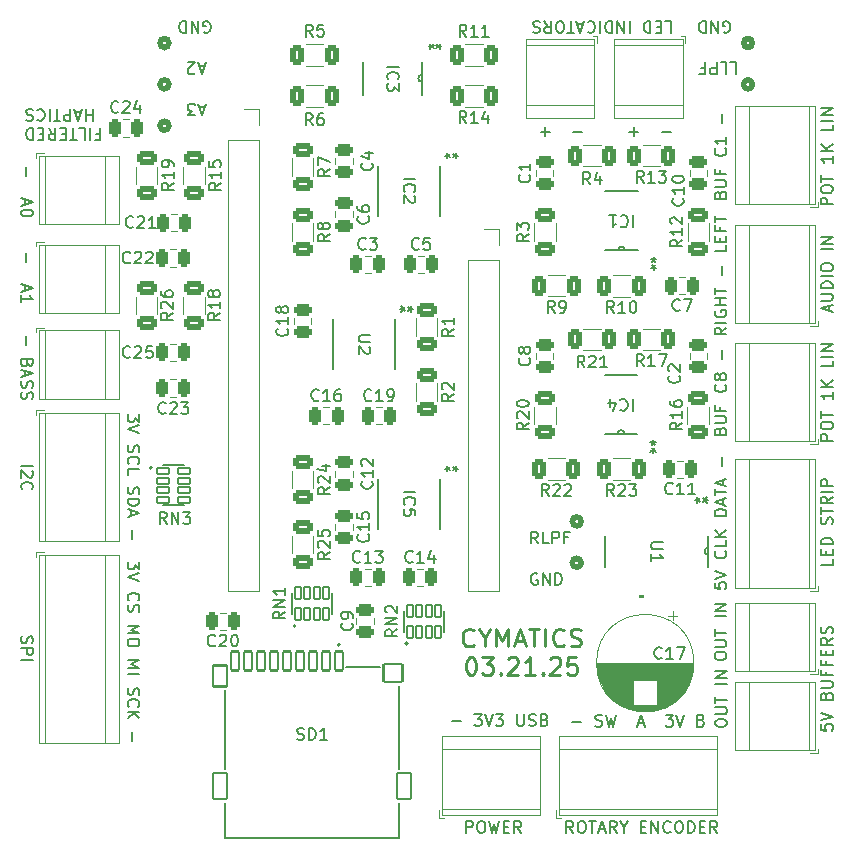
<source format=gto>
G04 #@! TF.GenerationSoftware,KiCad,Pcbnew,8.0.6*
G04 #@! TF.CreationDate,2025-03-20T20:00:07-07:00*
G04 #@! TF.ProjectId,Cymatics,43796d61-7469-4637-932e-6b696361645f,rev?*
G04 #@! TF.SameCoordinates,Original*
G04 #@! TF.FileFunction,Legend,Top*
G04 #@! TF.FilePolarity,Positive*
%FSLAX46Y46*%
G04 Gerber Fmt 4.6, Leading zero omitted, Abs format (unit mm)*
G04 Created by KiCad (PCBNEW 8.0.6) date 2025-03-20 20:00:07*
%MOMM*%
%LPD*%
G01*
G04 APERTURE LIST*
G04 Aperture macros list*
%AMRoundRect*
0 Rectangle with rounded corners*
0 $1 Rounding radius*
0 $2 $3 $4 $5 $6 $7 $8 $9 X,Y pos of 4 corners*
0 Add a 4 corners polygon primitive as box body*
4,1,4,$2,$3,$4,$5,$6,$7,$8,$9,$2,$3,0*
0 Add four circle primitives for the rounded corners*
1,1,$1+$1,$2,$3*
1,1,$1+$1,$4,$5*
1,1,$1+$1,$6,$7*
1,1,$1+$1,$8,$9*
0 Add four rect primitives between the rounded corners*
20,1,$1+$1,$2,$3,$4,$5,0*
20,1,$1+$1,$4,$5,$6,$7,0*
20,1,$1+$1,$6,$7,$8,$9,0*
20,1,$1+$1,$8,$9,$2,$3,0*%
G04 Aperture macros list end*
%ADD10C,0.150000*%
%ADD11C,0.250000*%
%ADD12C,0.152400*%
%ADD13C,0.000000*%
%ADD14C,0.508000*%
%ADD15C,0.120000*%
%ADD16C,0.127000*%
%ADD17C,0.200000*%
%ADD18R,0.533400X1.460500*%
%ADD19R,0.558800X1.981200*%
%ADD20R,1.600200X0.812800*%
%ADD21R,1.981200X0.558800*%
%ADD22RoundRect,0.250000X-0.625000X0.312500X-0.625000X-0.312500X0.625000X-0.312500X0.625000X0.312500X0*%
%ADD23R,2.100000X2.100000*%
%ADD24C,2.100000*%
%ADD25RoundRect,0.250000X-0.475000X0.250000X-0.475000X-0.250000X0.475000X-0.250000X0.475000X0.250000X0*%
%ADD26RoundRect,0.250000X0.625000X-0.312500X0.625000X0.312500X-0.625000X0.312500X-0.625000X-0.312500X0*%
%ADD27RoundRect,0.250000X0.250000X0.475000X-0.250000X0.475000X-0.250000X-0.475000X0.250000X-0.475000X0*%
%ADD28RoundRect,0.250000X0.475000X-0.250000X0.475000X0.250000X-0.475000X0.250000X-0.475000X-0.250000X0*%
%ADD29RoundRect,0.250000X0.312500X0.625000X-0.312500X0.625000X-0.312500X-0.625000X0.312500X-0.625000X0*%
%ADD30C,1.000000*%
%ADD31RoundRect,0.102000X-0.350000X-0.800000X0.350000X-0.800000X0.350000X0.800000X-0.350000X0.800000X0*%
%ADD32RoundRect,0.102000X-0.600000X-0.900000X0.600000X-0.900000X0.600000X0.900000X-0.600000X0.900000X0*%
%ADD33RoundRect,0.102000X-0.800000X-0.750000X0.800000X-0.750000X0.800000X0.750000X-0.800000X0.750000X0*%
%ADD34RoundRect,0.102000X-0.600000X-1.100000X0.600000X-1.100000X0.600000X1.100000X-0.600000X1.100000X0*%
%ADD35C,2.500000*%
%ADD36R,1.700000X1.700000*%
%ADD37O,1.700000X1.700000*%
%ADD38R,1.600000X1.600000*%
%ADD39C,1.600000*%
%ADD40RoundRect,0.091750X-0.495250X-0.275250X0.495250X-0.275250X0.495250X0.275250X-0.495250X0.275250X0*%
%ADD41RoundRect,0.250000X-0.250000X-0.475000X0.250000X-0.475000X0.250000X0.475000X-0.250000X0.475000X0*%
%ADD42RoundRect,0.250000X-0.312500X-0.625000X0.312500X-0.625000X0.312500X0.625000X-0.312500X0.625000X0*%
%ADD43RoundRect,0.091750X0.275250X-0.495250X0.275250X0.495250X-0.275250X0.495250X-0.275250X-0.495250X0*%
G04 APERTURE END LIST*
D10*
X101420839Y-60965895D02*
X100944649Y-60965895D01*
X101516077Y-60680180D02*
X101182744Y-61680180D01*
X101182744Y-61680180D02*
X100849411Y-60680180D01*
X100611315Y-61680180D02*
X99992268Y-61680180D01*
X99992268Y-61680180D02*
X100325601Y-61299228D01*
X100325601Y-61299228D02*
X100182744Y-61299228D01*
X100182744Y-61299228D02*
X100087506Y-61251609D01*
X100087506Y-61251609D02*
X100039887Y-61203990D01*
X100039887Y-61203990D02*
X99992268Y-61108752D01*
X99992268Y-61108752D02*
X99992268Y-60870657D01*
X99992268Y-60870657D02*
X100039887Y-60775419D01*
X100039887Y-60775419D02*
X100087506Y-60727800D01*
X100087506Y-60727800D02*
X100182744Y-60680180D01*
X100182744Y-60680180D02*
X100468458Y-60680180D01*
X100468458Y-60680180D02*
X100563696Y-60727800D01*
X100563696Y-60727800D02*
X100611315Y-60775419D01*
X86261133Y-73336779D02*
X86261133Y-74098684D01*
X86165895Y-76051065D02*
X86165895Y-76527255D01*
X85880180Y-75955827D02*
X86880180Y-76289160D01*
X86880180Y-76289160D02*
X85880180Y-76622493D01*
X85880180Y-77479636D02*
X85880180Y-76908208D01*
X85880180Y-77193922D02*
X86880180Y-77193922D01*
X86880180Y-77193922D02*
X86737323Y-77098684D01*
X86737323Y-77098684D02*
X86642085Y-77003446D01*
X86642085Y-77003446D02*
X86594466Y-76908208D01*
X95880180Y-86991541D02*
X95880180Y-87610588D01*
X95880180Y-87610588D02*
X95499228Y-87277255D01*
X95499228Y-87277255D02*
X95499228Y-87420112D01*
X95499228Y-87420112D02*
X95451609Y-87515350D01*
X95451609Y-87515350D02*
X95403990Y-87562969D01*
X95403990Y-87562969D02*
X95308752Y-87610588D01*
X95308752Y-87610588D02*
X95070657Y-87610588D01*
X95070657Y-87610588D02*
X94975419Y-87562969D01*
X94975419Y-87562969D02*
X94927800Y-87515350D01*
X94927800Y-87515350D02*
X94880180Y-87420112D01*
X94880180Y-87420112D02*
X94880180Y-87134398D01*
X94880180Y-87134398D02*
X94927800Y-87039160D01*
X94927800Y-87039160D02*
X94975419Y-86991541D01*
X95880180Y-87896303D02*
X94880180Y-88229636D01*
X94880180Y-88229636D02*
X95880180Y-88562969D01*
X94927800Y-89610589D02*
X94880180Y-89753446D01*
X94880180Y-89753446D02*
X94880180Y-89991541D01*
X94880180Y-89991541D02*
X94927800Y-90086779D01*
X94927800Y-90086779D02*
X94975419Y-90134398D01*
X94975419Y-90134398D02*
X95070657Y-90182017D01*
X95070657Y-90182017D02*
X95165895Y-90182017D01*
X95165895Y-90182017D02*
X95261133Y-90134398D01*
X95261133Y-90134398D02*
X95308752Y-90086779D01*
X95308752Y-90086779D02*
X95356371Y-89991541D01*
X95356371Y-89991541D02*
X95403990Y-89801065D01*
X95403990Y-89801065D02*
X95451609Y-89705827D01*
X95451609Y-89705827D02*
X95499228Y-89658208D01*
X95499228Y-89658208D02*
X95594466Y-89610589D01*
X95594466Y-89610589D02*
X95689704Y-89610589D01*
X95689704Y-89610589D02*
X95784942Y-89658208D01*
X95784942Y-89658208D02*
X95832561Y-89705827D01*
X95832561Y-89705827D02*
X95880180Y-89801065D01*
X95880180Y-89801065D02*
X95880180Y-90039160D01*
X95880180Y-90039160D02*
X95832561Y-90182017D01*
X94975419Y-91182017D02*
X94927800Y-91134398D01*
X94927800Y-91134398D02*
X94880180Y-90991541D01*
X94880180Y-90991541D02*
X94880180Y-90896303D01*
X94880180Y-90896303D02*
X94927800Y-90753446D01*
X94927800Y-90753446D02*
X95023038Y-90658208D01*
X95023038Y-90658208D02*
X95118276Y-90610589D01*
X95118276Y-90610589D02*
X95308752Y-90562970D01*
X95308752Y-90562970D02*
X95451609Y-90562970D01*
X95451609Y-90562970D02*
X95642085Y-90610589D01*
X95642085Y-90610589D02*
X95737323Y-90658208D01*
X95737323Y-90658208D02*
X95832561Y-90753446D01*
X95832561Y-90753446D02*
X95880180Y-90896303D01*
X95880180Y-90896303D02*
X95880180Y-90991541D01*
X95880180Y-90991541D02*
X95832561Y-91134398D01*
X95832561Y-91134398D02*
X95784942Y-91182017D01*
X94880180Y-92086779D02*
X94880180Y-91610589D01*
X94880180Y-91610589D02*
X95880180Y-91610589D01*
X94927800Y-93134399D02*
X94880180Y-93277256D01*
X94880180Y-93277256D02*
X94880180Y-93515351D01*
X94880180Y-93515351D02*
X94927800Y-93610589D01*
X94927800Y-93610589D02*
X94975419Y-93658208D01*
X94975419Y-93658208D02*
X95070657Y-93705827D01*
X95070657Y-93705827D02*
X95165895Y-93705827D01*
X95165895Y-93705827D02*
X95261133Y-93658208D01*
X95261133Y-93658208D02*
X95308752Y-93610589D01*
X95308752Y-93610589D02*
X95356371Y-93515351D01*
X95356371Y-93515351D02*
X95403990Y-93324875D01*
X95403990Y-93324875D02*
X95451609Y-93229637D01*
X95451609Y-93229637D02*
X95499228Y-93182018D01*
X95499228Y-93182018D02*
X95594466Y-93134399D01*
X95594466Y-93134399D02*
X95689704Y-93134399D01*
X95689704Y-93134399D02*
X95784942Y-93182018D01*
X95784942Y-93182018D02*
X95832561Y-93229637D01*
X95832561Y-93229637D02*
X95880180Y-93324875D01*
X95880180Y-93324875D02*
X95880180Y-93562970D01*
X95880180Y-93562970D02*
X95832561Y-93705827D01*
X94880180Y-94134399D02*
X95880180Y-94134399D01*
X95880180Y-94134399D02*
X95880180Y-94372494D01*
X95880180Y-94372494D02*
X95832561Y-94515351D01*
X95832561Y-94515351D02*
X95737323Y-94610589D01*
X95737323Y-94610589D02*
X95642085Y-94658208D01*
X95642085Y-94658208D02*
X95451609Y-94705827D01*
X95451609Y-94705827D02*
X95308752Y-94705827D01*
X95308752Y-94705827D02*
X95118276Y-94658208D01*
X95118276Y-94658208D02*
X95023038Y-94610589D01*
X95023038Y-94610589D02*
X94927800Y-94515351D01*
X94927800Y-94515351D02*
X94880180Y-94372494D01*
X94880180Y-94372494D02*
X94880180Y-94134399D01*
X95165895Y-95086780D02*
X95165895Y-95562970D01*
X94880180Y-94991542D02*
X95880180Y-95324875D01*
X95880180Y-95324875D02*
X94880180Y-95658208D01*
X95261133Y-96753447D02*
X95261133Y-97515352D01*
X85880180Y-91336779D02*
X86880180Y-91336779D01*
X86784942Y-91765350D02*
X86832561Y-91812969D01*
X86832561Y-91812969D02*
X86880180Y-91908207D01*
X86880180Y-91908207D02*
X86880180Y-92146302D01*
X86880180Y-92146302D02*
X86832561Y-92241540D01*
X86832561Y-92241540D02*
X86784942Y-92289159D01*
X86784942Y-92289159D02*
X86689704Y-92336778D01*
X86689704Y-92336778D02*
X86594466Y-92336778D01*
X86594466Y-92336778D02*
X86451609Y-92289159D01*
X86451609Y-92289159D02*
X85880180Y-91717731D01*
X85880180Y-91717731D02*
X85880180Y-92336778D01*
X85975419Y-93336778D02*
X85927800Y-93289159D01*
X85927800Y-93289159D02*
X85880180Y-93146302D01*
X85880180Y-93146302D02*
X85880180Y-93051064D01*
X85880180Y-93051064D02*
X85927800Y-92908207D01*
X85927800Y-92908207D02*
X86023038Y-92812969D01*
X86023038Y-92812969D02*
X86118276Y-92765350D01*
X86118276Y-92765350D02*
X86308752Y-92717731D01*
X86308752Y-92717731D02*
X86451609Y-92717731D01*
X86451609Y-92717731D02*
X86642085Y-92765350D01*
X86642085Y-92765350D02*
X86737323Y-92812969D01*
X86737323Y-92812969D02*
X86832561Y-92908207D01*
X86832561Y-92908207D02*
X86880180Y-93051064D01*
X86880180Y-93051064D02*
X86880180Y-93146302D01*
X86880180Y-93146302D02*
X86832561Y-93289159D01*
X86832561Y-93289159D02*
X86784942Y-93336778D01*
X132546779Y-113038866D02*
X133308684Y-113038866D01*
X134499160Y-113372200D02*
X134642017Y-113419819D01*
X134642017Y-113419819D02*
X134880112Y-113419819D01*
X134880112Y-113419819D02*
X134975350Y-113372200D01*
X134975350Y-113372200D02*
X135022969Y-113324580D01*
X135022969Y-113324580D02*
X135070588Y-113229342D01*
X135070588Y-113229342D02*
X135070588Y-113134104D01*
X135070588Y-113134104D02*
X135022969Y-113038866D01*
X135022969Y-113038866D02*
X134975350Y-112991247D01*
X134975350Y-112991247D02*
X134880112Y-112943628D01*
X134880112Y-112943628D02*
X134689636Y-112896009D01*
X134689636Y-112896009D02*
X134594398Y-112848390D01*
X134594398Y-112848390D02*
X134546779Y-112800771D01*
X134546779Y-112800771D02*
X134499160Y-112705533D01*
X134499160Y-112705533D02*
X134499160Y-112610295D01*
X134499160Y-112610295D02*
X134546779Y-112515057D01*
X134546779Y-112515057D02*
X134594398Y-112467438D01*
X134594398Y-112467438D02*
X134689636Y-112419819D01*
X134689636Y-112419819D02*
X134927731Y-112419819D01*
X134927731Y-112419819D02*
X135070588Y-112467438D01*
X135403922Y-112419819D02*
X135642017Y-113419819D01*
X135642017Y-113419819D02*
X135832493Y-112705533D01*
X135832493Y-112705533D02*
X136022969Y-113419819D01*
X136022969Y-113419819D02*
X136261065Y-112419819D01*
X138118208Y-113134104D02*
X138594398Y-113134104D01*
X138022970Y-113419819D02*
X138356303Y-112419819D01*
X138356303Y-112419819D02*
X138689636Y-113419819D01*
X140451542Y-112419819D02*
X141070589Y-112419819D01*
X141070589Y-112419819D02*
X140737256Y-112800771D01*
X140737256Y-112800771D02*
X140880113Y-112800771D01*
X140880113Y-112800771D02*
X140975351Y-112848390D01*
X140975351Y-112848390D02*
X141022970Y-112896009D01*
X141022970Y-112896009D02*
X141070589Y-112991247D01*
X141070589Y-112991247D02*
X141070589Y-113229342D01*
X141070589Y-113229342D02*
X141022970Y-113324580D01*
X141022970Y-113324580D02*
X140975351Y-113372200D01*
X140975351Y-113372200D02*
X140880113Y-113419819D01*
X140880113Y-113419819D02*
X140594399Y-113419819D01*
X140594399Y-113419819D02*
X140499161Y-113372200D01*
X140499161Y-113372200D02*
X140451542Y-113324580D01*
X141356304Y-112419819D02*
X141689637Y-113419819D01*
X141689637Y-113419819D02*
X142022970Y-112419819D01*
X143451542Y-112896009D02*
X143594399Y-112943628D01*
X143594399Y-112943628D02*
X143642018Y-112991247D01*
X143642018Y-112991247D02*
X143689637Y-113086485D01*
X143689637Y-113086485D02*
X143689637Y-113229342D01*
X143689637Y-113229342D02*
X143642018Y-113324580D01*
X143642018Y-113324580D02*
X143594399Y-113372200D01*
X143594399Y-113372200D02*
X143499161Y-113419819D01*
X143499161Y-113419819D02*
X143118209Y-113419819D01*
X143118209Y-113419819D02*
X143118209Y-112419819D01*
X143118209Y-112419819D02*
X143451542Y-112419819D01*
X143451542Y-112419819D02*
X143546780Y-112467438D01*
X143546780Y-112467438D02*
X143594399Y-112515057D01*
X143594399Y-112515057D02*
X143642018Y-112610295D01*
X143642018Y-112610295D02*
X143642018Y-112705533D01*
X143642018Y-112705533D02*
X143594399Y-112800771D01*
X143594399Y-112800771D02*
X143546780Y-112848390D01*
X143546780Y-112848390D02*
X143451542Y-112896009D01*
X143451542Y-112896009D02*
X143118209Y-112896009D01*
X86261133Y-80336779D02*
X86261133Y-81098684D01*
X86403990Y-82670112D02*
X86356371Y-82812969D01*
X86356371Y-82812969D02*
X86308752Y-82860588D01*
X86308752Y-82860588D02*
X86213514Y-82908207D01*
X86213514Y-82908207D02*
X86070657Y-82908207D01*
X86070657Y-82908207D02*
X85975419Y-82860588D01*
X85975419Y-82860588D02*
X85927800Y-82812969D01*
X85927800Y-82812969D02*
X85880180Y-82717731D01*
X85880180Y-82717731D02*
X85880180Y-82336779D01*
X85880180Y-82336779D02*
X86880180Y-82336779D01*
X86880180Y-82336779D02*
X86880180Y-82670112D01*
X86880180Y-82670112D02*
X86832561Y-82765350D01*
X86832561Y-82765350D02*
X86784942Y-82812969D01*
X86784942Y-82812969D02*
X86689704Y-82860588D01*
X86689704Y-82860588D02*
X86594466Y-82860588D01*
X86594466Y-82860588D02*
X86499228Y-82812969D01*
X86499228Y-82812969D02*
X86451609Y-82765350D01*
X86451609Y-82765350D02*
X86403990Y-82670112D01*
X86403990Y-82670112D02*
X86403990Y-82336779D01*
X86165895Y-83289160D02*
X86165895Y-83765350D01*
X85880180Y-83193922D02*
X86880180Y-83527255D01*
X86880180Y-83527255D02*
X85880180Y-83860588D01*
X85927800Y-84146303D02*
X85880180Y-84289160D01*
X85880180Y-84289160D02*
X85880180Y-84527255D01*
X85880180Y-84527255D02*
X85927800Y-84622493D01*
X85927800Y-84622493D02*
X85975419Y-84670112D01*
X85975419Y-84670112D02*
X86070657Y-84717731D01*
X86070657Y-84717731D02*
X86165895Y-84717731D01*
X86165895Y-84717731D02*
X86261133Y-84670112D01*
X86261133Y-84670112D02*
X86308752Y-84622493D01*
X86308752Y-84622493D02*
X86356371Y-84527255D01*
X86356371Y-84527255D02*
X86403990Y-84336779D01*
X86403990Y-84336779D02*
X86451609Y-84241541D01*
X86451609Y-84241541D02*
X86499228Y-84193922D01*
X86499228Y-84193922D02*
X86594466Y-84146303D01*
X86594466Y-84146303D02*
X86689704Y-84146303D01*
X86689704Y-84146303D02*
X86784942Y-84193922D01*
X86784942Y-84193922D02*
X86832561Y-84241541D01*
X86832561Y-84241541D02*
X86880180Y-84336779D01*
X86880180Y-84336779D02*
X86880180Y-84574874D01*
X86880180Y-84574874D02*
X86832561Y-84717731D01*
X85927800Y-85098684D02*
X85880180Y-85241541D01*
X85880180Y-85241541D02*
X85880180Y-85479636D01*
X85880180Y-85479636D02*
X85927800Y-85574874D01*
X85927800Y-85574874D02*
X85975419Y-85622493D01*
X85975419Y-85622493D02*
X86070657Y-85670112D01*
X86070657Y-85670112D02*
X86165895Y-85670112D01*
X86165895Y-85670112D02*
X86261133Y-85622493D01*
X86261133Y-85622493D02*
X86308752Y-85574874D01*
X86308752Y-85574874D02*
X86356371Y-85479636D01*
X86356371Y-85479636D02*
X86403990Y-85289160D01*
X86403990Y-85289160D02*
X86451609Y-85193922D01*
X86451609Y-85193922D02*
X86499228Y-85146303D01*
X86499228Y-85146303D02*
X86594466Y-85098684D01*
X86594466Y-85098684D02*
X86689704Y-85098684D01*
X86689704Y-85098684D02*
X86784942Y-85146303D01*
X86784942Y-85146303D02*
X86832561Y-85193922D01*
X86832561Y-85193922D02*
X86880180Y-85289160D01*
X86880180Y-85289160D02*
X86880180Y-85527255D01*
X86880180Y-85527255D02*
X86832561Y-85670112D01*
X145897030Y-57180180D02*
X146373220Y-57180180D01*
X146373220Y-57180180D02*
X146373220Y-58180180D01*
X145087506Y-57180180D02*
X145563696Y-57180180D01*
X145563696Y-57180180D02*
X145563696Y-58180180D01*
X144754172Y-57180180D02*
X144754172Y-58180180D01*
X144754172Y-58180180D02*
X144373220Y-58180180D01*
X144373220Y-58180180D02*
X144277982Y-58132561D01*
X144277982Y-58132561D02*
X144230363Y-58084942D01*
X144230363Y-58084942D02*
X144182744Y-57989704D01*
X144182744Y-57989704D02*
X144182744Y-57846847D01*
X144182744Y-57846847D02*
X144230363Y-57751609D01*
X144230363Y-57751609D02*
X144277982Y-57703990D01*
X144277982Y-57703990D02*
X144373220Y-57656371D01*
X144373220Y-57656371D02*
X144754172Y-57656371D01*
X143420839Y-57703990D02*
X143754172Y-57703990D01*
X143754172Y-57180180D02*
X143754172Y-58180180D01*
X143754172Y-58180180D02*
X143277982Y-58180180D01*
X123546779Y-122419819D02*
X123546779Y-121419819D01*
X123546779Y-121419819D02*
X123927731Y-121419819D01*
X123927731Y-121419819D02*
X124022969Y-121467438D01*
X124022969Y-121467438D02*
X124070588Y-121515057D01*
X124070588Y-121515057D02*
X124118207Y-121610295D01*
X124118207Y-121610295D02*
X124118207Y-121753152D01*
X124118207Y-121753152D02*
X124070588Y-121848390D01*
X124070588Y-121848390D02*
X124022969Y-121896009D01*
X124022969Y-121896009D02*
X123927731Y-121943628D01*
X123927731Y-121943628D02*
X123546779Y-121943628D01*
X124737255Y-121419819D02*
X124927731Y-121419819D01*
X124927731Y-121419819D02*
X125022969Y-121467438D01*
X125022969Y-121467438D02*
X125118207Y-121562676D01*
X125118207Y-121562676D02*
X125165826Y-121753152D01*
X125165826Y-121753152D02*
X125165826Y-122086485D01*
X125165826Y-122086485D02*
X125118207Y-122276961D01*
X125118207Y-122276961D02*
X125022969Y-122372200D01*
X125022969Y-122372200D02*
X124927731Y-122419819D01*
X124927731Y-122419819D02*
X124737255Y-122419819D01*
X124737255Y-122419819D02*
X124642017Y-122372200D01*
X124642017Y-122372200D02*
X124546779Y-122276961D01*
X124546779Y-122276961D02*
X124499160Y-122086485D01*
X124499160Y-122086485D02*
X124499160Y-121753152D01*
X124499160Y-121753152D02*
X124546779Y-121562676D01*
X124546779Y-121562676D02*
X124642017Y-121467438D01*
X124642017Y-121467438D02*
X124737255Y-121419819D01*
X125499160Y-121419819D02*
X125737255Y-122419819D01*
X125737255Y-122419819D02*
X125927731Y-121705533D01*
X125927731Y-121705533D02*
X126118207Y-122419819D01*
X126118207Y-122419819D02*
X126356303Y-121419819D01*
X126737255Y-121896009D02*
X127070588Y-121896009D01*
X127213445Y-122419819D02*
X126737255Y-122419819D01*
X126737255Y-122419819D02*
X126737255Y-121419819D01*
X126737255Y-121419819D02*
X127213445Y-121419819D01*
X128213445Y-122419819D02*
X127880112Y-121943628D01*
X127642017Y-122419819D02*
X127642017Y-121419819D01*
X127642017Y-121419819D02*
X128022969Y-121419819D01*
X128022969Y-121419819D02*
X128118207Y-121467438D01*
X128118207Y-121467438D02*
X128165826Y-121515057D01*
X128165826Y-121515057D02*
X128213445Y-121610295D01*
X128213445Y-121610295D02*
X128213445Y-121753152D01*
X128213445Y-121753152D02*
X128165826Y-121848390D01*
X128165826Y-121848390D02*
X128118207Y-121896009D01*
X128118207Y-121896009D02*
X128022969Y-121943628D01*
X128022969Y-121943628D02*
X127642017Y-121943628D01*
X129570588Y-100467438D02*
X129475350Y-100419819D01*
X129475350Y-100419819D02*
X129332493Y-100419819D01*
X129332493Y-100419819D02*
X129189636Y-100467438D01*
X129189636Y-100467438D02*
X129094398Y-100562676D01*
X129094398Y-100562676D02*
X129046779Y-100657914D01*
X129046779Y-100657914D02*
X128999160Y-100848390D01*
X128999160Y-100848390D02*
X128999160Y-100991247D01*
X128999160Y-100991247D02*
X129046779Y-101181723D01*
X129046779Y-101181723D02*
X129094398Y-101276961D01*
X129094398Y-101276961D02*
X129189636Y-101372200D01*
X129189636Y-101372200D02*
X129332493Y-101419819D01*
X129332493Y-101419819D02*
X129427731Y-101419819D01*
X129427731Y-101419819D02*
X129570588Y-101372200D01*
X129570588Y-101372200D02*
X129618207Y-101324580D01*
X129618207Y-101324580D02*
X129618207Y-100991247D01*
X129618207Y-100991247D02*
X129427731Y-100991247D01*
X130046779Y-101419819D02*
X130046779Y-100419819D01*
X130046779Y-100419819D02*
X130618207Y-101419819D01*
X130618207Y-101419819D02*
X130618207Y-100419819D01*
X131094398Y-101419819D02*
X131094398Y-100419819D01*
X131094398Y-100419819D02*
X131332493Y-100419819D01*
X131332493Y-100419819D02*
X131475350Y-100467438D01*
X131475350Y-100467438D02*
X131570588Y-100562676D01*
X131570588Y-100562676D02*
X131618207Y-100657914D01*
X131618207Y-100657914D02*
X131665826Y-100848390D01*
X131665826Y-100848390D02*
X131665826Y-100991247D01*
X131665826Y-100991247D02*
X131618207Y-101181723D01*
X131618207Y-101181723D02*
X131570588Y-101276961D01*
X131570588Y-101276961D02*
X131475350Y-101372200D01*
X131475350Y-101372200D02*
X131332493Y-101419819D01*
X131332493Y-101419819D02*
X131094398Y-101419819D01*
X154579819Y-69213220D02*
X153579819Y-69213220D01*
X153579819Y-69213220D02*
X153579819Y-68832268D01*
X153579819Y-68832268D02*
X153627438Y-68737030D01*
X153627438Y-68737030D02*
X153675057Y-68689411D01*
X153675057Y-68689411D02*
X153770295Y-68641792D01*
X153770295Y-68641792D02*
X153913152Y-68641792D01*
X153913152Y-68641792D02*
X154008390Y-68689411D01*
X154008390Y-68689411D02*
X154056009Y-68737030D01*
X154056009Y-68737030D02*
X154103628Y-68832268D01*
X154103628Y-68832268D02*
X154103628Y-69213220D01*
X153579819Y-68022744D02*
X153579819Y-67832268D01*
X153579819Y-67832268D02*
X153627438Y-67737030D01*
X153627438Y-67737030D02*
X153722676Y-67641792D01*
X153722676Y-67641792D02*
X153913152Y-67594173D01*
X153913152Y-67594173D02*
X154246485Y-67594173D01*
X154246485Y-67594173D02*
X154436961Y-67641792D01*
X154436961Y-67641792D02*
X154532200Y-67737030D01*
X154532200Y-67737030D02*
X154579819Y-67832268D01*
X154579819Y-67832268D02*
X154579819Y-68022744D01*
X154579819Y-68022744D02*
X154532200Y-68117982D01*
X154532200Y-68117982D02*
X154436961Y-68213220D01*
X154436961Y-68213220D02*
X154246485Y-68260839D01*
X154246485Y-68260839D02*
X153913152Y-68260839D01*
X153913152Y-68260839D02*
X153722676Y-68213220D01*
X153722676Y-68213220D02*
X153627438Y-68117982D01*
X153627438Y-68117982D02*
X153579819Y-68022744D01*
X153579819Y-67308458D02*
X153579819Y-66737030D01*
X154579819Y-67022744D02*
X153579819Y-67022744D01*
X154579819Y-65117982D02*
X154579819Y-65689410D01*
X154579819Y-65403696D02*
X153579819Y-65403696D01*
X153579819Y-65403696D02*
X153722676Y-65498934D01*
X153722676Y-65498934D02*
X153817914Y-65594172D01*
X153817914Y-65594172D02*
X153865533Y-65689410D01*
X154579819Y-64689410D02*
X153579819Y-64689410D01*
X154579819Y-64117982D02*
X154008390Y-64546553D01*
X153579819Y-64117982D02*
X154151247Y-64689410D01*
X154579819Y-62451315D02*
X154579819Y-62927505D01*
X154579819Y-62927505D02*
X153579819Y-62927505D01*
X154579819Y-62117981D02*
X153579819Y-62117981D01*
X154579819Y-61641791D02*
X153579819Y-61641791D01*
X153579819Y-61641791D02*
X154579819Y-61070363D01*
X154579819Y-61070363D02*
X153579819Y-61070363D01*
X122336779Y-112988866D02*
X123098684Y-112988866D01*
X124241541Y-112369819D02*
X124860588Y-112369819D01*
X124860588Y-112369819D02*
X124527255Y-112750771D01*
X124527255Y-112750771D02*
X124670112Y-112750771D01*
X124670112Y-112750771D02*
X124765350Y-112798390D01*
X124765350Y-112798390D02*
X124812969Y-112846009D01*
X124812969Y-112846009D02*
X124860588Y-112941247D01*
X124860588Y-112941247D02*
X124860588Y-113179342D01*
X124860588Y-113179342D02*
X124812969Y-113274580D01*
X124812969Y-113274580D02*
X124765350Y-113322200D01*
X124765350Y-113322200D02*
X124670112Y-113369819D01*
X124670112Y-113369819D02*
X124384398Y-113369819D01*
X124384398Y-113369819D02*
X124289160Y-113322200D01*
X124289160Y-113322200D02*
X124241541Y-113274580D01*
X125146303Y-112369819D02*
X125479636Y-113369819D01*
X125479636Y-113369819D02*
X125812969Y-112369819D01*
X126051065Y-112369819D02*
X126670112Y-112369819D01*
X126670112Y-112369819D02*
X126336779Y-112750771D01*
X126336779Y-112750771D02*
X126479636Y-112750771D01*
X126479636Y-112750771D02*
X126574874Y-112798390D01*
X126574874Y-112798390D02*
X126622493Y-112846009D01*
X126622493Y-112846009D02*
X126670112Y-112941247D01*
X126670112Y-112941247D02*
X126670112Y-113179342D01*
X126670112Y-113179342D02*
X126622493Y-113274580D01*
X126622493Y-113274580D02*
X126574874Y-113322200D01*
X126574874Y-113322200D02*
X126479636Y-113369819D01*
X126479636Y-113369819D02*
X126193922Y-113369819D01*
X126193922Y-113369819D02*
X126098684Y-113322200D01*
X126098684Y-113322200D02*
X126051065Y-113274580D01*
X127860589Y-112369819D02*
X127860589Y-113179342D01*
X127860589Y-113179342D02*
X127908208Y-113274580D01*
X127908208Y-113274580D02*
X127955827Y-113322200D01*
X127955827Y-113322200D02*
X128051065Y-113369819D01*
X128051065Y-113369819D02*
X128241541Y-113369819D01*
X128241541Y-113369819D02*
X128336779Y-113322200D01*
X128336779Y-113322200D02*
X128384398Y-113274580D01*
X128384398Y-113274580D02*
X128432017Y-113179342D01*
X128432017Y-113179342D02*
X128432017Y-112369819D01*
X128860589Y-113322200D02*
X129003446Y-113369819D01*
X129003446Y-113369819D02*
X129241541Y-113369819D01*
X129241541Y-113369819D02*
X129336779Y-113322200D01*
X129336779Y-113322200D02*
X129384398Y-113274580D01*
X129384398Y-113274580D02*
X129432017Y-113179342D01*
X129432017Y-113179342D02*
X129432017Y-113084104D01*
X129432017Y-113084104D02*
X129384398Y-112988866D01*
X129384398Y-112988866D02*
X129336779Y-112941247D01*
X129336779Y-112941247D02*
X129241541Y-112893628D01*
X129241541Y-112893628D02*
X129051065Y-112846009D01*
X129051065Y-112846009D02*
X128955827Y-112798390D01*
X128955827Y-112798390D02*
X128908208Y-112750771D01*
X128908208Y-112750771D02*
X128860589Y-112655533D01*
X128860589Y-112655533D02*
X128860589Y-112560295D01*
X128860589Y-112560295D02*
X128908208Y-112465057D01*
X128908208Y-112465057D02*
X128955827Y-112417438D01*
X128955827Y-112417438D02*
X129051065Y-112369819D01*
X129051065Y-112369819D02*
X129289160Y-112369819D01*
X129289160Y-112369819D02*
X129432017Y-112417438D01*
X130193922Y-112846009D02*
X130336779Y-112893628D01*
X130336779Y-112893628D02*
X130384398Y-112941247D01*
X130384398Y-112941247D02*
X130432017Y-113036485D01*
X130432017Y-113036485D02*
X130432017Y-113179342D01*
X130432017Y-113179342D02*
X130384398Y-113274580D01*
X130384398Y-113274580D02*
X130336779Y-113322200D01*
X130336779Y-113322200D02*
X130241541Y-113369819D01*
X130241541Y-113369819D02*
X129860589Y-113369819D01*
X129860589Y-113369819D02*
X129860589Y-112369819D01*
X129860589Y-112369819D02*
X130193922Y-112369819D01*
X130193922Y-112369819D02*
X130289160Y-112417438D01*
X130289160Y-112417438D02*
X130336779Y-112465057D01*
X130336779Y-112465057D02*
X130384398Y-112560295D01*
X130384398Y-112560295D02*
X130384398Y-112655533D01*
X130384398Y-112655533D02*
X130336779Y-112750771D01*
X130336779Y-112750771D02*
X130289160Y-112798390D01*
X130289160Y-112798390D02*
X130193922Y-112846009D01*
X130193922Y-112846009D02*
X129860589Y-112846009D01*
X92241541Y-63263934D02*
X92574874Y-63263934D01*
X92574874Y-62740124D02*
X92574874Y-63740124D01*
X92574874Y-63740124D02*
X92098684Y-63740124D01*
X91717731Y-62740124D02*
X91717731Y-63740124D01*
X90765351Y-62740124D02*
X91241541Y-62740124D01*
X91241541Y-62740124D02*
X91241541Y-63740124D01*
X90574874Y-63740124D02*
X90003446Y-63740124D01*
X90289160Y-62740124D02*
X90289160Y-63740124D01*
X89670112Y-63263934D02*
X89336779Y-63263934D01*
X89193922Y-62740124D02*
X89670112Y-62740124D01*
X89670112Y-62740124D02*
X89670112Y-63740124D01*
X89670112Y-63740124D02*
X89193922Y-63740124D01*
X88193922Y-62740124D02*
X88527255Y-63216315D01*
X88765350Y-62740124D02*
X88765350Y-63740124D01*
X88765350Y-63740124D02*
X88384398Y-63740124D01*
X88384398Y-63740124D02*
X88289160Y-63692505D01*
X88289160Y-63692505D02*
X88241541Y-63644886D01*
X88241541Y-63644886D02*
X88193922Y-63549648D01*
X88193922Y-63549648D02*
X88193922Y-63406791D01*
X88193922Y-63406791D02*
X88241541Y-63311553D01*
X88241541Y-63311553D02*
X88289160Y-63263934D01*
X88289160Y-63263934D02*
X88384398Y-63216315D01*
X88384398Y-63216315D02*
X88765350Y-63216315D01*
X87765350Y-63263934D02*
X87432017Y-63263934D01*
X87289160Y-62740124D02*
X87765350Y-62740124D01*
X87765350Y-62740124D02*
X87765350Y-63740124D01*
X87765350Y-63740124D02*
X87289160Y-63740124D01*
X86860588Y-62740124D02*
X86860588Y-63740124D01*
X86860588Y-63740124D02*
X86622493Y-63740124D01*
X86622493Y-63740124D02*
X86479636Y-63692505D01*
X86479636Y-63692505D02*
X86384398Y-63597267D01*
X86384398Y-63597267D02*
X86336779Y-63502029D01*
X86336779Y-63502029D02*
X86289160Y-63311553D01*
X86289160Y-63311553D02*
X86289160Y-63168696D01*
X86289160Y-63168696D02*
X86336779Y-62978220D01*
X86336779Y-62978220D02*
X86384398Y-62882982D01*
X86384398Y-62882982D02*
X86479636Y-62787744D01*
X86479636Y-62787744D02*
X86622493Y-62740124D01*
X86622493Y-62740124D02*
X86860588Y-62740124D01*
X91955826Y-61130180D02*
X91955826Y-62130180D01*
X91955826Y-61653990D02*
X91384398Y-61653990D01*
X91384398Y-61130180D02*
X91384398Y-62130180D01*
X90955826Y-61415895D02*
X90479636Y-61415895D01*
X91051064Y-61130180D02*
X90717731Y-62130180D01*
X90717731Y-62130180D02*
X90384398Y-61130180D01*
X90051064Y-61130180D02*
X90051064Y-62130180D01*
X90051064Y-62130180D02*
X89670112Y-62130180D01*
X89670112Y-62130180D02*
X89574874Y-62082561D01*
X89574874Y-62082561D02*
X89527255Y-62034942D01*
X89527255Y-62034942D02*
X89479636Y-61939704D01*
X89479636Y-61939704D02*
X89479636Y-61796847D01*
X89479636Y-61796847D02*
X89527255Y-61701609D01*
X89527255Y-61701609D02*
X89574874Y-61653990D01*
X89574874Y-61653990D02*
X89670112Y-61606371D01*
X89670112Y-61606371D02*
X90051064Y-61606371D01*
X89193921Y-62130180D02*
X88622493Y-62130180D01*
X88908207Y-61130180D02*
X88908207Y-62130180D01*
X88289159Y-61130180D02*
X88289159Y-62130180D01*
X87241541Y-61225419D02*
X87289160Y-61177800D01*
X87289160Y-61177800D02*
X87432017Y-61130180D01*
X87432017Y-61130180D02*
X87527255Y-61130180D01*
X87527255Y-61130180D02*
X87670112Y-61177800D01*
X87670112Y-61177800D02*
X87765350Y-61273038D01*
X87765350Y-61273038D02*
X87812969Y-61368276D01*
X87812969Y-61368276D02*
X87860588Y-61558752D01*
X87860588Y-61558752D02*
X87860588Y-61701609D01*
X87860588Y-61701609D02*
X87812969Y-61892085D01*
X87812969Y-61892085D02*
X87765350Y-61987323D01*
X87765350Y-61987323D02*
X87670112Y-62082561D01*
X87670112Y-62082561D02*
X87527255Y-62130180D01*
X87527255Y-62130180D02*
X87432017Y-62130180D01*
X87432017Y-62130180D02*
X87289160Y-62082561D01*
X87289160Y-62082561D02*
X87241541Y-62034942D01*
X86860588Y-61177800D02*
X86717731Y-61130180D01*
X86717731Y-61130180D02*
X86479636Y-61130180D01*
X86479636Y-61130180D02*
X86384398Y-61177800D01*
X86384398Y-61177800D02*
X86336779Y-61225419D01*
X86336779Y-61225419D02*
X86289160Y-61320657D01*
X86289160Y-61320657D02*
X86289160Y-61415895D01*
X86289160Y-61415895D02*
X86336779Y-61511133D01*
X86336779Y-61511133D02*
X86384398Y-61558752D01*
X86384398Y-61558752D02*
X86479636Y-61606371D01*
X86479636Y-61606371D02*
X86670112Y-61653990D01*
X86670112Y-61653990D02*
X86765350Y-61701609D01*
X86765350Y-61701609D02*
X86812969Y-61749228D01*
X86812969Y-61749228D02*
X86860588Y-61844466D01*
X86860588Y-61844466D02*
X86860588Y-61939704D01*
X86860588Y-61939704D02*
X86812969Y-62034942D01*
X86812969Y-62034942D02*
X86765350Y-62082561D01*
X86765350Y-62082561D02*
X86670112Y-62130180D01*
X86670112Y-62130180D02*
X86432017Y-62130180D01*
X86432017Y-62130180D02*
X86289160Y-62082561D01*
X154579819Y-89213220D02*
X153579819Y-89213220D01*
X153579819Y-89213220D02*
X153579819Y-88832268D01*
X153579819Y-88832268D02*
X153627438Y-88737030D01*
X153627438Y-88737030D02*
X153675057Y-88689411D01*
X153675057Y-88689411D02*
X153770295Y-88641792D01*
X153770295Y-88641792D02*
X153913152Y-88641792D01*
X153913152Y-88641792D02*
X154008390Y-88689411D01*
X154008390Y-88689411D02*
X154056009Y-88737030D01*
X154056009Y-88737030D02*
X154103628Y-88832268D01*
X154103628Y-88832268D02*
X154103628Y-89213220D01*
X153579819Y-88022744D02*
X153579819Y-87832268D01*
X153579819Y-87832268D02*
X153627438Y-87737030D01*
X153627438Y-87737030D02*
X153722676Y-87641792D01*
X153722676Y-87641792D02*
X153913152Y-87594173D01*
X153913152Y-87594173D02*
X154246485Y-87594173D01*
X154246485Y-87594173D02*
X154436961Y-87641792D01*
X154436961Y-87641792D02*
X154532200Y-87737030D01*
X154532200Y-87737030D02*
X154579819Y-87832268D01*
X154579819Y-87832268D02*
X154579819Y-88022744D01*
X154579819Y-88022744D02*
X154532200Y-88117982D01*
X154532200Y-88117982D02*
X154436961Y-88213220D01*
X154436961Y-88213220D02*
X154246485Y-88260839D01*
X154246485Y-88260839D02*
X153913152Y-88260839D01*
X153913152Y-88260839D02*
X153722676Y-88213220D01*
X153722676Y-88213220D02*
X153627438Y-88117982D01*
X153627438Y-88117982D02*
X153579819Y-88022744D01*
X153579819Y-87308458D02*
X153579819Y-86737030D01*
X154579819Y-87022744D02*
X153579819Y-87022744D01*
X154579819Y-85117982D02*
X154579819Y-85689410D01*
X154579819Y-85403696D02*
X153579819Y-85403696D01*
X153579819Y-85403696D02*
X153722676Y-85498934D01*
X153722676Y-85498934D02*
X153817914Y-85594172D01*
X153817914Y-85594172D02*
X153865533Y-85689410D01*
X154579819Y-84689410D02*
X153579819Y-84689410D01*
X154579819Y-84117982D02*
X154008390Y-84546553D01*
X153579819Y-84117982D02*
X154151247Y-84689410D01*
X154579819Y-82451315D02*
X154579819Y-82927505D01*
X154579819Y-82927505D02*
X153579819Y-82927505D01*
X154579819Y-82117981D02*
X153579819Y-82117981D01*
X154579819Y-81641791D02*
X153579819Y-81641791D01*
X153579819Y-81641791D02*
X154579819Y-81070363D01*
X154579819Y-81070363D02*
X153579819Y-81070363D01*
X85927800Y-105789160D02*
X85880180Y-105932017D01*
X85880180Y-105932017D02*
X85880180Y-106170112D01*
X85880180Y-106170112D02*
X85927800Y-106265350D01*
X85927800Y-106265350D02*
X85975419Y-106312969D01*
X85975419Y-106312969D02*
X86070657Y-106360588D01*
X86070657Y-106360588D02*
X86165895Y-106360588D01*
X86165895Y-106360588D02*
X86261133Y-106312969D01*
X86261133Y-106312969D02*
X86308752Y-106265350D01*
X86308752Y-106265350D02*
X86356371Y-106170112D01*
X86356371Y-106170112D02*
X86403990Y-105979636D01*
X86403990Y-105979636D02*
X86451609Y-105884398D01*
X86451609Y-105884398D02*
X86499228Y-105836779D01*
X86499228Y-105836779D02*
X86594466Y-105789160D01*
X86594466Y-105789160D02*
X86689704Y-105789160D01*
X86689704Y-105789160D02*
X86784942Y-105836779D01*
X86784942Y-105836779D02*
X86832561Y-105884398D01*
X86832561Y-105884398D02*
X86880180Y-105979636D01*
X86880180Y-105979636D02*
X86880180Y-106217731D01*
X86880180Y-106217731D02*
X86832561Y-106360588D01*
X85880180Y-106789160D02*
X86880180Y-106789160D01*
X86880180Y-106789160D02*
X86880180Y-107170112D01*
X86880180Y-107170112D02*
X86832561Y-107265350D01*
X86832561Y-107265350D02*
X86784942Y-107312969D01*
X86784942Y-107312969D02*
X86689704Y-107360588D01*
X86689704Y-107360588D02*
X86546847Y-107360588D01*
X86546847Y-107360588D02*
X86451609Y-107312969D01*
X86451609Y-107312969D02*
X86403990Y-107265350D01*
X86403990Y-107265350D02*
X86356371Y-107170112D01*
X86356371Y-107170112D02*
X86356371Y-106789160D01*
X85880180Y-107789160D02*
X86880180Y-107789160D01*
X140397030Y-53680180D02*
X140873220Y-53680180D01*
X140873220Y-53680180D02*
X140873220Y-54680180D01*
X140063696Y-54203990D02*
X139730363Y-54203990D01*
X139587506Y-53680180D02*
X140063696Y-53680180D01*
X140063696Y-53680180D02*
X140063696Y-54680180D01*
X140063696Y-54680180D02*
X139587506Y-54680180D01*
X139158934Y-53680180D02*
X139158934Y-54680180D01*
X139158934Y-54680180D02*
X138920839Y-54680180D01*
X138920839Y-54680180D02*
X138777982Y-54632561D01*
X138777982Y-54632561D02*
X138682744Y-54537323D01*
X138682744Y-54537323D02*
X138635125Y-54442085D01*
X138635125Y-54442085D02*
X138587506Y-54251609D01*
X138587506Y-54251609D02*
X138587506Y-54108752D01*
X138587506Y-54108752D02*
X138635125Y-53918276D01*
X138635125Y-53918276D02*
X138682744Y-53823038D01*
X138682744Y-53823038D02*
X138777982Y-53727800D01*
X138777982Y-53727800D02*
X138920839Y-53680180D01*
X138920839Y-53680180D02*
X139158934Y-53680180D01*
X137397029Y-53680180D02*
X137397029Y-54680180D01*
X136920839Y-53680180D02*
X136920839Y-54680180D01*
X136920839Y-54680180D02*
X136349411Y-53680180D01*
X136349411Y-53680180D02*
X136349411Y-54680180D01*
X135873220Y-53680180D02*
X135873220Y-54680180D01*
X135873220Y-54680180D02*
X135635125Y-54680180D01*
X135635125Y-54680180D02*
X135492268Y-54632561D01*
X135492268Y-54632561D02*
X135397030Y-54537323D01*
X135397030Y-54537323D02*
X135349411Y-54442085D01*
X135349411Y-54442085D02*
X135301792Y-54251609D01*
X135301792Y-54251609D02*
X135301792Y-54108752D01*
X135301792Y-54108752D02*
X135349411Y-53918276D01*
X135349411Y-53918276D02*
X135397030Y-53823038D01*
X135397030Y-53823038D02*
X135492268Y-53727800D01*
X135492268Y-53727800D02*
X135635125Y-53680180D01*
X135635125Y-53680180D02*
X135873220Y-53680180D01*
X134873220Y-53680180D02*
X134873220Y-54680180D01*
X133825602Y-53775419D02*
X133873221Y-53727800D01*
X133873221Y-53727800D02*
X134016078Y-53680180D01*
X134016078Y-53680180D02*
X134111316Y-53680180D01*
X134111316Y-53680180D02*
X134254173Y-53727800D01*
X134254173Y-53727800D02*
X134349411Y-53823038D01*
X134349411Y-53823038D02*
X134397030Y-53918276D01*
X134397030Y-53918276D02*
X134444649Y-54108752D01*
X134444649Y-54108752D02*
X134444649Y-54251609D01*
X134444649Y-54251609D02*
X134397030Y-54442085D01*
X134397030Y-54442085D02*
X134349411Y-54537323D01*
X134349411Y-54537323D02*
X134254173Y-54632561D01*
X134254173Y-54632561D02*
X134111316Y-54680180D01*
X134111316Y-54680180D02*
X134016078Y-54680180D01*
X134016078Y-54680180D02*
X133873221Y-54632561D01*
X133873221Y-54632561D02*
X133825602Y-54584942D01*
X133444649Y-53965895D02*
X132968459Y-53965895D01*
X133539887Y-53680180D02*
X133206554Y-54680180D01*
X133206554Y-54680180D02*
X132873221Y-53680180D01*
X132682744Y-54680180D02*
X132111316Y-54680180D01*
X132397030Y-53680180D02*
X132397030Y-54680180D01*
X131587506Y-54680180D02*
X131397030Y-54680180D01*
X131397030Y-54680180D02*
X131301792Y-54632561D01*
X131301792Y-54632561D02*
X131206554Y-54537323D01*
X131206554Y-54537323D02*
X131158935Y-54346847D01*
X131158935Y-54346847D02*
X131158935Y-54013514D01*
X131158935Y-54013514D02*
X131206554Y-53823038D01*
X131206554Y-53823038D02*
X131301792Y-53727800D01*
X131301792Y-53727800D02*
X131397030Y-53680180D01*
X131397030Y-53680180D02*
X131587506Y-53680180D01*
X131587506Y-53680180D02*
X131682744Y-53727800D01*
X131682744Y-53727800D02*
X131777982Y-53823038D01*
X131777982Y-53823038D02*
X131825601Y-54013514D01*
X131825601Y-54013514D02*
X131825601Y-54346847D01*
X131825601Y-54346847D02*
X131777982Y-54537323D01*
X131777982Y-54537323D02*
X131682744Y-54632561D01*
X131682744Y-54632561D02*
X131587506Y-54680180D01*
X130158935Y-53680180D02*
X130492268Y-54156371D01*
X130730363Y-53680180D02*
X130730363Y-54680180D01*
X130730363Y-54680180D02*
X130349411Y-54680180D01*
X130349411Y-54680180D02*
X130254173Y-54632561D01*
X130254173Y-54632561D02*
X130206554Y-54584942D01*
X130206554Y-54584942D02*
X130158935Y-54489704D01*
X130158935Y-54489704D02*
X130158935Y-54346847D01*
X130158935Y-54346847D02*
X130206554Y-54251609D01*
X130206554Y-54251609D02*
X130254173Y-54203990D01*
X130254173Y-54203990D02*
X130349411Y-54156371D01*
X130349411Y-54156371D02*
X130730363Y-54156371D01*
X129777982Y-53727800D02*
X129635125Y-53680180D01*
X129635125Y-53680180D02*
X129397030Y-53680180D01*
X129397030Y-53680180D02*
X129301792Y-53727800D01*
X129301792Y-53727800D02*
X129254173Y-53775419D01*
X129254173Y-53775419D02*
X129206554Y-53870657D01*
X129206554Y-53870657D02*
X129206554Y-53965895D01*
X129206554Y-53965895D02*
X129254173Y-54061133D01*
X129254173Y-54061133D02*
X129301792Y-54108752D01*
X129301792Y-54108752D02*
X129397030Y-54156371D01*
X129397030Y-54156371D02*
X129587506Y-54203990D01*
X129587506Y-54203990D02*
X129682744Y-54251609D01*
X129682744Y-54251609D02*
X129730363Y-54299228D01*
X129730363Y-54299228D02*
X129777982Y-54394466D01*
X129777982Y-54394466D02*
X129777982Y-54489704D01*
X129777982Y-54489704D02*
X129730363Y-54584942D01*
X129730363Y-54584942D02*
X129682744Y-54632561D01*
X129682744Y-54632561D02*
X129587506Y-54680180D01*
X129587506Y-54680180D02*
X129349411Y-54680180D01*
X129349411Y-54680180D02*
X129206554Y-54632561D01*
X145056009Y-68379887D02*
X145103628Y-68237030D01*
X145103628Y-68237030D02*
X145151247Y-68189411D01*
X145151247Y-68189411D02*
X145246485Y-68141792D01*
X145246485Y-68141792D02*
X145389342Y-68141792D01*
X145389342Y-68141792D02*
X145484580Y-68189411D01*
X145484580Y-68189411D02*
X145532200Y-68237030D01*
X145532200Y-68237030D02*
X145579819Y-68332268D01*
X145579819Y-68332268D02*
X145579819Y-68713220D01*
X145579819Y-68713220D02*
X144579819Y-68713220D01*
X144579819Y-68713220D02*
X144579819Y-68379887D01*
X144579819Y-68379887D02*
X144627438Y-68284649D01*
X144627438Y-68284649D02*
X144675057Y-68237030D01*
X144675057Y-68237030D02*
X144770295Y-68189411D01*
X144770295Y-68189411D02*
X144865533Y-68189411D01*
X144865533Y-68189411D02*
X144960771Y-68237030D01*
X144960771Y-68237030D02*
X145008390Y-68284649D01*
X145008390Y-68284649D02*
X145056009Y-68379887D01*
X145056009Y-68379887D02*
X145056009Y-68713220D01*
X144579819Y-67713220D02*
X145389342Y-67713220D01*
X145389342Y-67713220D02*
X145484580Y-67665601D01*
X145484580Y-67665601D02*
X145532200Y-67617982D01*
X145532200Y-67617982D02*
X145579819Y-67522744D01*
X145579819Y-67522744D02*
X145579819Y-67332268D01*
X145579819Y-67332268D02*
X145532200Y-67237030D01*
X145532200Y-67237030D02*
X145484580Y-67189411D01*
X145484580Y-67189411D02*
X145389342Y-67141792D01*
X145389342Y-67141792D02*
X144579819Y-67141792D01*
X145056009Y-66332268D02*
X145056009Y-66665601D01*
X145579819Y-66665601D02*
X144579819Y-66665601D01*
X144579819Y-66665601D02*
X144579819Y-66189411D01*
X145484580Y-64475125D02*
X145532200Y-64522744D01*
X145532200Y-64522744D02*
X145579819Y-64665601D01*
X145579819Y-64665601D02*
X145579819Y-64760839D01*
X145579819Y-64760839D02*
X145532200Y-64903696D01*
X145532200Y-64903696D02*
X145436961Y-64998934D01*
X145436961Y-64998934D02*
X145341723Y-65046553D01*
X145341723Y-65046553D02*
X145151247Y-65094172D01*
X145151247Y-65094172D02*
X145008390Y-65094172D01*
X145008390Y-65094172D02*
X144817914Y-65046553D01*
X144817914Y-65046553D02*
X144722676Y-64998934D01*
X144722676Y-64998934D02*
X144627438Y-64903696D01*
X144627438Y-64903696D02*
X144579819Y-64760839D01*
X144579819Y-64760839D02*
X144579819Y-64665601D01*
X144579819Y-64665601D02*
X144627438Y-64522744D01*
X144627438Y-64522744D02*
X144675057Y-64475125D01*
X145579819Y-63522744D02*
X145579819Y-64094172D01*
X145579819Y-63808458D02*
X144579819Y-63808458D01*
X144579819Y-63808458D02*
X144722676Y-63903696D01*
X144722676Y-63903696D02*
X144817914Y-63998934D01*
X144817914Y-63998934D02*
X144865533Y-64094172D01*
X145198866Y-62332267D02*
X145198866Y-61570363D01*
X145349411Y-54632561D02*
X145444649Y-54680180D01*
X145444649Y-54680180D02*
X145587506Y-54680180D01*
X145587506Y-54680180D02*
X145730363Y-54632561D01*
X145730363Y-54632561D02*
X145825601Y-54537323D01*
X145825601Y-54537323D02*
X145873220Y-54442085D01*
X145873220Y-54442085D02*
X145920839Y-54251609D01*
X145920839Y-54251609D02*
X145920839Y-54108752D01*
X145920839Y-54108752D02*
X145873220Y-53918276D01*
X145873220Y-53918276D02*
X145825601Y-53823038D01*
X145825601Y-53823038D02*
X145730363Y-53727800D01*
X145730363Y-53727800D02*
X145587506Y-53680180D01*
X145587506Y-53680180D02*
X145492268Y-53680180D01*
X145492268Y-53680180D02*
X145349411Y-53727800D01*
X145349411Y-53727800D02*
X145301792Y-53775419D01*
X145301792Y-53775419D02*
X145301792Y-54108752D01*
X145301792Y-54108752D02*
X145492268Y-54108752D01*
X144873220Y-53680180D02*
X144873220Y-54680180D01*
X144873220Y-54680180D02*
X144301792Y-53680180D01*
X144301792Y-53680180D02*
X144301792Y-54680180D01*
X143825601Y-53680180D02*
X143825601Y-54680180D01*
X143825601Y-54680180D02*
X143587506Y-54680180D01*
X143587506Y-54680180D02*
X143444649Y-54632561D01*
X143444649Y-54632561D02*
X143349411Y-54537323D01*
X143349411Y-54537323D02*
X143301792Y-54442085D01*
X143301792Y-54442085D02*
X143254173Y-54251609D01*
X143254173Y-54251609D02*
X143254173Y-54108752D01*
X143254173Y-54108752D02*
X143301792Y-53918276D01*
X143301792Y-53918276D02*
X143349411Y-53823038D01*
X143349411Y-53823038D02*
X143444649Y-53727800D01*
X143444649Y-53727800D02*
X143587506Y-53680180D01*
X143587506Y-53680180D02*
X143825601Y-53680180D01*
X144619819Y-113222744D02*
X144619819Y-113032268D01*
X144619819Y-113032268D02*
X144667438Y-112937030D01*
X144667438Y-112937030D02*
X144762676Y-112841792D01*
X144762676Y-112841792D02*
X144953152Y-112794173D01*
X144953152Y-112794173D02*
X145286485Y-112794173D01*
X145286485Y-112794173D02*
X145476961Y-112841792D01*
X145476961Y-112841792D02*
X145572200Y-112937030D01*
X145572200Y-112937030D02*
X145619819Y-113032268D01*
X145619819Y-113032268D02*
X145619819Y-113222744D01*
X145619819Y-113222744D02*
X145572200Y-113317982D01*
X145572200Y-113317982D02*
X145476961Y-113413220D01*
X145476961Y-113413220D02*
X145286485Y-113460839D01*
X145286485Y-113460839D02*
X144953152Y-113460839D01*
X144953152Y-113460839D02*
X144762676Y-113413220D01*
X144762676Y-113413220D02*
X144667438Y-113317982D01*
X144667438Y-113317982D02*
X144619819Y-113222744D01*
X144619819Y-112365601D02*
X145429342Y-112365601D01*
X145429342Y-112365601D02*
X145524580Y-112317982D01*
X145524580Y-112317982D02*
X145572200Y-112270363D01*
X145572200Y-112270363D02*
X145619819Y-112175125D01*
X145619819Y-112175125D02*
X145619819Y-111984649D01*
X145619819Y-111984649D02*
X145572200Y-111889411D01*
X145572200Y-111889411D02*
X145524580Y-111841792D01*
X145524580Y-111841792D02*
X145429342Y-111794173D01*
X145429342Y-111794173D02*
X144619819Y-111794173D01*
X144619819Y-111460839D02*
X144619819Y-110889411D01*
X145619819Y-111175125D02*
X144619819Y-111175125D01*
X145619819Y-109794172D02*
X144619819Y-109794172D01*
X145619819Y-109317982D02*
X144619819Y-109317982D01*
X144619819Y-109317982D02*
X145619819Y-108746554D01*
X145619819Y-108746554D02*
X144619819Y-108746554D01*
X86261133Y-66086779D02*
X86261133Y-66848684D01*
X86165895Y-68801065D02*
X86165895Y-69277255D01*
X85880180Y-68705827D02*
X86880180Y-69039160D01*
X86880180Y-69039160D02*
X85880180Y-69372493D01*
X86880180Y-69896303D02*
X86880180Y-69991541D01*
X86880180Y-69991541D02*
X86832561Y-70086779D01*
X86832561Y-70086779D02*
X86784942Y-70134398D01*
X86784942Y-70134398D02*
X86689704Y-70182017D01*
X86689704Y-70182017D02*
X86499228Y-70229636D01*
X86499228Y-70229636D02*
X86261133Y-70229636D01*
X86261133Y-70229636D02*
X86070657Y-70182017D01*
X86070657Y-70182017D02*
X85975419Y-70134398D01*
X85975419Y-70134398D02*
X85927800Y-70086779D01*
X85927800Y-70086779D02*
X85880180Y-69991541D01*
X85880180Y-69991541D02*
X85880180Y-69896303D01*
X85880180Y-69896303D02*
X85927800Y-69801065D01*
X85927800Y-69801065D02*
X85975419Y-69753446D01*
X85975419Y-69753446D02*
X86070657Y-69705827D01*
X86070657Y-69705827D02*
X86261133Y-69658208D01*
X86261133Y-69658208D02*
X86499228Y-69658208D01*
X86499228Y-69658208D02*
X86689704Y-69705827D01*
X86689704Y-69705827D02*
X86784942Y-69753446D01*
X86784942Y-69753446D02*
X86832561Y-69801065D01*
X86832561Y-69801065D02*
X86880180Y-69896303D01*
X129618207Y-97919819D02*
X129284874Y-97443628D01*
X129046779Y-97919819D02*
X129046779Y-96919819D01*
X129046779Y-96919819D02*
X129427731Y-96919819D01*
X129427731Y-96919819D02*
X129522969Y-96967438D01*
X129522969Y-96967438D02*
X129570588Y-97015057D01*
X129570588Y-97015057D02*
X129618207Y-97110295D01*
X129618207Y-97110295D02*
X129618207Y-97253152D01*
X129618207Y-97253152D02*
X129570588Y-97348390D01*
X129570588Y-97348390D02*
X129522969Y-97396009D01*
X129522969Y-97396009D02*
X129427731Y-97443628D01*
X129427731Y-97443628D02*
X129046779Y-97443628D01*
X130522969Y-97919819D02*
X130046779Y-97919819D01*
X130046779Y-97919819D02*
X130046779Y-96919819D01*
X130856303Y-97919819D02*
X130856303Y-96919819D01*
X130856303Y-96919819D02*
X131237255Y-96919819D01*
X131237255Y-96919819D02*
X131332493Y-96967438D01*
X131332493Y-96967438D02*
X131380112Y-97015057D01*
X131380112Y-97015057D02*
X131427731Y-97110295D01*
X131427731Y-97110295D02*
X131427731Y-97253152D01*
X131427731Y-97253152D02*
X131380112Y-97348390D01*
X131380112Y-97348390D02*
X131332493Y-97396009D01*
X131332493Y-97396009D02*
X131237255Y-97443628D01*
X131237255Y-97443628D02*
X130856303Y-97443628D01*
X132189636Y-97396009D02*
X131856303Y-97396009D01*
X131856303Y-97919819D02*
X131856303Y-96919819D01*
X131856303Y-96919819D02*
X132332493Y-96919819D01*
X95880180Y-99491541D02*
X95880180Y-100110588D01*
X95880180Y-100110588D02*
X95499228Y-99777255D01*
X95499228Y-99777255D02*
X95499228Y-99920112D01*
X95499228Y-99920112D02*
X95451609Y-100015350D01*
X95451609Y-100015350D02*
X95403990Y-100062969D01*
X95403990Y-100062969D02*
X95308752Y-100110588D01*
X95308752Y-100110588D02*
X95070657Y-100110588D01*
X95070657Y-100110588D02*
X94975419Y-100062969D01*
X94975419Y-100062969D02*
X94927800Y-100015350D01*
X94927800Y-100015350D02*
X94880180Y-99920112D01*
X94880180Y-99920112D02*
X94880180Y-99634398D01*
X94880180Y-99634398D02*
X94927800Y-99539160D01*
X94927800Y-99539160D02*
X94975419Y-99491541D01*
X95880180Y-100396303D02*
X94880180Y-100729636D01*
X94880180Y-100729636D02*
X95880180Y-101062969D01*
X94975419Y-102729636D02*
X94927800Y-102682017D01*
X94927800Y-102682017D02*
X94880180Y-102539160D01*
X94880180Y-102539160D02*
X94880180Y-102443922D01*
X94880180Y-102443922D02*
X94927800Y-102301065D01*
X94927800Y-102301065D02*
X95023038Y-102205827D01*
X95023038Y-102205827D02*
X95118276Y-102158208D01*
X95118276Y-102158208D02*
X95308752Y-102110589D01*
X95308752Y-102110589D02*
X95451609Y-102110589D01*
X95451609Y-102110589D02*
X95642085Y-102158208D01*
X95642085Y-102158208D02*
X95737323Y-102205827D01*
X95737323Y-102205827D02*
X95832561Y-102301065D01*
X95832561Y-102301065D02*
X95880180Y-102443922D01*
X95880180Y-102443922D02*
X95880180Y-102539160D01*
X95880180Y-102539160D02*
X95832561Y-102682017D01*
X95832561Y-102682017D02*
X95784942Y-102729636D01*
X94927800Y-103110589D02*
X94880180Y-103253446D01*
X94880180Y-103253446D02*
X94880180Y-103491541D01*
X94880180Y-103491541D02*
X94927800Y-103586779D01*
X94927800Y-103586779D02*
X94975419Y-103634398D01*
X94975419Y-103634398D02*
X95070657Y-103682017D01*
X95070657Y-103682017D02*
X95165895Y-103682017D01*
X95165895Y-103682017D02*
X95261133Y-103634398D01*
X95261133Y-103634398D02*
X95308752Y-103586779D01*
X95308752Y-103586779D02*
X95356371Y-103491541D01*
X95356371Y-103491541D02*
X95403990Y-103301065D01*
X95403990Y-103301065D02*
X95451609Y-103205827D01*
X95451609Y-103205827D02*
X95499228Y-103158208D01*
X95499228Y-103158208D02*
X95594466Y-103110589D01*
X95594466Y-103110589D02*
X95689704Y-103110589D01*
X95689704Y-103110589D02*
X95784942Y-103158208D01*
X95784942Y-103158208D02*
X95832561Y-103205827D01*
X95832561Y-103205827D02*
X95880180Y-103301065D01*
X95880180Y-103301065D02*
X95880180Y-103539160D01*
X95880180Y-103539160D02*
X95832561Y-103682017D01*
X94880180Y-104872494D02*
X95880180Y-104872494D01*
X95880180Y-104872494D02*
X95165895Y-105205827D01*
X95165895Y-105205827D02*
X95880180Y-105539160D01*
X95880180Y-105539160D02*
X94880180Y-105539160D01*
X95880180Y-106205827D02*
X95880180Y-106396303D01*
X95880180Y-106396303D02*
X95832561Y-106491541D01*
X95832561Y-106491541D02*
X95737323Y-106586779D01*
X95737323Y-106586779D02*
X95546847Y-106634398D01*
X95546847Y-106634398D02*
X95213514Y-106634398D01*
X95213514Y-106634398D02*
X95023038Y-106586779D01*
X95023038Y-106586779D02*
X94927800Y-106491541D01*
X94927800Y-106491541D02*
X94880180Y-106396303D01*
X94880180Y-106396303D02*
X94880180Y-106205827D01*
X94880180Y-106205827D02*
X94927800Y-106110589D01*
X94927800Y-106110589D02*
X95023038Y-106015351D01*
X95023038Y-106015351D02*
X95213514Y-105967732D01*
X95213514Y-105967732D02*
X95546847Y-105967732D01*
X95546847Y-105967732D02*
X95737323Y-106015351D01*
X95737323Y-106015351D02*
X95832561Y-106110589D01*
X95832561Y-106110589D02*
X95880180Y-106205827D01*
X94880180Y-107824875D02*
X95880180Y-107824875D01*
X95880180Y-107824875D02*
X95165895Y-108158208D01*
X95165895Y-108158208D02*
X95880180Y-108491541D01*
X95880180Y-108491541D02*
X94880180Y-108491541D01*
X94880180Y-108967732D02*
X95880180Y-108967732D01*
X94927800Y-110158208D02*
X94880180Y-110301065D01*
X94880180Y-110301065D02*
X94880180Y-110539160D01*
X94880180Y-110539160D02*
X94927800Y-110634398D01*
X94927800Y-110634398D02*
X94975419Y-110682017D01*
X94975419Y-110682017D02*
X95070657Y-110729636D01*
X95070657Y-110729636D02*
X95165895Y-110729636D01*
X95165895Y-110729636D02*
X95261133Y-110682017D01*
X95261133Y-110682017D02*
X95308752Y-110634398D01*
X95308752Y-110634398D02*
X95356371Y-110539160D01*
X95356371Y-110539160D02*
X95403990Y-110348684D01*
X95403990Y-110348684D02*
X95451609Y-110253446D01*
X95451609Y-110253446D02*
X95499228Y-110205827D01*
X95499228Y-110205827D02*
X95594466Y-110158208D01*
X95594466Y-110158208D02*
X95689704Y-110158208D01*
X95689704Y-110158208D02*
X95784942Y-110205827D01*
X95784942Y-110205827D02*
X95832561Y-110253446D01*
X95832561Y-110253446D02*
X95880180Y-110348684D01*
X95880180Y-110348684D02*
X95880180Y-110586779D01*
X95880180Y-110586779D02*
X95832561Y-110729636D01*
X94975419Y-111729636D02*
X94927800Y-111682017D01*
X94927800Y-111682017D02*
X94880180Y-111539160D01*
X94880180Y-111539160D02*
X94880180Y-111443922D01*
X94880180Y-111443922D02*
X94927800Y-111301065D01*
X94927800Y-111301065D02*
X95023038Y-111205827D01*
X95023038Y-111205827D02*
X95118276Y-111158208D01*
X95118276Y-111158208D02*
X95308752Y-111110589D01*
X95308752Y-111110589D02*
X95451609Y-111110589D01*
X95451609Y-111110589D02*
X95642085Y-111158208D01*
X95642085Y-111158208D02*
X95737323Y-111205827D01*
X95737323Y-111205827D02*
X95832561Y-111301065D01*
X95832561Y-111301065D02*
X95880180Y-111443922D01*
X95880180Y-111443922D02*
X95880180Y-111539160D01*
X95880180Y-111539160D02*
X95832561Y-111682017D01*
X95832561Y-111682017D02*
X95784942Y-111729636D01*
X94880180Y-112158208D02*
X95880180Y-112158208D01*
X94880180Y-112729636D02*
X95451609Y-112301065D01*
X95880180Y-112729636D02*
X95308752Y-112158208D01*
X95261133Y-113920113D02*
X95261133Y-114682018D01*
X154294104Y-78260839D02*
X154294104Y-77784649D01*
X154579819Y-78356077D02*
X153579819Y-78022744D01*
X153579819Y-78022744D02*
X154579819Y-77689411D01*
X153579819Y-77356077D02*
X154389342Y-77356077D01*
X154389342Y-77356077D02*
X154484580Y-77308458D01*
X154484580Y-77308458D02*
X154532200Y-77260839D01*
X154532200Y-77260839D02*
X154579819Y-77165601D01*
X154579819Y-77165601D02*
X154579819Y-76975125D01*
X154579819Y-76975125D02*
X154532200Y-76879887D01*
X154532200Y-76879887D02*
X154484580Y-76832268D01*
X154484580Y-76832268D02*
X154389342Y-76784649D01*
X154389342Y-76784649D02*
X153579819Y-76784649D01*
X154579819Y-76308458D02*
X153579819Y-76308458D01*
X153579819Y-76308458D02*
X153579819Y-76070363D01*
X153579819Y-76070363D02*
X153627438Y-75927506D01*
X153627438Y-75927506D02*
X153722676Y-75832268D01*
X153722676Y-75832268D02*
X153817914Y-75784649D01*
X153817914Y-75784649D02*
X154008390Y-75737030D01*
X154008390Y-75737030D02*
X154151247Y-75737030D01*
X154151247Y-75737030D02*
X154341723Y-75784649D01*
X154341723Y-75784649D02*
X154436961Y-75832268D01*
X154436961Y-75832268D02*
X154532200Y-75927506D01*
X154532200Y-75927506D02*
X154579819Y-76070363D01*
X154579819Y-76070363D02*
X154579819Y-76308458D01*
X154579819Y-75308458D02*
X153579819Y-75308458D01*
X153579819Y-74641792D02*
X153579819Y-74451316D01*
X153579819Y-74451316D02*
X153627438Y-74356078D01*
X153627438Y-74356078D02*
X153722676Y-74260840D01*
X153722676Y-74260840D02*
X153913152Y-74213221D01*
X153913152Y-74213221D02*
X154246485Y-74213221D01*
X154246485Y-74213221D02*
X154436961Y-74260840D01*
X154436961Y-74260840D02*
X154532200Y-74356078D01*
X154532200Y-74356078D02*
X154579819Y-74451316D01*
X154579819Y-74451316D02*
X154579819Y-74641792D01*
X154579819Y-74641792D02*
X154532200Y-74737030D01*
X154532200Y-74737030D02*
X154436961Y-74832268D01*
X154436961Y-74832268D02*
X154246485Y-74879887D01*
X154246485Y-74879887D02*
X153913152Y-74879887D01*
X153913152Y-74879887D02*
X153722676Y-74832268D01*
X153722676Y-74832268D02*
X153627438Y-74737030D01*
X153627438Y-74737030D02*
X153579819Y-74641792D01*
X154579819Y-73022744D02*
X153579819Y-73022744D01*
X154579819Y-72546554D02*
X153579819Y-72546554D01*
X153579819Y-72546554D02*
X154579819Y-71975126D01*
X154579819Y-71975126D02*
X153579819Y-71975126D01*
X132618207Y-122419819D02*
X132284874Y-121943628D01*
X132046779Y-122419819D02*
X132046779Y-121419819D01*
X132046779Y-121419819D02*
X132427731Y-121419819D01*
X132427731Y-121419819D02*
X132522969Y-121467438D01*
X132522969Y-121467438D02*
X132570588Y-121515057D01*
X132570588Y-121515057D02*
X132618207Y-121610295D01*
X132618207Y-121610295D02*
X132618207Y-121753152D01*
X132618207Y-121753152D02*
X132570588Y-121848390D01*
X132570588Y-121848390D02*
X132522969Y-121896009D01*
X132522969Y-121896009D02*
X132427731Y-121943628D01*
X132427731Y-121943628D02*
X132046779Y-121943628D01*
X133237255Y-121419819D02*
X133427731Y-121419819D01*
X133427731Y-121419819D02*
X133522969Y-121467438D01*
X133522969Y-121467438D02*
X133618207Y-121562676D01*
X133618207Y-121562676D02*
X133665826Y-121753152D01*
X133665826Y-121753152D02*
X133665826Y-122086485D01*
X133665826Y-122086485D02*
X133618207Y-122276961D01*
X133618207Y-122276961D02*
X133522969Y-122372200D01*
X133522969Y-122372200D02*
X133427731Y-122419819D01*
X133427731Y-122419819D02*
X133237255Y-122419819D01*
X133237255Y-122419819D02*
X133142017Y-122372200D01*
X133142017Y-122372200D02*
X133046779Y-122276961D01*
X133046779Y-122276961D02*
X132999160Y-122086485D01*
X132999160Y-122086485D02*
X132999160Y-121753152D01*
X132999160Y-121753152D02*
X133046779Y-121562676D01*
X133046779Y-121562676D02*
X133142017Y-121467438D01*
X133142017Y-121467438D02*
X133237255Y-121419819D01*
X133951541Y-121419819D02*
X134522969Y-121419819D01*
X134237255Y-122419819D02*
X134237255Y-121419819D01*
X134808684Y-122134104D02*
X135284874Y-122134104D01*
X134713446Y-122419819D02*
X135046779Y-121419819D01*
X135046779Y-121419819D02*
X135380112Y-122419819D01*
X136284874Y-122419819D02*
X135951541Y-121943628D01*
X135713446Y-122419819D02*
X135713446Y-121419819D01*
X135713446Y-121419819D02*
X136094398Y-121419819D01*
X136094398Y-121419819D02*
X136189636Y-121467438D01*
X136189636Y-121467438D02*
X136237255Y-121515057D01*
X136237255Y-121515057D02*
X136284874Y-121610295D01*
X136284874Y-121610295D02*
X136284874Y-121753152D01*
X136284874Y-121753152D02*
X136237255Y-121848390D01*
X136237255Y-121848390D02*
X136189636Y-121896009D01*
X136189636Y-121896009D02*
X136094398Y-121943628D01*
X136094398Y-121943628D02*
X135713446Y-121943628D01*
X136903922Y-121943628D02*
X136903922Y-122419819D01*
X136570589Y-121419819D02*
X136903922Y-121943628D01*
X136903922Y-121943628D02*
X137237255Y-121419819D01*
X138332494Y-121896009D02*
X138665827Y-121896009D01*
X138808684Y-122419819D02*
X138332494Y-122419819D01*
X138332494Y-122419819D02*
X138332494Y-121419819D01*
X138332494Y-121419819D02*
X138808684Y-121419819D01*
X139237256Y-122419819D02*
X139237256Y-121419819D01*
X139237256Y-121419819D02*
X139808684Y-122419819D01*
X139808684Y-122419819D02*
X139808684Y-121419819D01*
X140856303Y-122324580D02*
X140808684Y-122372200D01*
X140808684Y-122372200D02*
X140665827Y-122419819D01*
X140665827Y-122419819D02*
X140570589Y-122419819D01*
X140570589Y-122419819D02*
X140427732Y-122372200D01*
X140427732Y-122372200D02*
X140332494Y-122276961D01*
X140332494Y-122276961D02*
X140284875Y-122181723D01*
X140284875Y-122181723D02*
X140237256Y-121991247D01*
X140237256Y-121991247D02*
X140237256Y-121848390D01*
X140237256Y-121848390D02*
X140284875Y-121657914D01*
X140284875Y-121657914D02*
X140332494Y-121562676D01*
X140332494Y-121562676D02*
X140427732Y-121467438D01*
X140427732Y-121467438D02*
X140570589Y-121419819D01*
X140570589Y-121419819D02*
X140665827Y-121419819D01*
X140665827Y-121419819D02*
X140808684Y-121467438D01*
X140808684Y-121467438D02*
X140856303Y-121515057D01*
X141475351Y-121419819D02*
X141665827Y-121419819D01*
X141665827Y-121419819D02*
X141761065Y-121467438D01*
X141761065Y-121467438D02*
X141856303Y-121562676D01*
X141856303Y-121562676D02*
X141903922Y-121753152D01*
X141903922Y-121753152D02*
X141903922Y-122086485D01*
X141903922Y-122086485D02*
X141856303Y-122276961D01*
X141856303Y-122276961D02*
X141761065Y-122372200D01*
X141761065Y-122372200D02*
X141665827Y-122419819D01*
X141665827Y-122419819D02*
X141475351Y-122419819D01*
X141475351Y-122419819D02*
X141380113Y-122372200D01*
X141380113Y-122372200D02*
X141284875Y-122276961D01*
X141284875Y-122276961D02*
X141237256Y-122086485D01*
X141237256Y-122086485D02*
X141237256Y-121753152D01*
X141237256Y-121753152D02*
X141284875Y-121562676D01*
X141284875Y-121562676D02*
X141380113Y-121467438D01*
X141380113Y-121467438D02*
X141475351Y-121419819D01*
X142332494Y-122419819D02*
X142332494Y-121419819D01*
X142332494Y-121419819D02*
X142570589Y-121419819D01*
X142570589Y-121419819D02*
X142713446Y-121467438D01*
X142713446Y-121467438D02*
X142808684Y-121562676D01*
X142808684Y-121562676D02*
X142856303Y-121657914D01*
X142856303Y-121657914D02*
X142903922Y-121848390D01*
X142903922Y-121848390D02*
X142903922Y-121991247D01*
X142903922Y-121991247D02*
X142856303Y-122181723D01*
X142856303Y-122181723D02*
X142808684Y-122276961D01*
X142808684Y-122276961D02*
X142713446Y-122372200D01*
X142713446Y-122372200D02*
X142570589Y-122419819D01*
X142570589Y-122419819D02*
X142332494Y-122419819D01*
X143332494Y-121896009D02*
X143665827Y-121896009D01*
X143808684Y-122419819D02*
X143332494Y-122419819D01*
X143332494Y-122419819D02*
X143332494Y-121419819D01*
X143332494Y-121419819D02*
X143808684Y-121419819D01*
X144808684Y-122419819D02*
X144475351Y-121943628D01*
X144237256Y-122419819D02*
X144237256Y-121419819D01*
X144237256Y-121419819D02*
X144618208Y-121419819D01*
X144618208Y-121419819D02*
X144713446Y-121467438D01*
X144713446Y-121467438D02*
X144761065Y-121515057D01*
X144761065Y-121515057D02*
X144808684Y-121610295D01*
X144808684Y-121610295D02*
X144808684Y-121753152D01*
X144808684Y-121753152D02*
X144761065Y-121848390D01*
X144761065Y-121848390D02*
X144713446Y-121896009D01*
X144713446Y-121896009D02*
X144618208Y-121943628D01*
X144618208Y-121943628D02*
X144237256Y-121943628D01*
X145056009Y-88379887D02*
X145103628Y-88237030D01*
X145103628Y-88237030D02*
X145151247Y-88189411D01*
X145151247Y-88189411D02*
X145246485Y-88141792D01*
X145246485Y-88141792D02*
X145389342Y-88141792D01*
X145389342Y-88141792D02*
X145484580Y-88189411D01*
X145484580Y-88189411D02*
X145532200Y-88237030D01*
X145532200Y-88237030D02*
X145579819Y-88332268D01*
X145579819Y-88332268D02*
X145579819Y-88713220D01*
X145579819Y-88713220D02*
X144579819Y-88713220D01*
X144579819Y-88713220D02*
X144579819Y-88379887D01*
X144579819Y-88379887D02*
X144627438Y-88284649D01*
X144627438Y-88284649D02*
X144675057Y-88237030D01*
X144675057Y-88237030D02*
X144770295Y-88189411D01*
X144770295Y-88189411D02*
X144865533Y-88189411D01*
X144865533Y-88189411D02*
X144960771Y-88237030D01*
X144960771Y-88237030D02*
X145008390Y-88284649D01*
X145008390Y-88284649D02*
X145056009Y-88379887D01*
X145056009Y-88379887D02*
X145056009Y-88713220D01*
X144579819Y-87713220D02*
X145389342Y-87713220D01*
X145389342Y-87713220D02*
X145484580Y-87665601D01*
X145484580Y-87665601D02*
X145532200Y-87617982D01*
X145532200Y-87617982D02*
X145579819Y-87522744D01*
X145579819Y-87522744D02*
X145579819Y-87332268D01*
X145579819Y-87332268D02*
X145532200Y-87237030D01*
X145532200Y-87237030D02*
X145484580Y-87189411D01*
X145484580Y-87189411D02*
X145389342Y-87141792D01*
X145389342Y-87141792D02*
X144579819Y-87141792D01*
X145056009Y-86332268D02*
X145056009Y-86665601D01*
X145579819Y-86665601D02*
X144579819Y-86665601D01*
X144579819Y-86665601D02*
X144579819Y-86189411D01*
X145484580Y-84475125D02*
X145532200Y-84522744D01*
X145532200Y-84522744D02*
X145579819Y-84665601D01*
X145579819Y-84665601D02*
X145579819Y-84760839D01*
X145579819Y-84760839D02*
X145532200Y-84903696D01*
X145532200Y-84903696D02*
X145436961Y-84998934D01*
X145436961Y-84998934D02*
X145341723Y-85046553D01*
X145341723Y-85046553D02*
X145151247Y-85094172D01*
X145151247Y-85094172D02*
X145008390Y-85094172D01*
X145008390Y-85094172D02*
X144817914Y-85046553D01*
X144817914Y-85046553D02*
X144722676Y-84998934D01*
X144722676Y-84998934D02*
X144627438Y-84903696D01*
X144627438Y-84903696D02*
X144579819Y-84760839D01*
X144579819Y-84760839D02*
X144579819Y-84665601D01*
X144579819Y-84665601D02*
X144627438Y-84522744D01*
X144627438Y-84522744D02*
X144675057Y-84475125D01*
X145008390Y-83903696D02*
X144960771Y-83998934D01*
X144960771Y-83998934D02*
X144913152Y-84046553D01*
X144913152Y-84046553D02*
X144817914Y-84094172D01*
X144817914Y-84094172D02*
X144770295Y-84094172D01*
X144770295Y-84094172D02*
X144675057Y-84046553D01*
X144675057Y-84046553D02*
X144627438Y-83998934D01*
X144627438Y-83998934D02*
X144579819Y-83903696D01*
X144579819Y-83903696D02*
X144579819Y-83713220D01*
X144579819Y-83713220D02*
X144627438Y-83617982D01*
X144627438Y-83617982D02*
X144675057Y-83570363D01*
X144675057Y-83570363D02*
X144770295Y-83522744D01*
X144770295Y-83522744D02*
X144817914Y-83522744D01*
X144817914Y-83522744D02*
X144913152Y-83570363D01*
X144913152Y-83570363D02*
X144960771Y-83617982D01*
X144960771Y-83617982D02*
X145008390Y-83713220D01*
X145008390Y-83713220D02*
X145008390Y-83903696D01*
X145008390Y-83903696D02*
X145056009Y-83998934D01*
X145056009Y-83998934D02*
X145103628Y-84046553D01*
X145103628Y-84046553D02*
X145198866Y-84094172D01*
X145198866Y-84094172D02*
X145389342Y-84094172D01*
X145389342Y-84094172D02*
X145484580Y-84046553D01*
X145484580Y-84046553D02*
X145532200Y-83998934D01*
X145532200Y-83998934D02*
X145579819Y-83903696D01*
X145579819Y-83903696D02*
X145579819Y-83713220D01*
X145579819Y-83713220D02*
X145532200Y-83617982D01*
X145532200Y-83617982D02*
X145484580Y-83570363D01*
X145484580Y-83570363D02*
X145389342Y-83522744D01*
X145389342Y-83522744D02*
X145198866Y-83522744D01*
X145198866Y-83522744D02*
X145103628Y-83570363D01*
X145103628Y-83570363D02*
X145056009Y-83617982D01*
X145056009Y-83617982D02*
X145008390Y-83713220D01*
X145198866Y-82332267D02*
X145198866Y-81570363D01*
X133373220Y-63061133D02*
X132611316Y-63061133D01*
X130611315Y-63061133D02*
X129849411Y-63061133D01*
X130230363Y-62680180D02*
X130230363Y-63442085D01*
X140873220Y-63061133D02*
X140111316Y-63061133D01*
X138111315Y-63061133D02*
X137349411Y-63061133D01*
X137730363Y-62680180D02*
X137730363Y-63442085D01*
D11*
X124178571Y-106495655D02*
X124107143Y-106567084D01*
X124107143Y-106567084D02*
X123892857Y-106638512D01*
X123892857Y-106638512D02*
X123750000Y-106638512D01*
X123750000Y-106638512D02*
X123535714Y-106567084D01*
X123535714Y-106567084D02*
X123392857Y-106424226D01*
X123392857Y-106424226D02*
X123321428Y-106281369D01*
X123321428Y-106281369D02*
X123250000Y-105995655D01*
X123250000Y-105995655D02*
X123250000Y-105781369D01*
X123250000Y-105781369D02*
X123321428Y-105495655D01*
X123321428Y-105495655D02*
X123392857Y-105352798D01*
X123392857Y-105352798D02*
X123535714Y-105209941D01*
X123535714Y-105209941D02*
X123750000Y-105138512D01*
X123750000Y-105138512D02*
X123892857Y-105138512D01*
X123892857Y-105138512D02*
X124107143Y-105209941D01*
X124107143Y-105209941D02*
X124178571Y-105281369D01*
X125107143Y-105924226D02*
X125107143Y-106638512D01*
X124607143Y-105138512D02*
X125107143Y-105924226D01*
X125107143Y-105924226D02*
X125607143Y-105138512D01*
X126107142Y-106638512D02*
X126107142Y-105138512D01*
X126107142Y-105138512D02*
X126607142Y-106209941D01*
X126607142Y-106209941D02*
X127107142Y-105138512D01*
X127107142Y-105138512D02*
X127107142Y-106638512D01*
X127750000Y-106209941D02*
X128464286Y-106209941D01*
X127607143Y-106638512D02*
X128107143Y-105138512D01*
X128107143Y-105138512D02*
X128607143Y-106638512D01*
X128892857Y-105138512D02*
X129750000Y-105138512D01*
X129321428Y-106638512D02*
X129321428Y-105138512D01*
X130249999Y-106638512D02*
X130249999Y-105138512D01*
X131821428Y-106495655D02*
X131750000Y-106567084D01*
X131750000Y-106567084D02*
X131535714Y-106638512D01*
X131535714Y-106638512D02*
X131392857Y-106638512D01*
X131392857Y-106638512D02*
X131178571Y-106567084D01*
X131178571Y-106567084D02*
X131035714Y-106424226D01*
X131035714Y-106424226D02*
X130964285Y-106281369D01*
X130964285Y-106281369D02*
X130892857Y-105995655D01*
X130892857Y-105995655D02*
X130892857Y-105781369D01*
X130892857Y-105781369D02*
X130964285Y-105495655D01*
X130964285Y-105495655D02*
X131035714Y-105352798D01*
X131035714Y-105352798D02*
X131178571Y-105209941D01*
X131178571Y-105209941D02*
X131392857Y-105138512D01*
X131392857Y-105138512D02*
X131535714Y-105138512D01*
X131535714Y-105138512D02*
X131750000Y-105209941D01*
X131750000Y-105209941D02*
X131821428Y-105281369D01*
X132392857Y-106567084D02*
X132607143Y-106638512D01*
X132607143Y-106638512D02*
X132964285Y-106638512D01*
X132964285Y-106638512D02*
X133107143Y-106567084D01*
X133107143Y-106567084D02*
X133178571Y-106495655D01*
X133178571Y-106495655D02*
X133250000Y-106352798D01*
X133250000Y-106352798D02*
X133250000Y-106209941D01*
X133250000Y-106209941D02*
X133178571Y-106067084D01*
X133178571Y-106067084D02*
X133107143Y-105995655D01*
X133107143Y-105995655D02*
X132964285Y-105924226D01*
X132964285Y-105924226D02*
X132678571Y-105852798D01*
X132678571Y-105852798D02*
X132535714Y-105781369D01*
X132535714Y-105781369D02*
X132464285Y-105709941D01*
X132464285Y-105709941D02*
X132392857Y-105567084D01*
X132392857Y-105567084D02*
X132392857Y-105424226D01*
X132392857Y-105424226D02*
X132464285Y-105281369D01*
X132464285Y-105281369D02*
X132535714Y-105209941D01*
X132535714Y-105209941D02*
X132678571Y-105138512D01*
X132678571Y-105138512D02*
X133035714Y-105138512D01*
X133035714Y-105138512D02*
X133250000Y-105209941D01*
X123892858Y-107553428D02*
X124035715Y-107553428D01*
X124035715Y-107553428D02*
X124178572Y-107624857D01*
X124178572Y-107624857D02*
X124250001Y-107696285D01*
X124250001Y-107696285D02*
X124321429Y-107839142D01*
X124321429Y-107839142D02*
X124392858Y-108124857D01*
X124392858Y-108124857D02*
X124392858Y-108482000D01*
X124392858Y-108482000D02*
X124321429Y-108767714D01*
X124321429Y-108767714D02*
X124250001Y-108910571D01*
X124250001Y-108910571D02*
X124178572Y-108982000D01*
X124178572Y-108982000D02*
X124035715Y-109053428D01*
X124035715Y-109053428D02*
X123892858Y-109053428D01*
X123892858Y-109053428D02*
X123750001Y-108982000D01*
X123750001Y-108982000D02*
X123678572Y-108910571D01*
X123678572Y-108910571D02*
X123607143Y-108767714D01*
X123607143Y-108767714D02*
X123535715Y-108482000D01*
X123535715Y-108482000D02*
X123535715Y-108124857D01*
X123535715Y-108124857D02*
X123607143Y-107839142D01*
X123607143Y-107839142D02*
X123678572Y-107696285D01*
X123678572Y-107696285D02*
X123750001Y-107624857D01*
X123750001Y-107624857D02*
X123892858Y-107553428D01*
X124892857Y-107553428D02*
X125821429Y-107553428D01*
X125821429Y-107553428D02*
X125321429Y-108124857D01*
X125321429Y-108124857D02*
X125535714Y-108124857D01*
X125535714Y-108124857D02*
X125678572Y-108196285D01*
X125678572Y-108196285D02*
X125750000Y-108267714D01*
X125750000Y-108267714D02*
X125821429Y-108410571D01*
X125821429Y-108410571D02*
X125821429Y-108767714D01*
X125821429Y-108767714D02*
X125750000Y-108910571D01*
X125750000Y-108910571D02*
X125678572Y-108982000D01*
X125678572Y-108982000D02*
X125535714Y-109053428D01*
X125535714Y-109053428D02*
X125107143Y-109053428D01*
X125107143Y-109053428D02*
X124964286Y-108982000D01*
X124964286Y-108982000D02*
X124892857Y-108910571D01*
X126464285Y-108910571D02*
X126535714Y-108982000D01*
X126535714Y-108982000D02*
X126464285Y-109053428D01*
X126464285Y-109053428D02*
X126392857Y-108982000D01*
X126392857Y-108982000D02*
X126464285Y-108910571D01*
X126464285Y-108910571D02*
X126464285Y-109053428D01*
X127107143Y-107696285D02*
X127178571Y-107624857D01*
X127178571Y-107624857D02*
X127321429Y-107553428D01*
X127321429Y-107553428D02*
X127678571Y-107553428D01*
X127678571Y-107553428D02*
X127821429Y-107624857D01*
X127821429Y-107624857D02*
X127892857Y-107696285D01*
X127892857Y-107696285D02*
X127964286Y-107839142D01*
X127964286Y-107839142D02*
X127964286Y-107982000D01*
X127964286Y-107982000D02*
X127892857Y-108196285D01*
X127892857Y-108196285D02*
X127035714Y-109053428D01*
X127035714Y-109053428D02*
X127964286Y-109053428D01*
X129392857Y-109053428D02*
X128535714Y-109053428D01*
X128964285Y-109053428D02*
X128964285Y-107553428D01*
X128964285Y-107553428D02*
X128821428Y-107767714D01*
X128821428Y-107767714D02*
X128678571Y-107910571D01*
X128678571Y-107910571D02*
X128535714Y-107982000D01*
X130035713Y-108910571D02*
X130107142Y-108982000D01*
X130107142Y-108982000D02*
X130035713Y-109053428D01*
X130035713Y-109053428D02*
X129964285Y-108982000D01*
X129964285Y-108982000D02*
X130035713Y-108910571D01*
X130035713Y-108910571D02*
X130035713Y-109053428D01*
X130678571Y-107696285D02*
X130749999Y-107624857D01*
X130749999Y-107624857D02*
X130892857Y-107553428D01*
X130892857Y-107553428D02*
X131249999Y-107553428D01*
X131249999Y-107553428D02*
X131392857Y-107624857D01*
X131392857Y-107624857D02*
X131464285Y-107696285D01*
X131464285Y-107696285D02*
X131535714Y-107839142D01*
X131535714Y-107839142D02*
X131535714Y-107982000D01*
X131535714Y-107982000D02*
X131464285Y-108196285D01*
X131464285Y-108196285D02*
X130607142Y-109053428D01*
X130607142Y-109053428D02*
X131535714Y-109053428D01*
X132892856Y-107553428D02*
X132178570Y-107553428D01*
X132178570Y-107553428D02*
X132107142Y-108267714D01*
X132107142Y-108267714D02*
X132178570Y-108196285D01*
X132178570Y-108196285D02*
X132321428Y-108124857D01*
X132321428Y-108124857D02*
X132678570Y-108124857D01*
X132678570Y-108124857D02*
X132821428Y-108196285D01*
X132821428Y-108196285D02*
X132892856Y-108267714D01*
X132892856Y-108267714D02*
X132964285Y-108410571D01*
X132964285Y-108410571D02*
X132964285Y-108767714D01*
X132964285Y-108767714D02*
X132892856Y-108910571D01*
X132892856Y-108910571D02*
X132821428Y-108982000D01*
X132821428Y-108982000D02*
X132678570Y-109053428D01*
X132678570Y-109053428D02*
X132321428Y-109053428D01*
X132321428Y-109053428D02*
X132178570Y-108982000D01*
X132178570Y-108982000D02*
X132107142Y-108910571D01*
D10*
X144579819Y-107522744D02*
X144579819Y-107332268D01*
X144579819Y-107332268D02*
X144627438Y-107237030D01*
X144627438Y-107237030D02*
X144722676Y-107141792D01*
X144722676Y-107141792D02*
X144913152Y-107094173D01*
X144913152Y-107094173D02*
X145246485Y-107094173D01*
X145246485Y-107094173D02*
X145436961Y-107141792D01*
X145436961Y-107141792D02*
X145532200Y-107237030D01*
X145532200Y-107237030D02*
X145579819Y-107332268D01*
X145579819Y-107332268D02*
X145579819Y-107522744D01*
X145579819Y-107522744D02*
X145532200Y-107617982D01*
X145532200Y-107617982D02*
X145436961Y-107713220D01*
X145436961Y-107713220D02*
X145246485Y-107760839D01*
X145246485Y-107760839D02*
X144913152Y-107760839D01*
X144913152Y-107760839D02*
X144722676Y-107713220D01*
X144722676Y-107713220D02*
X144627438Y-107617982D01*
X144627438Y-107617982D02*
X144579819Y-107522744D01*
X144579819Y-106665601D02*
X145389342Y-106665601D01*
X145389342Y-106665601D02*
X145484580Y-106617982D01*
X145484580Y-106617982D02*
X145532200Y-106570363D01*
X145532200Y-106570363D02*
X145579819Y-106475125D01*
X145579819Y-106475125D02*
X145579819Y-106284649D01*
X145579819Y-106284649D02*
X145532200Y-106189411D01*
X145532200Y-106189411D02*
X145484580Y-106141792D01*
X145484580Y-106141792D02*
X145389342Y-106094173D01*
X145389342Y-106094173D02*
X144579819Y-106094173D01*
X144579819Y-105760839D02*
X144579819Y-105189411D01*
X145579819Y-105475125D02*
X144579819Y-105475125D01*
X145579819Y-104094172D02*
X144579819Y-104094172D01*
X145579819Y-103617982D02*
X144579819Y-103617982D01*
X144579819Y-103617982D02*
X145579819Y-103046554D01*
X145579819Y-103046554D02*
X144579819Y-103046554D01*
X154579819Y-99237030D02*
X154579819Y-99713220D01*
X154579819Y-99713220D02*
X153579819Y-99713220D01*
X154056009Y-98903696D02*
X154056009Y-98570363D01*
X154579819Y-98427506D02*
X154579819Y-98903696D01*
X154579819Y-98903696D02*
X153579819Y-98903696D01*
X153579819Y-98903696D02*
X153579819Y-98427506D01*
X154579819Y-97998934D02*
X153579819Y-97998934D01*
X153579819Y-97998934D02*
X153579819Y-97760839D01*
X153579819Y-97760839D02*
X153627438Y-97617982D01*
X153627438Y-97617982D02*
X153722676Y-97522744D01*
X153722676Y-97522744D02*
X153817914Y-97475125D01*
X153817914Y-97475125D02*
X154008390Y-97427506D01*
X154008390Y-97427506D02*
X154151247Y-97427506D01*
X154151247Y-97427506D02*
X154341723Y-97475125D01*
X154341723Y-97475125D02*
X154436961Y-97522744D01*
X154436961Y-97522744D02*
X154532200Y-97617982D01*
X154532200Y-97617982D02*
X154579819Y-97760839D01*
X154579819Y-97760839D02*
X154579819Y-97998934D01*
X154532200Y-96284648D02*
X154579819Y-96141791D01*
X154579819Y-96141791D02*
X154579819Y-95903696D01*
X154579819Y-95903696D02*
X154532200Y-95808458D01*
X154532200Y-95808458D02*
X154484580Y-95760839D01*
X154484580Y-95760839D02*
X154389342Y-95713220D01*
X154389342Y-95713220D02*
X154294104Y-95713220D01*
X154294104Y-95713220D02*
X154198866Y-95760839D01*
X154198866Y-95760839D02*
X154151247Y-95808458D01*
X154151247Y-95808458D02*
X154103628Y-95903696D01*
X154103628Y-95903696D02*
X154056009Y-96094172D01*
X154056009Y-96094172D02*
X154008390Y-96189410D01*
X154008390Y-96189410D02*
X153960771Y-96237029D01*
X153960771Y-96237029D02*
X153865533Y-96284648D01*
X153865533Y-96284648D02*
X153770295Y-96284648D01*
X153770295Y-96284648D02*
X153675057Y-96237029D01*
X153675057Y-96237029D02*
X153627438Y-96189410D01*
X153627438Y-96189410D02*
X153579819Y-96094172D01*
X153579819Y-96094172D02*
X153579819Y-95856077D01*
X153579819Y-95856077D02*
X153627438Y-95713220D01*
X153579819Y-95427505D02*
X153579819Y-94856077D01*
X154579819Y-95141791D02*
X153579819Y-95141791D01*
X154579819Y-93951315D02*
X154103628Y-94284648D01*
X154579819Y-94522743D02*
X153579819Y-94522743D01*
X153579819Y-94522743D02*
X153579819Y-94141791D01*
X153579819Y-94141791D02*
X153627438Y-94046553D01*
X153627438Y-94046553D02*
X153675057Y-93998934D01*
X153675057Y-93998934D02*
X153770295Y-93951315D01*
X153770295Y-93951315D02*
X153913152Y-93951315D01*
X153913152Y-93951315D02*
X154008390Y-93998934D01*
X154008390Y-93998934D02*
X154056009Y-94046553D01*
X154056009Y-94046553D02*
X154103628Y-94141791D01*
X154103628Y-94141791D02*
X154103628Y-94522743D01*
X154579819Y-93522743D02*
X153579819Y-93522743D01*
X154579819Y-93046553D02*
X153579819Y-93046553D01*
X153579819Y-93046553D02*
X153579819Y-92665601D01*
X153579819Y-92665601D02*
X153627438Y-92570363D01*
X153627438Y-92570363D02*
X153675057Y-92522744D01*
X153675057Y-92522744D02*
X153770295Y-92475125D01*
X153770295Y-92475125D02*
X153913152Y-92475125D01*
X153913152Y-92475125D02*
X154008390Y-92522744D01*
X154008390Y-92522744D02*
X154056009Y-92570363D01*
X154056009Y-92570363D02*
X154103628Y-92665601D01*
X154103628Y-92665601D02*
X154103628Y-93046553D01*
X153579819Y-113237030D02*
X153579819Y-113713220D01*
X153579819Y-113713220D02*
X154056009Y-113760839D01*
X154056009Y-113760839D02*
X154008390Y-113713220D01*
X154008390Y-113713220D02*
X153960771Y-113617982D01*
X153960771Y-113617982D02*
X153960771Y-113379887D01*
X153960771Y-113379887D02*
X154008390Y-113284649D01*
X154008390Y-113284649D02*
X154056009Y-113237030D01*
X154056009Y-113237030D02*
X154151247Y-113189411D01*
X154151247Y-113189411D02*
X154389342Y-113189411D01*
X154389342Y-113189411D02*
X154484580Y-113237030D01*
X154484580Y-113237030D02*
X154532200Y-113284649D01*
X154532200Y-113284649D02*
X154579819Y-113379887D01*
X154579819Y-113379887D02*
X154579819Y-113617982D01*
X154579819Y-113617982D02*
X154532200Y-113713220D01*
X154532200Y-113713220D02*
X154484580Y-113760839D01*
X153579819Y-112903696D02*
X154579819Y-112570363D01*
X154579819Y-112570363D02*
X153579819Y-112237030D01*
X154056009Y-110808458D02*
X154103628Y-110665601D01*
X154103628Y-110665601D02*
X154151247Y-110617982D01*
X154151247Y-110617982D02*
X154246485Y-110570363D01*
X154246485Y-110570363D02*
X154389342Y-110570363D01*
X154389342Y-110570363D02*
X154484580Y-110617982D01*
X154484580Y-110617982D02*
X154532200Y-110665601D01*
X154532200Y-110665601D02*
X154579819Y-110760839D01*
X154579819Y-110760839D02*
X154579819Y-111141791D01*
X154579819Y-111141791D02*
X153579819Y-111141791D01*
X153579819Y-111141791D02*
X153579819Y-110808458D01*
X153579819Y-110808458D02*
X153627438Y-110713220D01*
X153627438Y-110713220D02*
X153675057Y-110665601D01*
X153675057Y-110665601D02*
X153770295Y-110617982D01*
X153770295Y-110617982D02*
X153865533Y-110617982D01*
X153865533Y-110617982D02*
X153960771Y-110665601D01*
X153960771Y-110665601D02*
X154008390Y-110713220D01*
X154008390Y-110713220D02*
X154056009Y-110808458D01*
X154056009Y-110808458D02*
X154056009Y-111141791D01*
X153579819Y-110141791D02*
X154389342Y-110141791D01*
X154389342Y-110141791D02*
X154484580Y-110094172D01*
X154484580Y-110094172D02*
X154532200Y-110046553D01*
X154532200Y-110046553D02*
X154579819Y-109951315D01*
X154579819Y-109951315D02*
X154579819Y-109760839D01*
X154579819Y-109760839D02*
X154532200Y-109665601D01*
X154532200Y-109665601D02*
X154484580Y-109617982D01*
X154484580Y-109617982D02*
X154389342Y-109570363D01*
X154389342Y-109570363D02*
X153579819Y-109570363D01*
X154056009Y-108760839D02*
X154056009Y-109094172D01*
X154579819Y-109094172D02*
X153579819Y-109094172D01*
X153579819Y-109094172D02*
X153579819Y-108617982D01*
X154056009Y-107903696D02*
X154056009Y-108237029D01*
X154579819Y-108237029D02*
X153579819Y-108237029D01*
X153579819Y-108237029D02*
X153579819Y-107760839D01*
X154056009Y-107379886D02*
X154056009Y-107046553D01*
X154579819Y-106903696D02*
X154579819Y-107379886D01*
X154579819Y-107379886D02*
X153579819Y-107379886D01*
X153579819Y-107379886D02*
X153579819Y-106903696D01*
X154579819Y-105903696D02*
X154103628Y-106237029D01*
X154579819Y-106475124D02*
X153579819Y-106475124D01*
X153579819Y-106475124D02*
X153579819Y-106094172D01*
X153579819Y-106094172D02*
X153627438Y-105998934D01*
X153627438Y-105998934D02*
X153675057Y-105951315D01*
X153675057Y-105951315D02*
X153770295Y-105903696D01*
X153770295Y-105903696D02*
X153913152Y-105903696D01*
X153913152Y-105903696D02*
X154008390Y-105951315D01*
X154008390Y-105951315D02*
X154056009Y-105998934D01*
X154056009Y-105998934D02*
X154103628Y-106094172D01*
X154103628Y-106094172D02*
X154103628Y-106475124D01*
X154532200Y-105522743D02*
X154579819Y-105379886D01*
X154579819Y-105379886D02*
X154579819Y-105141791D01*
X154579819Y-105141791D02*
X154532200Y-105046553D01*
X154532200Y-105046553D02*
X154484580Y-104998934D01*
X154484580Y-104998934D02*
X154389342Y-104951315D01*
X154389342Y-104951315D02*
X154294104Y-104951315D01*
X154294104Y-104951315D02*
X154198866Y-104998934D01*
X154198866Y-104998934D02*
X154151247Y-105046553D01*
X154151247Y-105046553D02*
X154103628Y-105141791D01*
X154103628Y-105141791D02*
X154056009Y-105332267D01*
X154056009Y-105332267D02*
X154008390Y-105427505D01*
X154008390Y-105427505D02*
X153960771Y-105475124D01*
X153960771Y-105475124D02*
X153865533Y-105522743D01*
X153865533Y-105522743D02*
X153770295Y-105522743D01*
X153770295Y-105522743D02*
X153675057Y-105475124D01*
X153675057Y-105475124D02*
X153627438Y-105427505D01*
X153627438Y-105427505D02*
X153579819Y-105332267D01*
X153579819Y-105332267D02*
X153579819Y-105094172D01*
X153579819Y-105094172D02*
X153627438Y-104951315D01*
X144579819Y-101237030D02*
X144579819Y-101713220D01*
X144579819Y-101713220D02*
X145056009Y-101760839D01*
X145056009Y-101760839D02*
X145008390Y-101713220D01*
X145008390Y-101713220D02*
X144960771Y-101617982D01*
X144960771Y-101617982D02*
X144960771Y-101379887D01*
X144960771Y-101379887D02*
X145008390Y-101284649D01*
X145008390Y-101284649D02*
X145056009Y-101237030D01*
X145056009Y-101237030D02*
X145151247Y-101189411D01*
X145151247Y-101189411D02*
X145389342Y-101189411D01*
X145389342Y-101189411D02*
X145484580Y-101237030D01*
X145484580Y-101237030D02*
X145532200Y-101284649D01*
X145532200Y-101284649D02*
X145579819Y-101379887D01*
X145579819Y-101379887D02*
X145579819Y-101617982D01*
X145579819Y-101617982D02*
X145532200Y-101713220D01*
X145532200Y-101713220D02*
X145484580Y-101760839D01*
X144579819Y-100903696D02*
X145579819Y-100570363D01*
X145579819Y-100570363D02*
X144579819Y-100237030D01*
X145484580Y-98570363D02*
X145532200Y-98617982D01*
X145532200Y-98617982D02*
X145579819Y-98760839D01*
X145579819Y-98760839D02*
X145579819Y-98856077D01*
X145579819Y-98856077D02*
X145532200Y-98998934D01*
X145532200Y-98998934D02*
X145436961Y-99094172D01*
X145436961Y-99094172D02*
X145341723Y-99141791D01*
X145341723Y-99141791D02*
X145151247Y-99189410D01*
X145151247Y-99189410D02*
X145008390Y-99189410D01*
X145008390Y-99189410D02*
X144817914Y-99141791D01*
X144817914Y-99141791D02*
X144722676Y-99094172D01*
X144722676Y-99094172D02*
X144627438Y-98998934D01*
X144627438Y-98998934D02*
X144579819Y-98856077D01*
X144579819Y-98856077D02*
X144579819Y-98760839D01*
X144579819Y-98760839D02*
X144627438Y-98617982D01*
X144627438Y-98617982D02*
X144675057Y-98570363D01*
X145579819Y-97665601D02*
X145579819Y-98141791D01*
X145579819Y-98141791D02*
X144579819Y-98141791D01*
X145579819Y-97332267D02*
X144579819Y-97332267D01*
X145579819Y-96760839D02*
X145008390Y-97189410D01*
X144579819Y-96760839D02*
X145151247Y-97332267D01*
X145579819Y-95570362D02*
X144579819Y-95570362D01*
X144579819Y-95570362D02*
X144579819Y-95332267D01*
X144579819Y-95332267D02*
X144627438Y-95189410D01*
X144627438Y-95189410D02*
X144722676Y-95094172D01*
X144722676Y-95094172D02*
X144817914Y-95046553D01*
X144817914Y-95046553D02*
X145008390Y-94998934D01*
X145008390Y-94998934D02*
X145151247Y-94998934D01*
X145151247Y-94998934D02*
X145341723Y-95046553D01*
X145341723Y-95046553D02*
X145436961Y-95094172D01*
X145436961Y-95094172D02*
X145532200Y-95189410D01*
X145532200Y-95189410D02*
X145579819Y-95332267D01*
X145579819Y-95332267D02*
X145579819Y-95570362D01*
X145294104Y-94617981D02*
X145294104Y-94141791D01*
X145579819Y-94713219D02*
X144579819Y-94379886D01*
X144579819Y-94379886D02*
X145579819Y-94046553D01*
X144579819Y-93856076D02*
X144579819Y-93284648D01*
X145579819Y-93570362D02*
X144579819Y-93570362D01*
X145294104Y-92998933D02*
X145294104Y-92522743D01*
X145579819Y-93094171D02*
X144579819Y-92760838D01*
X144579819Y-92760838D02*
X145579819Y-92427505D01*
X145198866Y-91332266D02*
X145198866Y-90570362D01*
X145579819Y-79641792D02*
X145103628Y-79975125D01*
X145579819Y-80213220D02*
X144579819Y-80213220D01*
X144579819Y-80213220D02*
X144579819Y-79832268D01*
X144579819Y-79832268D02*
X144627438Y-79737030D01*
X144627438Y-79737030D02*
X144675057Y-79689411D01*
X144675057Y-79689411D02*
X144770295Y-79641792D01*
X144770295Y-79641792D02*
X144913152Y-79641792D01*
X144913152Y-79641792D02*
X145008390Y-79689411D01*
X145008390Y-79689411D02*
X145056009Y-79737030D01*
X145056009Y-79737030D02*
X145103628Y-79832268D01*
X145103628Y-79832268D02*
X145103628Y-80213220D01*
X145579819Y-79213220D02*
X144579819Y-79213220D01*
X144627438Y-78213221D02*
X144579819Y-78308459D01*
X144579819Y-78308459D02*
X144579819Y-78451316D01*
X144579819Y-78451316D02*
X144627438Y-78594173D01*
X144627438Y-78594173D02*
X144722676Y-78689411D01*
X144722676Y-78689411D02*
X144817914Y-78737030D01*
X144817914Y-78737030D02*
X145008390Y-78784649D01*
X145008390Y-78784649D02*
X145151247Y-78784649D01*
X145151247Y-78784649D02*
X145341723Y-78737030D01*
X145341723Y-78737030D02*
X145436961Y-78689411D01*
X145436961Y-78689411D02*
X145532200Y-78594173D01*
X145532200Y-78594173D02*
X145579819Y-78451316D01*
X145579819Y-78451316D02*
X145579819Y-78356078D01*
X145579819Y-78356078D02*
X145532200Y-78213221D01*
X145532200Y-78213221D02*
X145484580Y-78165602D01*
X145484580Y-78165602D02*
X145151247Y-78165602D01*
X145151247Y-78165602D02*
X145151247Y-78356078D01*
X145579819Y-77737030D02*
X144579819Y-77737030D01*
X145056009Y-77737030D02*
X145056009Y-77165602D01*
X145579819Y-77165602D02*
X144579819Y-77165602D01*
X144579819Y-76832268D02*
X144579819Y-76260840D01*
X145579819Y-76546554D02*
X144579819Y-76546554D01*
X145198866Y-75165601D02*
X145198866Y-74403697D01*
X145579819Y-72689411D02*
X145579819Y-73165601D01*
X145579819Y-73165601D02*
X144579819Y-73165601D01*
X145056009Y-72356077D02*
X145056009Y-72022744D01*
X145579819Y-71879887D02*
X145579819Y-72356077D01*
X145579819Y-72356077D02*
X144579819Y-72356077D01*
X144579819Y-72356077D02*
X144579819Y-71879887D01*
X145056009Y-71117982D02*
X145056009Y-71451315D01*
X145579819Y-71451315D02*
X144579819Y-71451315D01*
X144579819Y-71451315D02*
X144579819Y-70975125D01*
X144579819Y-70737029D02*
X144579819Y-70165601D01*
X145579819Y-70451315D02*
X144579819Y-70451315D01*
X101349411Y-54632561D02*
X101444649Y-54680180D01*
X101444649Y-54680180D02*
X101587506Y-54680180D01*
X101587506Y-54680180D02*
X101730363Y-54632561D01*
X101730363Y-54632561D02*
X101825601Y-54537323D01*
X101825601Y-54537323D02*
X101873220Y-54442085D01*
X101873220Y-54442085D02*
X101920839Y-54251609D01*
X101920839Y-54251609D02*
X101920839Y-54108752D01*
X101920839Y-54108752D02*
X101873220Y-53918276D01*
X101873220Y-53918276D02*
X101825601Y-53823038D01*
X101825601Y-53823038D02*
X101730363Y-53727800D01*
X101730363Y-53727800D02*
X101587506Y-53680180D01*
X101587506Y-53680180D02*
X101492268Y-53680180D01*
X101492268Y-53680180D02*
X101349411Y-53727800D01*
X101349411Y-53727800D02*
X101301792Y-53775419D01*
X101301792Y-53775419D02*
X101301792Y-54108752D01*
X101301792Y-54108752D02*
X101492268Y-54108752D01*
X100873220Y-53680180D02*
X100873220Y-54680180D01*
X100873220Y-54680180D02*
X100301792Y-53680180D01*
X100301792Y-53680180D02*
X100301792Y-54680180D01*
X99825601Y-53680180D02*
X99825601Y-54680180D01*
X99825601Y-54680180D02*
X99587506Y-54680180D01*
X99587506Y-54680180D02*
X99444649Y-54632561D01*
X99444649Y-54632561D02*
X99349411Y-54537323D01*
X99349411Y-54537323D02*
X99301792Y-54442085D01*
X99301792Y-54442085D02*
X99254173Y-54251609D01*
X99254173Y-54251609D02*
X99254173Y-54108752D01*
X99254173Y-54108752D02*
X99301792Y-53918276D01*
X99301792Y-53918276D02*
X99349411Y-53823038D01*
X99349411Y-53823038D02*
X99444649Y-53727800D01*
X99444649Y-53727800D02*
X99587506Y-53680180D01*
X99587506Y-53680180D02*
X99825601Y-53680180D01*
X101420839Y-57465895D02*
X100944649Y-57465895D01*
X101516077Y-57180180D02*
X101182744Y-58180180D01*
X101182744Y-58180180D02*
X100849411Y-57180180D01*
X100563696Y-58084942D02*
X100516077Y-58132561D01*
X100516077Y-58132561D02*
X100420839Y-58180180D01*
X100420839Y-58180180D02*
X100182744Y-58180180D01*
X100182744Y-58180180D02*
X100087506Y-58132561D01*
X100087506Y-58132561D02*
X100039887Y-58084942D01*
X100039887Y-58084942D02*
X99992268Y-57989704D01*
X99992268Y-57989704D02*
X99992268Y-57894466D01*
X99992268Y-57894466D02*
X100039887Y-57751609D01*
X100039887Y-57751609D02*
X100611315Y-57180180D01*
X100611315Y-57180180D02*
X99992268Y-57180180D01*
X115436805Y-80288095D02*
X114627282Y-80288095D01*
X114627282Y-80288095D02*
X114532044Y-80335714D01*
X114532044Y-80335714D02*
X114484425Y-80383333D01*
X114484425Y-80383333D02*
X114436805Y-80478571D01*
X114436805Y-80478571D02*
X114436805Y-80669047D01*
X114436805Y-80669047D02*
X114484425Y-80764285D01*
X114484425Y-80764285D02*
X114532044Y-80811904D01*
X114532044Y-80811904D02*
X114627282Y-80859523D01*
X114627282Y-80859523D02*
X115436805Y-80859523D01*
X115341567Y-81288095D02*
X115389186Y-81335714D01*
X115389186Y-81335714D02*
X115436805Y-81430952D01*
X115436805Y-81430952D02*
X115436805Y-81669047D01*
X115436805Y-81669047D02*
X115389186Y-81764285D01*
X115389186Y-81764285D02*
X115341567Y-81811904D01*
X115341567Y-81811904D02*
X115246329Y-81859523D01*
X115246329Y-81859523D02*
X115151091Y-81859523D01*
X115151091Y-81859523D02*
X115008234Y-81811904D01*
X115008234Y-81811904D02*
X114436805Y-81240476D01*
X114436805Y-81240476D02*
X114436805Y-81859523D01*
X117927844Y-78071849D02*
X118165939Y-78071849D01*
X118070701Y-78309944D02*
X118165939Y-78071849D01*
X118165939Y-78071849D02*
X118070701Y-77833754D01*
X118356415Y-78214706D02*
X118165939Y-78071849D01*
X118165939Y-78071849D02*
X118356415Y-77928992D01*
X119018205Y-78071850D02*
X118780110Y-78071850D01*
X118875348Y-77833755D02*
X118780110Y-78071850D01*
X118780110Y-78071850D02*
X118875348Y-78309945D01*
X118589634Y-77928993D02*
X118780110Y-78071850D01*
X118780110Y-78071850D02*
X118589634Y-78214707D01*
X140215180Y-97824295D02*
X139405657Y-97824295D01*
X139405657Y-97824295D02*
X139310419Y-97871914D01*
X139310419Y-97871914D02*
X139262800Y-97919533D01*
X139262800Y-97919533D02*
X139215180Y-98014771D01*
X139215180Y-98014771D02*
X139215180Y-98205247D01*
X139215180Y-98205247D02*
X139262800Y-98300485D01*
X139262800Y-98300485D02*
X139310419Y-98348104D01*
X139310419Y-98348104D02*
X139405657Y-98395723D01*
X139405657Y-98395723D02*
X140215180Y-98395723D01*
X139215180Y-99395723D02*
X139215180Y-98824295D01*
X139215180Y-99110009D02*
X140215180Y-99110009D01*
X140215180Y-99110009D02*
X140072323Y-99014771D01*
X140072323Y-99014771D02*
X139977085Y-98919533D01*
X139977085Y-98919533D02*
X139929466Y-98824295D01*
X142954819Y-94249999D02*
X143192914Y-94249999D01*
X143097676Y-94488094D02*
X143192914Y-94249999D01*
X143192914Y-94249999D02*
X143097676Y-94011904D01*
X143383390Y-94392856D02*
X143192914Y-94249999D01*
X143192914Y-94249999D02*
X143383390Y-94107142D01*
X144045180Y-94250000D02*
X143807085Y-94250000D01*
X143902323Y-94011905D02*
X143807085Y-94250000D01*
X143807085Y-94250000D02*
X143902323Y-94488095D01*
X143616609Y-94107143D02*
X143807085Y-94250000D01*
X143807085Y-94250000D02*
X143616609Y-94392857D01*
X118255180Y-93573810D02*
X119255180Y-93573810D01*
X118350419Y-94621428D02*
X118302800Y-94573809D01*
X118302800Y-94573809D02*
X118255180Y-94430952D01*
X118255180Y-94430952D02*
X118255180Y-94335714D01*
X118255180Y-94335714D02*
X118302800Y-94192857D01*
X118302800Y-94192857D02*
X118398038Y-94097619D01*
X118398038Y-94097619D02*
X118493276Y-94050000D01*
X118493276Y-94050000D02*
X118683752Y-94002381D01*
X118683752Y-94002381D02*
X118826609Y-94002381D01*
X118826609Y-94002381D02*
X119017085Y-94050000D01*
X119017085Y-94050000D02*
X119112323Y-94097619D01*
X119112323Y-94097619D02*
X119207561Y-94192857D01*
X119207561Y-94192857D02*
X119255180Y-94335714D01*
X119255180Y-94335714D02*
X119255180Y-94430952D01*
X119255180Y-94430952D02*
X119207561Y-94573809D01*
X119207561Y-94573809D02*
X119159942Y-94621428D01*
X119255180Y-95526190D02*
X119255180Y-95050000D01*
X119255180Y-95050000D02*
X118778990Y-95002381D01*
X118778990Y-95002381D02*
X118826609Y-95050000D01*
X118826609Y-95050000D02*
X118874228Y-95145238D01*
X118874228Y-95145238D02*
X118874228Y-95383333D01*
X118874228Y-95383333D02*
X118826609Y-95478571D01*
X118826609Y-95478571D02*
X118778990Y-95526190D01*
X118778990Y-95526190D02*
X118683752Y-95573809D01*
X118683752Y-95573809D02*
X118445657Y-95573809D01*
X118445657Y-95573809D02*
X118350419Y-95526190D01*
X118350419Y-95526190D02*
X118302800Y-95478571D01*
X118302800Y-95478571D02*
X118255180Y-95383333D01*
X118255180Y-95383333D02*
X118255180Y-95145238D01*
X118255180Y-95145238D02*
X118302800Y-95050000D01*
X118302800Y-95050000D02*
X118350419Y-95002381D01*
X121746219Y-91571849D02*
X121984314Y-91571849D01*
X121889076Y-91809944D02*
X121984314Y-91571849D01*
X121984314Y-91571849D02*
X121889076Y-91333754D01*
X122174790Y-91714706D02*
X121984314Y-91571849D01*
X121984314Y-91571849D02*
X122174790Y-91428992D01*
X122836580Y-91571850D02*
X122598485Y-91571850D01*
X122693723Y-91333755D02*
X122598485Y-91571850D01*
X122598485Y-91571850D02*
X122693723Y-91809945D01*
X122408009Y-91428993D02*
X122598485Y-91571850D01*
X122598485Y-91571850D02*
X122408009Y-91714707D01*
X137648689Y-85675180D02*
X137648689Y-86675180D01*
X136601071Y-85770419D02*
X136648690Y-85722800D01*
X136648690Y-85722800D02*
X136791547Y-85675180D01*
X136791547Y-85675180D02*
X136886785Y-85675180D01*
X136886785Y-85675180D02*
X137029642Y-85722800D01*
X137029642Y-85722800D02*
X137124880Y-85818038D01*
X137124880Y-85818038D02*
X137172499Y-85913276D01*
X137172499Y-85913276D02*
X137220118Y-86103752D01*
X137220118Y-86103752D02*
X137220118Y-86246609D01*
X137220118Y-86246609D02*
X137172499Y-86437085D01*
X137172499Y-86437085D02*
X137124880Y-86532323D01*
X137124880Y-86532323D02*
X137029642Y-86627561D01*
X137029642Y-86627561D02*
X136886785Y-86675180D01*
X136886785Y-86675180D02*
X136791547Y-86675180D01*
X136791547Y-86675180D02*
X136648690Y-86627561D01*
X136648690Y-86627561D02*
X136601071Y-86579942D01*
X135743928Y-86341847D02*
X135743928Y-85675180D01*
X135982023Y-86722800D02*
X136220118Y-86008514D01*
X136220118Y-86008514D02*
X135601071Y-86008514D01*
X139390300Y-89191619D02*
X139390300Y-89429714D01*
X139152205Y-89334476D02*
X139390300Y-89429714D01*
X139390300Y-89429714D02*
X139628395Y-89334476D01*
X139247443Y-89620190D02*
X139390300Y-89429714D01*
X139390300Y-89429714D02*
X139533157Y-89620190D01*
X139390299Y-90281980D02*
X139390299Y-90043885D01*
X139628394Y-90139123D02*
X139390299Y-90043885D01*
X139390299Y-90043885D02*
X139152204Y-90139123D01*
X139533156Y-89853409D02*
X139390299Y-90043885D01*
X139390299Y-90043885D02*
X139247442Y-89853409D01*
X116850180Y-57573810D02*
X117850180Y-57573810D01*
X116945419Y-58621428D02*
X116897800Y-58573809D01*
X116897800Y-58573809D02*
X116850180Y-58430952D01*
X116850180Y-58430952D02*
X116850180Y-58335714D01*
X116850180Y-58335714D02*
X116897800Y-58192857D01*
X116897800Y-58192857D02*
X116993038Y-58097619D01*
X116993038Y-58097619D02*
X117088276Y-58050000D01*
X117088276Y-58050000D02*
X117278752Y-58002381D01*
X117278752Y-58002381D02*
X117421609Y-58002381D01*
X117421609Y-58002381D02*
X117612085Y-58050000D01*
X117612085Y-58050000D02*
X117707323Y-58097619D01*
X117707323Y-58097619D02*
X117802561Y-58192857D01*
X117802561Y-58192857D02*
X117850180Y-58335714D01*
X117850180Y-58335714D02*
X117850180Y-58430952D01*
X117850180Y-58430952D02*
X117802561Y-58573809D01*
X117802561Y-58573809D02*
X117754942Y-58621428D01*
X117850180Y-58954762D02*
X117850180Y-59573809D01*
X117850180Y-59573809D02*
X117469228Y-59240476D01*
X117469228Y-59240476D02*
X117469228Y-59383333D01*
X117469228Y-59383333D02*
X117421609Y-59478571D01*
X117421609Y-59478571D02*
X117373990Y-59526190D01*
X117373990Y-59526190D02*
X117278752Y-59573809D01*
X117278752Y-59573809D02*
X117040657Y-59573809D01*
X117040657Y-59573809D02*
X116945419Y-59526190D01*
X116945419Y-59526190D02*
X116897800Y-59478571D01*
X116897800Y-59478571D02*
X116850180Y-59383333D01*
X116850180Y-59383333D02*
X116850180Y-59097619D01*
X116850180Y-59097619D02*
X116897800Y-59002381D01*
X116897800Y-59002381D02*
X116945419Y-58954762D01*
X120366619Y-55832199D02*
X120604714Y-55832199D01*
X120509476Y-56070294D02*
X120604714Y-55832199D01*
X120604714Y-55832199D02*
X120509476Y-55594104D01*
X120795190Y-55975056D02*
X120604714Y-55832199D01*
X120604714Y-55832199D02*
X120795190Y-55689342D01*
X121456980Y-55832200D02*
X121218885Y-55832200D01*
X121314123Y-55594105D02*
X121218885Y-55832200D01*
X121218885Y-55832200D02*
X121314123Y-56070295D01*
X121028409Y-55689343D02*
X121218885Y-55832200D01*
X121218885Y-55832200D02*
X121028409Y-55975057D01*
X118255180Y-67073810D02*
X119255180Y-67073810D01*
X118350419Y-68121428D02*
X118302800Y-68073809D01*
X118302800Y-68073809D02*
X118255180Y-67930952D01*
X118255180Y-67930952D02*
X118255180Y-67835714D01*
X118255180Y-67835714D02*
X118302800Y-67692857D01*
X118302800Y-67692857D02*
X118398038Y-67597619D01*
X118398038Y-67597619D02*
X118493276Y-67550000D01*
X118493276Y-67550000D02*
X118683752Y-67502381D01*
X118683752Y-67502381D02*
X118826609Y-67502381D01*
X118826609Y-67502381D02*
X119017085Y-67550000D01*
X119017085Y-67550000D02*
X119112323Y-67597619D01*
X119112323Y-67597619D02*
X119207561Y-67692857D01*
X119207561Y-67692857D02*
X119255180Y-67835714D01*
X119255180Y-67835714D02*
X119255180Y-67930952D01*
X119255180Y-67930952D02*
X119207561Y-68073809D01*
X119207561Y-68073809D02*
X119159942Y-68121428D01*
X119159942Y-68502381D02*
X119207561Y-68550000D01*
X119207561Y-68550000D02*
X119255180Y-68645238D01*
X119255180Y-68645238D02*
X119255180Y-68883333D01*
X119255180Y-68883333D02*
X119207561Y-68978571D01*
X119207561Y-68978571D02*
X119159942Y-69026190D01*
X119159942Y-69026190D02*
X119064704Y-69073809D01*
X119064704Y-69073809D02*
X118969466Y-69073809D01*
X118969466Y-69073809D02*
X118826609Y-69026190D01*
X118826609Y-69026190D02*
X118255180Y-68454762D01*
X118255180Y-68454762D02*
X118255180Y-69073809D01*
X121746219Y-65071849D02*
X121984314Y-65071849D01*
X121889076Y-65309944D02*
X121984314Y-65071849D01*
X121984314Y-65071849D02*
X121889076Y-64833754D01*
X122174790Y-65214706D02*
X121984314Y-65071849D01*
X121984314Y-65071849D02*
X122174790Y-64928992D01*
X122836580Y-65071850D02*
X122598485Y-65071850D01*
X122693723Y-64833755D02*
X122598485Y-65071850D01*
X122598485Y-65071850D02*
X122693723Y-65309945D01*
X122408009Y-64928993D02*
X122598485Y-65071850D01*
X122598485Y-65071850D02*
X122408009Y-65214707D01*
X137686189Y-70135180D02*
X137686189Y-71135180D01*
X136638571Y-70230419D02*
X136686190Y-70182800D01*
X136686190Y-70182800D02*
X136829047Y-70135180D01*
X136829047Y-70135180D02*
X136924285Y-70135180D01*
X136924285Y-70135180D02*
X137067142Y-70182800D01*
X137067142Y-70182800D02*
X137162380Y-70278038D01*
X137162380Y-70278038D02*
X137209999Y-70373276D01*
X137209999Y-70373276D02*
X137257618Y-70563752D01*
X137257618Y-70563752D02*
X137257618Y-70706609D01*
X137257618Y-70706609D02*
X137209999Y-70897085D01*
X137209999Y-70897085D02*
X137162380Y-70992323D01*
X137162380Y-70992323D02*
X137067142Y-71087561D01*
X137067142Y-71087561D02*
X136924285Y-71135180D01*
X136924285Y-71135180D02*
X136829047Y-71135180D01*
X136829047Y-71135180D02*
X136686190Y-71087561D01*
X136686190Y-71087561D02*
X136638571Y-71039942D01*
X135686190Y-70135180D02*
X136257618Y-70135180D01*
X135971904Y-70135180D02*
X135971904Y-71135180D01*
X135971904Y-71135180D02*
X136067142Y-70992323D01*
X136067142Y-70992323D02*
X136162380Y-70897085D01*
X136162380Y-70897085D02*
X136257618Y-70849466D01*
X139427800Y-73651619D02*
X139427800Y-73889714D01*
X139189705Y-73794476D02*
X139427800Y-73889714D01*
X139427800Y-73889714D02*
X139665895Y-73794476D01*
X139284943Y-74080190D02*
X139427800Y-73889714D01*
X139427800Y-73889714D02*
X139570657Y-74080190D01*
X139427799Y-74741980D02*
X139427799Y-74503885D01*
X139665894Y-74599123D02*
X139427799Y-74503885D01*
X139427799Y-74503885D02*
X139189704Y-74599123D01*
X139570656Y-74313409D02*
X139427799Y-74503885D01*
X139427799Y-74503885D02*
X139284942Y-74313409D01*
X122484819Y-79758291D02*
X122008628Y-80091624D01*
X122484819Y-80329719D02*
X121484819Y-80329719D01*
X121484819Y-80329719D02*
X121484819Y-79948767D01*
X121484819Y-79948767D02*
X121532438Y-79853529D01*
X121532438Y-79853529D02*
X121580057Y-79805910D01*
X121580057Y-79805910D02*
X121675295Y-79758291D01*
X121675295Y-79758291D02*
X121818152Y-79758291D01*
X121818152Y-79758291D02*
X121913390Y-79805910D01*
X121913390Y-79805910D02*
X121961009Y-79853529D01*
X121961009Y-79853529D02*
X122008628Y-79948767D01*
X122008628Y-79948767D02*
X122008628Y-80329719D01*
X122484819Y-78805910D02*
X122484819Y-79377338D01*
X122484819Y-79091624D02*
X121484819Y-79091624D01*
X121484819Y-79091624D02*
X121627676Y-79186862D01*
X121627676Y-79186862D02*
X121722914Y-79282100D01*
X121722914Y-79282100D02*
X121770533Y-79377338D01*
X113859580Y-104666666D02*
X113907200Y-104714285D01*
X113907200Y-104714285D02*
X113954819Y-104857142D01*
X113954819Y-104857142D02*
X113954819Y-104952380D01*
X113954819Y-104952380D02*
X113907200Y-105095237D01*
X113907200Y-105095237D02*
X113811961Y-105190475D01*
X113811961Y-105190475D02*
X113716723Y-105238094D01*
X113716723Y-105238094D02*
X113526247Y-105285713D01*
X113526247Y-105285713D02*
X113383390Y-105285713D01*
X113383390Y-105285713D02*
X113192914Y-105238094D01*
X113192914Y-105238094D02*
X113097676Y-105190475D01*
X113097676Y-105190475D02*
X113002438Y-105095237D01*
X113002438Y-105095237D02*
X112954819Y-104952380D01*
X112954819Y-104952380D02*
X112954819Y-104857142D01*
X112954819Y-104857142D02*
X113002438Y-104714285D01*
X113002438Y-104714285D02*
X113050057Y-104666666D01*
X113954819Y-104190475D02*
X113954819Y-103999999D01*
X113954819Y-103999999D02*
X113907200Y-103904761D01*
X113907200Y-103904761D02*
X113859580Y-103857142D01*
X113859580Y-103857142D02*
X113716723Y-103761904D01*
X113716723Y-103761904D02*
X113526247Y-103714285D01*
X113526247Y-103714285D02*
X113145295Y-103714285D01*
X113145295Y-103714285D02*
X113050057Y-103761904D01*
X113050057Y-103761904D02*
X113002438Y-103809523D01*
X113002438Y-103809523D02*
X112954819Y-103904761D01*
X112954819Y-103904761D02*
X112954819Y-104095237D01*
X112954819Y-104095237D02*
X113002438Y-104190475D01*
X113002438Y-104190475D02*
X113050057Y-104238094D01*
X113050057Y-104238094D02*
X113145295Y-104285713D01*
X113145295Y-104285713D02*
X113383390Y-104285713D01*
X113383390Y-104285713D02*
X113478628Y-104238094D01*
X113478628Y-104238094D02*
X113526247Y-104190475D01*
X113526247Y-104190475D02*
X113573866Y-104095237D01*
X113573866Y-104095237D02*
X113573866Y-103904761D01*
X113573866Y-103904761D02*
X113526247Y-103809523D01*
X113526247Y-103809523D02*
X113478628Y-103761904D01*
X113478628Y-103761904D02*
X113383390Y-103714285D01*
X141844819Y-72192857D02*
X141368628Y-72526190D01*
X141844819Y-72764285D02*
X140844819Y-72764285D01*
X140844819Y-72764285D02*
X140844819Y-72383333D01*
X140844819Y-72383333D02*
X140892438Y-72288095D01*
X140892438Y-72288095D02*
X140940057Y-72240476D01*
X140940057Y-72240476D02*
X141035295Y-72192857D01*
X141035295Y-72192857D02*
X141178152Y-72192857D01*
X141178152Y-72192857D02*
X141273390Y-72240476D01*
X141273390Y-72240476D02*
X141321009Y-72288095D01*
X141321009Y-72288095D02*
X141368628Y-72383333D01*
X141368628Y-72383333D02*
X141368628Y-72764285D01*
X141844819Y-71240476D02*
X141844819Y-71811904D01*
X141844819Y-71526190D02*
X140844819Y-71526190D01*
X140844819Y-71526190D02*
X140987676Y-71621428D01*
X140987676Y-71621428D02*
X141082914Y-71716666D01*
X141082914Y-71716666D02*
X141130533Y-71811904D01*
X140940057Y-70859523D02*
X140892438Y-70811904D01*
X140892438Y-70811904D02*
X140844819Y-70716666D01*
X140844819Y-70716666D02*
X140844819Y-70478571D01*
X140844819Y-70478571D02*
X140892438Y-70383333D01*
X140892438Y-70383333D02*
X140940057Y-70335714D01*
X140940057Y-70335714D02*
X141035295Y-70288095D01*
X141035295Y-70288095D02*
X141130533Y-70288095D01*
X141130533Y-70288095D02*
X141273390Y-70335714D01*
X141273390Y-70335714D02*
X141844819Y-70907142D01*
X141844819Y-70907142D02*
X141844819Y-70288095D01*
X95107142Y-82109580D02*
X95059523Y-82157200D01*
X95059523Y-82157200D02*
X94916666Y-82204819D01*
X94916666Y-82204819D02*
X94821428Y-82204819D01*
X94821428Y-82204819D02*
X94678571Y-82157200D01*
X94678571Y-82157200D02*
X94583333Y-82061961D01*
X94583333Y-82061961D02*
X94535714Y-81966723D01*
X94535714Y-81966723D02*
X94488095Y-81776247D01*
X94488095Y-81776247D02*
X94488095Y-81633390D01*
X94488095Y-81633390D02*
X94535714Y-81442914D01*
X94535714Y-81442914D02*
X94583333Y-81347676D01*
X94583333Y-81347676D02*
X94678571Y-81252438D01*
X94678571Y-81252438D02*
X94821428Y-81204819D01*
X94821428Y-81204819D02*
X94916666Y-81204819D01*
X94916666Y-81204819D02*
X95059523Y-81252438D01*
X95059523Y-81252438D02*
X95107142Y-81300057D01*
X95488095Y-81300057D02*
X95535714Y-81252438D01*
X95535714Y-81252438D02*
X95630952Y-81204819D01*
X95630952Y-81204819D02*
X95869047Y-81204819D01*
X95869047Y-81204819D02*
X95964285Y-81252438D01*
X95964285Y-81252438D02*
X96011904Y-81300057D01*
X96011904Y-81300057D02*
X96059523Y-81395295D01*
X96059523Y-81395295D02*
X96059523Y-81490533D01*
X96059523Y-81490533D02*
X96011904Y-81633390D01*
X96011904Y-81633390D02*
X95440476Y-82204819D01*
X95440476Y-82204819D02*
X96059523Y-82204819D01*
X96964285Y-81204819D02*
X96488095Y-81204819D01*
X96488095Y-81204819D02*
X96440476Y-81681009D01*
X96440476Y-81681009D02*
X96488095Y-81633390D01*
X96488095Y-81633390D02*
X96583333Y-81585771D01*
X96583333Y-81585771D02*
X96821428Y-81585771D01*
X96821428Y-81585771D02*
X96916666Y-81633390D01*
X96916666Y-81633390D02*
X96964285Y-81681009D01*
X96964285Y-81681009D02*
X97011904Y-81776247D01*
X97011904Y-81776247D02*
X97011904Y-82014342D01*
X97011904Y-82014342D02*
X96964285Y-82109580D01*
X96964285Y-82109580D02*
X96916666Y-82157200D01*
X96916666Y-82157200D02*
X96821428Y-82204819D01*
X96821428Y-82204819D02*
X96583333Y-82204819D01*
X96583333Y-82204819D02*
X96488095Y-82157200D01*
X96488095Y-82157200D02*
X96440476Y-82109580D01*
X115569580Y-65716666D02*
X115617200Y-65764285D01*
X115617200Y-65764285D02*
X115664819Y-65907142D01*
X115664819Y-65907142D02*
X115664819Y-66002380D01*
X115664819Y-66002380D02*
X115617200Y-66145237D01*
X115617200Y-66145237D02*
X115521961Y-66240475D01*
X115521961Y-66240475D02*
X115426723Y-66288094D01*
X115426723Y-66288094D02*
X115236247Y-66335713D01*
X115236247Y-66335713D02*
X115093390Y-66335713D01*
X115093390Y-66335713D02*
X114902914Y-66288094D01*
X114902914Y-66288094D02*
X114807676Y-66240475D01*
X114807676Y-66240475D02*
X114712438Y-66145237D01*
X114712438Y-66145237D02*
X114664819Y-66002380D01*
X114664819Y-66002380D02*
X114664819Y-65907142D01*
X114664819Y-65907142D02*
X114712438Y-65764285D01*
X114712438Y-65764285D02*
X114760057Y-65716666D01*
X114998152Y-64859523D02*
X115664819Y-64859523D01*
X114617200Y-65097618D02*
X115331485Y-65335713D01*
X115331485Y-65335713D02*
X115331485Y-64716666D01*
X131043333Y-78364819D02*
X130710000Y-77888628D01*
X130471905Y-78364819D02*
X130471905Y-77364819D01*
X130471905Y-77364819D02*
X130852857Y-77364819D01*
X130852857Y-77364819D02*
X130948095Y-77412438D01*
X130948095Y-77412438D02*
X130995714Y-77460057D01*
X130995714Y-77460057D02*
X131043333Y-77555295D01*
X131043333Y-77555295D02*
X131043333Y-77698152D01*
X131043333Y-77698152D02*
X130995714Y-77793390D01*
X130995714Y-77793390D02*
X130948095Y-77841009D01*
X130948095Y-77841009D02*
X130852857Y-77888628D01*
X130852857Y-77888628D02*
X130471905Y-77888628D01*
X131519524Y-78364819D02*
X131710000Y-78364819D01*
X131710000Y-78364819D02*
X131805238Y-78317200D01*
X131805238Y-78317200D02*
X131852857Y-78269580D01*
X131852857Y-78269580D02*
X131948095Y-78126723D01*
X131948095Y-78126723D02*
X131995714Y-77936247D01*
X131995714Y-77936247D02*
X131995714Y-77555295D01*
X131995714Y-77555295D02*
X131948095Y-77460057D01*
X131948095Y-77460057D02*
X131900476Y-77412438D01*
X131900476Y-77412438D02*
X131805238Y-77364819D01*
X131805238Y-77364819D02*
X131614762Y-77364819D01*
X131614762Y-77364819D02*
X131519524Y-77412438D01*
X131519524Y-77412438D02*
X131471905Y-77460057D01*
X131471905Y-77460057D02*
X131424286Y-77555295D01*
X131424286Y-77555295D02*
X131424286Y-77793390D01*
X131424286Y-77793390D02*
X131471905Y-77888628D01*
X131471905Y-77888628D02*
X131519524Y-77936247D01*
X131519524Y-77936247D02*
X131614762Y-77983866D01*
X131614762Y-77983866D02*
X131805238Y-77983866D01*
X131805238Y-77983866D02*
X131900476Y-77936247D01*
X131900476Y-77936247D02*
X131948095Y-77888628D01*
X131948095Y-77888628D02*
X131995714Y-77793390D01*
X109238095Y-114494700D02*
X109380952Y-114542319D01*
X109380952Y-114542319D02*
X109619047Y-114542319D01*
X109619047Y-114542319D02*
X109714285Y-114494700D01*
X109714285Y-114494700D02*
X109761904Y-114447080D01*
X109761904Y-114447080D02*
X109809523Y-114351842D01*
X109809523Y-114351842D02*
X109809523Y-114256604D01*
X109809523Y-114256604D02*
X109761904Y-114161366D01*
X109761904Y-114161366D02*
X109714285Y-114113747D01*
X109714285Y-114113747D02*
X109619047Y-114066128D01*
X109619047Y-114066128D02*
X109428571Y-114018509D01*
X109428571Y-114018509D02*
X109333333Y-113970890D01*
X109333333Y-113970890D02*
X109285714Y-113923271D01*
X109285714Y-113923271D02*
X109238095Y-113828033D01*
X109238095Y-113828033D02*
X109238095Y-113732795D01*
X109238095Y-113732795D02*
X109285714Y-113637557D01*
X109285714Y-113637557D02*
X109333333Y-113589938D01*
X109333333Y-113589938D02*
X109428571Y-113542319D01*
X109428571Y-113542319D02*
X109666666Y-113542319D01*
X109666666Y-113542319D02*
X109809523Y-113589938D01*
X110238095Y-114542319D02*
X110238095Y-113542319D01*
X110238095Y-113542319D02*
X110476190Y-113542319D01*
X110476190Y-113542319D02*
X110619047Y-113589938D01*
X110619047Y-113589938D02*
X110714285Y-113685176D01*
X110714285Y-113685176D02*
X110761904Y-113780414D01*
X110761904Y-113780414D02*
X110809523Y-113970890D01*
X110809523Y-113970890D02*
X110809523Y-114113747D01*
X110809523Y-114113747D02*
X110761904Y-114304223D01*
X110761904Y-114304223D02*
X110714285Y-114399461D01*
X110714285Y-114399461D02*
X110619047Y-114494700D01*
X110619047Y-114494700D02*
X110476190Y-114542319D01*
X110476190Y-114542319D02*
X110238095Y-114542319D01*
X111761904Y-114542319D02*
X111190476Y-114542319D01*
X111476190Y-114542319D02*
X111476190Y-113542319D01*
X111476190Y-113542319D02*
X111380952Y-113685176D01*
X111380952Y-113685176D02*
X111285714Y-113780414D01*
X111285714Y-113780414D02*
X111190476Y-113828033D01*
X98774819Y-67392857D02*
X98298628Y-67726190D01*
X98774819Y-67964285D02*
X97774819Y-67964285D01*
X97774819Y-67964285D02*
X97774819Y-67583333D01*
X97774819Y-67583333D02*
X97822438Y-67488095D01*
X97822438Y-67488095D02*
X97870057Y-67440476D01*
X97870057Y-67440476D02*
X97965295Y-67392857D01*
X97965295Y-67392857D02*
X98108152Y-67392857D01*
X98108152Y-67392857D02*
X98203390Y-67440476D01*
X98203390Y-67440476D02*
X98251009Y-67488095D01*
X98251009Y-67488095D02*
X98298628Y-67583333D01*
X98298628Y-67583333D02*
X98298628Y-67964285D01*
X98774819Y-66440476D02*
X98774819Y-67011904D01*
X98774819Y-66726190D02*
X97774819Y-66726190D01*
X97774819Y-66726190D02*
X97917676Y-66821428D01*
X97917676Y-66821428D02*
X98012914Y-66916666D01*
X98012914Y-66916666D02*
X98060533Y-67011904D01*
X98774819Y-65964285D02*
X98774819Y-65773809D01*
X98774819Y-65773809D02*
X98727200Y-65678571D01*
X98727200Y-65678571D02*
X98679580Y-65630952D01*
X98679580Y-65630952D02*
X98536723Y-65535714D01*
X98536723Y-65535714D02*
X98346247Y-65488095D01*
X98346247Y-65488095D02*
X97965295Y-65488095D01*
X97965295Y-65488095D02*
X97870057Y-65535714D01*
X97870057Y-65535714D02*
X97822438Y-65583333D01*
X97822438Y-65583333D02*
X97774819Y-65678571D01*
X97774819Y-65678571D02*
X97774819Y-65869047D01*
X97774819Y-65869047D02*
X97822438Y-65964285D01*
X97822438Y-65964285D02*
X97870057Y-66011904D01*
X97870057Y-66011904D02*
X97965295Y-66059523D01*
X97965295Y-66059523D02*
X98203390Y-66059523D01*
X98203390Y-66059523D02*
X98298628Y-66011904D01*
X98298628Y-66011904D02*
X98346247Y-65964285D01*
X98346247Y-65964285D02*
X98393866Y-65869047D01*
X98393866Y-65869047D02*
X98393866Y-65678571D01*
X98393866Y-65678571D02*
X98346247Y-65583333D01*
X98346247Y-65583333D02*
X98298628Y-65535714D01*
X98298628Y-65535714D02*
X98203390Y-65488095D01*
X136067142Y-93904819D02*
X135733809Y-93428628D01*
X135495714Y-93904819D02*
X135495714Y-92904819D01*
X135495714Y-92904819D02*
X135876666Y-92904819D01*
X135876666Y-92904819D02*
X135971904Y-92952438D01*
X135971904Y-92952438D02*
X136019523Y-93000057D01*
X136019523Y-93000057D02*
X136067142Y-93095295D01*
X136067142Y-93095295D02*
X136067142Y-93238152D01*
X136067142Y-93238152D02*
X136019523Y-93333390D01*
X136019523Y-93333390D02*
X135971904Y-93381009D01*
X135971904Y-93381009D02*
X135876666Y-93428628D01*
X135876666Y-93428628D02*
X135495714Y-93428628D01*
X136448095Y-93000057D02*
X136495714Y-92952438D01*
X136495714Y-92952438D02*
X136590952Y-92904819D01*
X136590952Y-92904819D02*
X136829047Y-92904819D01*
X136829047Y-92904819D02*
X136924285Y-92952438D01*
X136924285Y-92952438D02*
X136971904Y-93000057D01*
X136971904Y-93000057D02*
X137019523Y-93095295D01*
X137019523Y-93095295D02*
X137019523Y-93190533D01*
X137019523Y-93190533D02*
X136971904Y-93333390D01*
X136971904Y-93333390D02*
X136400476Y-93904819D01*
X136400476Y-93904819D02*
X137019523Y-93904819D01*
X137352857Y-92904819D02*
X137971904Y-92904819D01*
X137971904Y-92904819D02*
X137638571Y-93285771D01*
X137638571Y-93285771D02*
X137781428Y-93285771D01*
X137781428Y-93285771D02*
X137876666Y-93333390D01*
X137876666Y-93333390D02*
X137924285Y-93381009D01*
X137924285Y-93381009D02*
X137971904Y-93476247D01*
X137971904Y-93476247D02*
X137971904Y-93714342D01*
X137971904Y-93714342D02*
X137924285Y-93809580D01*
X137924285Y-93809580D02*
X137876666Y-93857200D01*
X137876666Y-93857200D02*
X137781428Y-93904819D01*
X137781428Y-93904819D02*
X137495714Y-93904819D01*
X137495714Y-93904819D02*
X137400476Y-93857200D01*
X137400476Y-93857200D02*
X137352857Y-93809580D01*
X98704819Y-78392857D02*
X98228628Y-78726190D01*
X98704819Y-78964285D02*
X97704819Y-78964285D01*
X97704819Y-78964285D02*
X97704819Y-78583333D01*
X97704819Y-78583333D02*
X97752438Y-78488095D01*
X97752438Y-78488095D02*
X97800057Y-78440476D01*
X97800057Y-78440476D02*
X97895295Y-78392857D01*
X97895295Y-78392857D02*
X98038152Y-78392857D01*
X98038152Y-78392857D02*
X98133390Y-78440476D01*
X98133390Y-78440476D02*
X98181009Y-78488095D01*
X98181009Y-78488095D02*
X98228628Y-78583333D01*
X98228628Y-78583333D02*
X98228628Y-78964285D01*
X97800057Y-78011904D02*
X97752438Y-77964285D01*
X97752438Y-77964285D02*
X97704819Y-77869047D01*
X97704819Y-77869047D02*
X97704819Y-77630952D01*
X97704819Y-77630952D02*
X97752438Y-77535714D01*
X97752438Y-77535714D02*
X97800057Y-77488095D01*
X97800057Y-77488095D02*
X97895295Y-77440476D01*
X97895295Y-77440476D02*
X97990533Y-77440476D01*
X97990533Y-77440476D02*
X98133390Y-77488095D01*
X98133390Y-77488095D02*
X98704819Y-78059523D01*
X98704819Y-78059523D02*
X98704819Y-77440476D01*
X97704819Y-76583333D02*
X97704819Y-76773809D01*
X97704819Y-76773809D02*
X97752438Y-76869047D01*
X97752438Y-76869047D02*
X97800057Y-76916666D01*
X97800057Y-76916666D02*
X97942914Y-77011904D01*
X97942914Y-77011904D02*
X98133390Y-77059523D01*
X98133390Y-77059523D02*
X98514342Y-77059523D01*
X98514342Y-77059523D02*
X98609580Y-77011904D01*
X98609580Y-77011904D02*
X98657200Y-76964285D01*
X98657200Y-76964285D02*
X98704819Y-76869047D01*
X98704819Y-76869047D02*
X98704819Y-76678571D01*
X98704819Y-76678571D02*
X98657200Y-76583333D01*
X98657200Y-76583333D02*
X98609580Y-76535714D01*
X98609580Y-76535714D02*
X98514342Y-76488095D01*
X98514342Y-76488095D02*
X98276247Y-76488095D01*
X98276247Y-76488095D02*
X98181009Y-76535714D01*
X98181009Y-76535714D02*
X98133390Y-76583333D01*
X98133390Y-76583333D02*
X98085771Y-76678571D01*
X98085771Y-76678571D02*
X98085771Y-76869047D01*
X98085771Y-76869047D02*
X98133390Y-76964285D01*
X98133390Y-76964285D02*
X98181009Y-77011904D01*
X98181009Y-77011904D02*
X98276247Y-77059523D01*
X128889580Y-82216666D02*
X128937200Y-82264285D01*
X128937200Y-82264285D02*
X128984819Y-82407142D01*
X128984819Y-82407142D02*
X128984819Y-82502380D01*
X128984819Y-82502380D02*
X128937200Y-82645237D01*
X128937200Y-82645237D02*
X128841961Y-82740475D01*
X128841961Y-82740475D02*
X128746723Y-82788094D01*
X128746723Y-82788094D02*
X128556247Y-82835713D01*
X128556247Y-82835713D02*
X128413390Y-82835713D01*
X128413390Y-82835713D02*
X128222914Y-82788094D01*
X128222914Y-82788094D02*
X128127676Y-82740475D01*
X128127676Y-82740475D02*
X128032438Y-82645237D01*
X128032438Y-82645237D02*
X127984819Y-82502380D01*
X127984819Y-82502380D02*
X127984819Y-82407142D01*
X127984819Y-82407142D02*
X128032438Y-82264285D01*
X128032438Y-82264285D02*
X128080057Y-82216666D01*
X128413390Y-81645237D02*
X128365771Y-81740475D01*
X128365771Y-81740475D02*
X128318152Y-81788094D01*
X128318152Y-81788094D02*
X128222914Y-81835713D01*
X128222914Y-81835713D02*
X128175295Y-81835713D01*
X128175295Y-81835713D02*
X128080057Y-81788094D01*
X128080057Y-81788094D02*
X128032438Y-81740475D01*
X128032438Y-81740475D02*
X127984819Y-81645237D01*
X127984819Y-81645237D02*
X127984819Y-81454761D01*
X127984819Y-81454761D02*
X128032438Y-81359523D01*
X128032438Y-81359523D02*
X128080057Y-81311904D01*
X128080057Y-81311904D02*
X128175295Y-81264285D01*
X128175295Y-81264285D02*
X128222914Y-81264285D01*
X128222914Y-81264285D02*
X128318152Y-81311904D01*
X128318152Y-81311904D02*
X128365771Y-81359523D01*
X128365771Y-81359523D02*
X128413390Y-81454761D01*
X128413390Y-81454761D02*
X128413390Y-81645237D01*
X128413390Y-81645237D02*
X128461009Y-81740475D01*
X128461009Y-81740475D02*
X128508628Y-81788094D01*
X128508628Y-81788094D02*
X128603866Y-81835713D01*
X128603866Y-81835713D02*
X128794342Y-81835713D01*
X128794342Y-81835713D02*
X128889580Y-81788094D01*
X128889580Y-81788094D02*
X128937200Y-81740475D01*
X128937200Y-81740475D02*
X128984819Y-81645237D01*
X128984819Y-81645237D02*
X128984819Y-81454761D01*
X128984819Y-81454761D02*
X128937200Y-81359523D01*
X128937200Y-81359523D02*
X128889580Y-81311904D01*
X128889580Y-81311904D02*
X128794342Y-81264285D01*
X128794342Y-81264285D02*
X128603866Y-81264285D01*
X128603866Y-81264285D02*
X128508628Y-81311904D01*
X128508628Y-81311904D02*
X128461009Y-81359523D01*
X128461009Y-81359523D02*
X128413390Y-81454761D01*
X115569580Y-92655357D02*
X115617200Y-92702976D01*
X115617200Y-92702976D02*
X115664819Y-92845833D01*
X115664819Y-92845833D02*
X115664819Y-92941071D01*
X115664819Y-92941071D02*
X115617200Y-93083928D01*
X115617200Y-93083928D02*
X115521961Y-93179166D01*
X115521961Y-93179166D02*
X115426723Y-93226785D01*
X115426723Y-93226785D02*
X115236247Y-93274404D01*
X115236247Y-93274404D02*
X115093390Y-93274404D01*
X115093390Y-93274404D02*
X114902914Y-93226785D01*
X114902914Y-93226785D02*
X114807676Y-93179166D01*
X114807676Y-93179166D02*
X114712438Y-93083928D01*
X114712438Y-93083928D02*
X114664819Y-92941071D01*
X114664819Y-92941071D02*
X114664819Y-92845833D01*
X114664819Y-92845833D02*
X114712438Y-92702976D01*
X114712438Y-92702976D02*
X114760057Y-92655357D01*
X115664819Y-91702976D02*
X115664819Y-92274404D01*
X115664819Y-91988690D02*
X114664819Y-91988690D01*
X114664819Y-91988690D02*
X114807676Y-92083928D01*
X114807676Y-92083928D02*
X114902914Y-92179166D01*
X114902914Y-92179166D02*
X114950533Y-92274404D01*
X114760057Y-91322023D02*
X114712438Y-91274404D01*
X114712438Y-91274404D02*
X114664819Y-91179166D01*
X114664819Y-91179166D02*
X114664819Y-90941071D01*
X114664819Y-90941071D02*
X114712438Y-90845833D01*
X114712438Y-90845833D02*
X114760057Y-90798214D01*
X114760057Y-90798214D02*
X114855295Y-90750595D01*
X114855295Y-90750595D02*
X114950533Y-90750595D01*
X114950533Y-90750595D02*
X115093390Y-90798214D01*
X115093390Y-90798214D02*
X115664819Y-91369642D01*
X115664819Y-91369642D02*
X115664819Y-90750595D01*
X102307142Y-106539580D02*
X102259523Y-106587200D01*
X102259523Y-106587200D02*
X102116666Y-106634819D01*
X102116666Y-106634819D02*
X102021428Y-106634819D01*
X102021428Y-106634819D02*
X101878571Y-106587200D01*
X101878571Y-106587200D02*
X101783333Y-106491961D01*
X101783333Y-106491961D02*
X101735714Y-106396723D01*
X101735714Y-106396723D02*
X101688095Y-106206247D01*
X101688095Y-106206247D02*
X101688095Y-106063390D01*
X101688095Y-106063390D02*
X101735714Y-105872914D01*
X101735714Y-105872914D02*
X101783333Y-105777676D01*
X101783333Y-105777676D02*
X101878571Y-105682438D01*
X101878571Y-105682438D02*
X102021428Y-105634819D01*
X102021428Y-105634819D02*
X102116666Y-105634819D01*
X102116666Y-105634819D02*
X102259523Y-105682438D01*
X102259523Y-105682438D02*
X102307142Y-105730057D01*
X102688095Y-105730057D02*
X102735714Y-105682438D01*
X102735714Y-105682438D02*
X102830952Y-105634819D01*
X102830952Y-105634819D02*
X103069047Y-105634819D01*
X103069047Y-105634819D02*
X103164285Y-105682438D01*
X103164285Y-105682438D02*
X103211904Y-105730057D01*
X103211904Y-105730057D02*
X103259523Y-105825295D01*
X103259523Y-105825295D02*
X103259523Y-105920533D01*
X103259523Y-105920533D02*
X103211904Y-106063390D01*
X103211904Y-106063390D02*
X102640476Y-106634819D01*
X102640476Y-106634819D02*
X103259523Y-106634819D01*
X103878571Y-105634819D02*
X103973809Y-105634819D01*
X103973809Y-105634819D02*
X104069047Y-105682438D01*
X104069047Y-105682438D02*
X104116666Y-105730057D01*
X104116666Y-105730057D02*
X104164285Y-105825295D01*
X104164285Y-105825295D02*
X104211904Y-106015771D01*
X104211904Y-106015771D02*
X104211904Y-106253866D01*
X104211904Y-106253866D02*
X104164285Y-106444342D01*
X104164285Y-106444342D02*
X104116666Y-106539580D01*
X104116666Y-106539580D02*
X104069047Y-106587200D01*
X104069047Y-106587200D02*
X103973809Y-106634819D01*
X103973809Y-106634819D02*
X103878571Y-106634819D01*
X103878571Y-106634819D02*
X103783333Y-106587200D01*
X103783333Y-106587200D02*
X103735714Y-106539580D01*
X103735714Y-106539580D02*
X103688095Y-106444342D01*
X103688095Y-106444342D02*
X103640476Y-106253866D01*
X103640476Y-106253866D02*
X103640476Y-106015771D01*
X103640476Y-106015771D02*
X103688095Y-105825295D01*
X103688095Y-105825295D02*
X103735714Y-105730057D01*
X103735714Y-105730057D02*
X103783333Y-105682438D01*
X103783333Y-105682438D02*
X103878571Y-105634819D01*
X128844819Y-87692857D02*
X128368628Y-88026190D01*
X128844819Y-88264285D02*
X127844819Y-88264285D01*
X127844819Y-88264285D02*
X127844819Y-87883333D01*
X127844819Y-87883333D02*
X127892438Y-87788095D01*
X127892438Y-87788095D02*
X127940057Y-87740476D01*
X127940057Y-87740476D02*
X128035295Y-87692857D01*
X128035295Y-87692857D02*
X128178152Y-87692857D01*
X128178152Y-87692857D02*
X128273390Y-87740476D01*
X128273390Y-87740476D02*
X128321009Y-87788095D01*
X128321009Y-87788095D02*
X128368628Y-87883333D01*
X128368628Y-87883333D02*
X128368628Y-88264285D01*
X127940057Y-87311904D02*
X127892438Y-87264285D01*
X127892438Y-87264285D02*
X127844819Y-87169047D01*
X127844819Y-87169047D02*
X127844819Y-86930952D01*
X127844819Y-86930952D02*
X127892438Y-86835714D01*
X127892438Y-86835714D02*
X127940057Y-86788095D01*
X127940057Y-86788095D02*
X128035295Y-86740476D01*
X128035295Y-86740476D02*
X128130533Y-86740476D01*
X128130533Y-86740476D02*
X128273390Y-86788095D01*
X128273390Y-86788095D02*
X128844819Y-87359523D01*
X128844819Y-87359523D02*
X128844819Y-86740476D01*
X127844819Y-86121428D02*
X127844819Y-86026190D01*
X127844819Y-86026190D02*
X127892438Y-85930952D01*
X127892438Y-85930952D02*
X127940057Y-85883333D01*
X127940057Y-85883333D02*
X128035295Y-85835714D01*
X128035295Y-85835714D02*
X128225771Y-85788095D01*
X128225771Y-85788095D02*
X128463866Y-85788095D01*
X128463866Y-85788095D02*
X128654342Y-85835714D01*
X128654342Y-85835714D02*
X128749580Y-85883333D01*
X128749580Y-85883333D02*
X128797200Y-85930952D01*
X128797200Y-85930952D02*
X128844819Y-86026190D01*
X128844819Y-86026190D02*
X128844819Y-86121428D01*
X128844819Y-86121428D02*
X128797200Y-86216666D01*
X128797200Y-86216666D02*
X128749580Y-86264285D01*
X128749580Y-86264285D02*
X128654342Y-86311904D01*
X128654342Y-86311904D02*
X128463866Y-86359523D01*
X128463866Y-86359523D02*
X128225771Y-86359523D01*
X128225771Y-86359523D02*
X128035295Y-86311904D01*
X128035295Y-86311904D02*
X127940057Y-86264285D01*
X127940057Y-86264285D02*
X127892438Y-86216666D01*
X127892438Y-86216666D02*
X127844819Y-86121428D01*
X115249580Y-97155357D02*
X115297200Y-97202976D01*
X115297200Y-97202976D02*
X115344819Y-97345833D01*
X115344819Y-97345833D02*
X115344819Y-97441071D01*
X115344819Y-97441071D02*
X115297200Y-97583928D01*
X115297200Y-97583928D02*
X115201961Y-97679166D01*
X115201961Y-97679166D02*
X115106723Y-97726785D01*
X115106723Y-97726785D02*
X114916247Y-97774404D01*
X114916247Y-97774404D02*
X114773390Y-97774404D01*
X114773390Y-97774404D02*
X114582914Y-97726785D01*
X114582914Y-97726785D02*
X114487676Y-97679166D01*
X114487676Y-97679166D02*
X114392438Y-97583928D01*
X114392438Y-97583928D02*
X114344819Y-97441071D01*
X114344819Y-97441071D02*
X114344819Y-97345833D01*
X114344819Y-97345833D02*
X114392438Y-97202976D01*
X114392438Y-97202976D02*
X114440057Y-97155357D01*
X115344819Y-96202976D02*
X115344819Y-96774404D01*
X115344819Y-96488690D02*
X114344819Y-96488690D01*
X114344819Y-96488690D02*
X114487676Y-96583928D01*
X114487676Y-96583928D02*
X114582914Y-96679166D01*
X114582914Y-96679166D02*
X114630533Y-96774404D01*
X114344819Y-95298214D02*
X114344819Y-95774404D01*
X114344819Y-95774404D02*
X114821009Y-95822023D01*
X114821009Y-95822023D02*
X114773390Y-95774404D01*
X114773390Y-95774404D02*
X114725771Y-95679166D01*
X114725771Y-95679166D02*
X114725771Y-95441071D01*
X114725771Y-95441071D02*
X114773390Y-95345833D01*
X114773390Y-95345833D02*
X114821009Y-95298214D01*
X114821009Y-95298214D02*
X114916247Y-95250595D01*
X114916247Y-95250595D02*
X115154342Y-95250595D01*
X115154342Y-95250595D02*
X115249580Y-95298214D01*
X115249580Y-95298214D02*
X115297200Y-95345833D01*
X115297200Y-95345833D02*
X115344819Y-95441071D01*
X115344819Y-95441071D02*
X115344819Y-95679166D01*
X115344819Y-95679166D02*
X115297200Y-95774404D01*
X115297200Y-95774404D02*
X115249580Y-95822023D01*
X140107142Y-107609580D02*
X140059523Y-107657200D01*
X140059523Y-107657200D02*
X139916666Y-107704819D01*
X139916666Y-107704819D02*
X139821428Y-107704819D01*
X139821428Y-107704819D02*
X139678571Y-107657200D01*
X139678571Y-107657200D02*
X139583333Y-107561961D01*
X139583333Y-107561961D02*
X139535714Y-107466723D01*
X139535714Y-107466723D02*
X139488095Y-107276247D01*
X139488095Y-107276247D02*
X139488095Y-107133390D01*
X139488095Y-107133390D02*
X139535714Y-106942914D01*
X139535714Y-106942914D02*
X139583333Y-106847676D01*
X139583333Y-106847676D02*
X139678571Y-106752438D01*
X139678571Y-106752438D02*
X139821428Y-106704819D01*
X139821428Y-106704819D02*
X139916666Y-106704819D01*
X139916666Y-106704819D02*
X140059523Y-106752438D01*
X140059523Y-106752438D02*
X140107142Y-106800057D01*
X141059523Y-107704819D02*
X140488095Y-107704819D01*
X140773809Y-107704819D02*
X140773809Y-106704819D01*
X140773809Y-106704819D02*
X140678571Y-106847676D01*
X140678571Y-106847676D02*
X140583333Y-106942914D01*
X140583333Y-106942914D02*
X140488095Y-106990533D01*
X141392857Y-106704819D02*
X142059523Y-106704819D01*
X142059523Y-106704819D02*
X141630952Y-107704819D01*
X98184523Y-96254819D02*
X97851190Y-95778628D01*
X97613095Y-96254819D02*
X97613095Y-95254819D01*
X97613095Y-95254819D02*
X97994047Y-95254819D01*
X97994047Y-95254819D02*
X98089285Y-95302438D01*
X98089285Y-95302438D02*
X98136904Y-95350057D01*
X98136904Y-95350057D02*
X98184523Y-95445295D01*
X98184523Y-95445295D02*
X98184523Y-95588152D01*
X98184523Y-95588152D02*
X98136904Y-95683390D01*
X98136904Y-95683390D02*
X98089285Y-95731009D01*
X98089285Y-95731009D02*
X97994047Y-95778628D01*
X97994047Y-95778628D02*
X97613095Y-95778628D01*
X98613095Y-96254819D02*
X98613095Y-95254819D01*
X98613095Y-95254819D02*
X99184523Y-96254819D01*
X99184523Y-96254819D02*
X99184523Y-95254819D01*
X99565476Y-95254819D02*
X100184523Y-95254819D01*
X100184523Y-95254819D02*
X99851190Y-95635771D01*
X99851190Y-95635771D02*
X99994047Y-95635771D01*
X99994047Y-95635771D02*
X100089285Y-95683390D01*
X100089285Y-95683390D02*
X100136904Y-95731009D01*
X100136904Y-95731009D02*
X100184523Y-95826247D01*
X100184523Y-95826247D02*
X100184523Y-96064342D01*
X100184523Y-96064342D02*
X100136904Y-96159580D01*
X100136904Y-96159580D02*
X100089285Y-96207200D01*
X100089285Y-96207200D02*
X99994047Y-96254819D01*
X99994047Y-96254819D02*
X99708333Y-96254819D01*
X99708333Y-96254819D02*
X99613095Y-96207200D01*
X99613095Y-96207200D02*
X99565476Y-96159580D01*
X94107142Y-61359580D02*
X94059523Y-61407200D01*
X94059523Y-61407200D02*
X93916666Y-61454819D01*
X93916666Y-61454819D02*
X93821428Y-61454819D01*
X93821428Y-61454819D02*
X93678571Y-61407200D01*
X93678571Y-61407200D02*
X93583333Y-61311961D01*
X93583333Y-61311961D02*
X93535714Y-61216723D01*
X93535714Y-61216723D02*
X93488095Y-61026247D01*
X93488095Y-61026247D02*
X93488095Y-60883390D01*
X93488095Y-60883390D02*
X93535714Y-60692914D01*
X93535714Y-60692914D02*
X93583333Y-60597676D01*
X93583333Y-60597676D02*
X93678571Y-60502438D01*
X93678571Y-60502438D02*
X93821428Y-60454819D01*
X93821428Y-60454819D02*
X93916666Y-60454819D01*
X93916666Y-60454819D02*
X94059523Y-60502438D01*
X94059523Y-60502438D02*
X94107142Y-60550057D01*
X94488095Y-60550057D02*
X94535714Y-60502438D01*
X94535714Y-60502438D02*
X94630952Y-60454819D01*
X94630952Y-60454819D02*
X94869047Y-60454819D01*
X94869047Y-60454819D02*
X94964285Y-60502438D01*
X94964285Y-60502438D02*
X95011904Y-60550057D01*
X95011904Y-60550057D02*
X95059523Y-60645295D01*
X95059523Y-60645295D02*
X95059523Y-60740533D01*
X95059523Y-60740533D02*
X95011904Y-60883390D01*
X95011904Y-60883390D02*
X94440476Y-61454819D01*
X94440476Y-61454819D02*
X95059523Y-61454819D01*
X95916666Y-60788152D02*
X95916666Y-61454819D01*
X95678571Y-60407200D02*
X95440476Y-61121485D01*
X95440476Y-61121485D02*
X96059523Y-61121485D01*
X114567142Y-99453730D02*
X114519523Y-99501350D01*
X114519523Y-99501350D02*
X114376666Y-99548969D01*
X114376666Y-99548969D02*
X114281428Y-99548969D01*
X114281428Y-99548969D02*
X114138571Y-99501350D01*
X114138571Y-99501350D02*
X114043333Y-99406111D01*
X114043333Y-99406111D02*
X113995714Y-99310873D01*
X113995714Y-99310873D02*
X113948095Y-99120397D01*
X113948095Y-99120397D02*
X113948095Y-98977540D01*
X113948095Y-98977540D02*
X113995714Y-98787064D01*
X113995714Y-98787064D02*
X114043333Y-98691826D01*
X114043333Y-98691826D02*
X114138571Y-98596588D01*
X114138571Y-98596588D02*
X114281428Y-98548969D01*
X114281428Y-98548969D02*
X114376666Y-98548969D01*
X114376666Y-98548969D02*
X114519523Y-98596588D01*
X114519523Y-98596588D02*
X114567142Y-98644207D01*
X115519523Y-99548969D02*
X114948095Y-99548969D01*
X115233809Y-99548969D02*
X115233809Y-98548969D01*
X115233809Y-98548969D02*
X115138571Y-98691826D01*
X115138571Y-98691826D02*
X115043333Y-98787064D01*
X115043333Y-98787064D02*
X114948095Y-98834683D01*
X115852857Y-98548969D02*
X116471904Y-98548969D01*
X116471904Y-98548969D02*
X116138571Y-98929921D01*
X116138571Y-98929921D02*
X116281428Y-98929921D01*
X116281428Y-98929921D02*
X116376666Y-98977540D01*
X116376666Y-98977540D02*
X116424285Y-99025159D01*
X116424285Y-99025159D02*
X116471904Y-99120397D01*
X116471904Y-99120397D02*
X116471904Y-99358492D01*
X116471904Y-99358492D02*
X116424285Y-99453730D01*
X116424285Y-99453730D02*
X116376666Y-99501350D01*
X116376666Y-99501350D02*
X116281428Y-99548969D01*
X116281428Y-99548969D02*
X115995714Y-99548969D01*
X115995714Y-99548969D02*
X115900476Y-99501350D01*
X115900476Y-99501350D02*
X115852857Y-99453730D01*
X128844819Y-71716666D02*
X128368628Y-72049999D01*
X128844819Y-72288094D02*
X127844819Y-72288094D01*
X127844819Y-72288094D02*
X127844819Y-71907142D01*
X127844819Y-71907142D02*
X127892438Y-71811904D01*
X127892438Y-71811904D02*
X127940057Y-71764285D01*
X127940057Y-71764285D02*
X128035295Y-71716666D01*
X128035295Y-71716666D02*
X128178152Y-71716666D01*
X128178152Y-71716666D02*
X128273390Y-71764285D01*
X128273390Y-71764285D02*
X128321009Y-71811904D01*
X128321009Y-71811904D02*
X128368628Y-71907142D01*
X128368628Y-71907142D02*
X128368628Y-72288094D01*
X127844819Y-71383332D02*
X127844819Y-70764285D01*
X127844819Y-70764285D02*
X128225771Y-71097618D01*
X128225771Y-71097618D02*
X128225771Y-70954761D01*
X128225771Y-70954761D02*
X128273390Y-70859523D01*
X128273390Y-70859523D02*
X128321009Y-70811904D01*
X128321009Y-70811904D02*
X128416247Y-70764285D01*
X128416247Y-70764285D02*
X128654342Y-70764285D01*
X128654342Y-70764285D02*
X128749580Y-70811904D01*
X128749580Y-70811904D02*
X128797200Y-70859523D01*
X128797200Y-70859523D02*
X128844819Y-70954761D01*
X128844819Y-70954761D02*
X128844819Y-71240475D01*
X128844819Y-71240475D02*
X128797200Y-71335713D01*
X128797200Y-71335713D02*
X128749580Y-71383332D01*
X111984819Y-98655357D02*
X111508628Y-98988690D01*
X111984819Y-99226785D02*
X110984819Y-99226785D01*
X110984819Y-99226785D02*
X110984819Y-98845833D01*
X110984819Y-98845833D02*
X111032438Y-98750595D01*
X111032438Y-98750595D02*
X111080057Y-98702976D01*
X111080057Y-98702976D02*
X111175295Y-98655357D01*
X111175295Y-98655357D02*
X111318152Y-98655357D01*
X111318152Y-98655357D02*
X111413390Y-98702976D01*
X111413390Y-98702976D02*
X111461009Y-98750595D01*
X111461009Y-98750595D02*
X111508628Y-98845833D01*
X111508628Y-98845833D02*
X111508628Y-99226785D01*
X111080057Y-98274404D02*
X111032438Y-98226785D01*
X111032438Y-98226785D02*
X110984819Y-98131547D01*
X110984819Y-98131547D02*
X110984819Y-97893452D01*
X110984819Y-97893452D02*
X111032438Y-97798214D01*
X111032438Y-97798214D02*
X111080057Y-97750595D01*
X111080057Y-97750595D02*
X111175295Y-97702976D01*
X111175295Y-97702976D02*
X111270533Y-97702976D01*
X111270533Y-97702976D02*
X111413390Y-97750595D01*
X111413390Y-97750595D02*
X111984819Y-98322023D01*
X111984819Y-98322023D02*
X111984819Y-97702976D01*
X110984819Y-96798214D02*
X110984819Y-97274404D01*
X110984819Y-97274404D02*
X111461009Y-97322023D01*
X111461009Y-97322023D02*
X111413390Y-97274404D01*
X111413390Y-97274404D02*
X111365771Y-97179166D01*
X111365771Y-97179166D02*
X111365771Y-96941071D01*
X111365771Y-96941071D02*
X111413390Y-96845833D01*
X111413390Y-96845833D02*
X111461009Y-96798214D01*
X111461009Y-96798214D02*
X111556247Y-96750595D01*
X111556247Y-96750595D02*
X111794342Y-96750595D01*
X111794342Y-96750595D02*
X111889580Y-96798214D01*
X111889580Y-96798214D02*
X111937200Y-96845833D01*
X111937200Y-96845833D02*
X111984819Y-96941071D01*
X111984819Y-96941071D02*
X111984819Y-97179166D01*
X111984819Y-97179166D02*
X111937200Y-97274404D01*
X111937200Y-97274404D02*
X111889580Y-97322023D01*
X115043333Y-72953730D02*
X114995714Y-73001350D01*
X114995714Y-73001350D02*
X114852857Y-73048969D01*
X114852857Y-73048969D02*
X114757619Y-73048969D01*
X114757619Y-73048969D02*
X114614762Y-73001350D01*
X114614762Y-73001350D02*
X114519524Y-72906111D01*
X114519524Y-72906111D02*
X114471905Y-72810873D01*
X114471905Y-72810873D02*
X114424286Y-72620397D01*
X114424286Y-72620397D02*
X114424286Y-72477540D01*
X114424286Y-72477540D02*
X114471905Y-72287064D01*
X114471905Y-72287064D02*
X114519524Y-72191826D01*
X114519524Y-72191826D02*
X114614762Y-72096588D01*
X114614762Y-72096588D02*
X114757619Y-72048969D01*
X114757619Y-72048969D02*
X114852857Y-72048969D01*
X114852857Y-72048969D02*
X114995714Y-72096588D01*
X114995714Y-72096588D02*
X115043333Y-72144207D01*
X115376667Y-72048969D02*
X115995714Y-72048969D01*
X115995714Y-72048969D02*
X115662381Y-72429921D01*
X115662381Y-72429921D02*
X115805238Y-72429921D01*
X115805238Y-72429921D02*
X115900476Y-72477540D01*
X115900476Y-72477540D02*
X115948095Y-72525159D01*
X115948095Y-72525159D02*
X115995714Y-72620397D01*
X115995714Y-72620397D02*
X115995714Y-72858492D01*
X115995714Y-72858492D02*
X115948095Y-72953730D01*
X115948095Y-72953730D02*
X115900476Y-73001350D01*
X115900476Y-73001350D02*
X115805238Y-73048969D01*
X115805238Y-73048969D02*
X115519524Y-73048969D01*
X115519524Y-73048969D02*
X115424286Y-73001350D01*
X115424286Y-73001350D02*
X115376667Y-72953730D01*
X95107142Y-74109580D02*
X95059523Y-74157200D01*
X95059523Y-74157200D02*
X94916666Y-74204819D01*
X94916666Y-74204819D02*
X94821428Y-74204819D01*
X94821428Y-74204819D02*
X94678571Y-74157200D01*
X94678571Y-74157200D02*
X94583333Y-74061961D01*
X94583333Y-74061961D02*
X94535714Y-73966723D01*
X94535714Y-73966723D02*
X94488095Y-73776247D01*
X94488095Y-73776247D02*
X94488095Y-73633390D01*
X94488095Y-73633390D02*
X94535714Y-73442914D01*
X94535714Y-73442914D02*
X94583333Y-73347676D01*
X94583333Y-73347676D02*
X94678571Y-73252438D01*
X94678571Y-73252438D02*
X94821428Y-73204819D01*
X94821428Y-73204819D02*
X94916666Y-73204819D01*
X94916666Y-73204819D02*
X95059523Y-73252438D01*
X95059523Y-73252438D02*
X95107142Y-73300057D01*
X95488095Y-73300057D02*
X95535714Y-73252438D01*
X95535714Y-73252438D02*
X95630952Y-73204819D01*
X95630952Y-73204819D02*
X95869047Y-73204819D01*
X95869047Y-73204819D02*
X95964285Y-73252438D01*
X95964285Y-73252438D02*
X96011904Y-73300057D01*
X96011904Y-73300057D02*
X96059523Y-73395295D01*
X96059523Y-73395295D02*
X96059523Y-73490533D01*
X96059523Y-73490533D02*
X96011904Y-73633390D01*
X96011904Y-73633390D02*
X95440476Y-74204819D01*
X95440476Y-74204819D02*
X96059523Y-74204819D01*
X96440476Y-73300057D02*
X96488095Y-73252438D01*
X96488095Y-73252438D02*
X96583333Y-73204819D01*
X96583333Y-73204819D02*
X96821428Y-73204819D01*
X96821428Y-73204819D02*
X96916666Y-73252438D01*
X96916666Y-73252438D02*
X96964285Y-73300057D01*
X96964285Y-73300057D02*
X97011904Y-73395295D01*
X97011904Y-73395295D02*
X97011904Y-73490533D01*
X97011904Y-73490533D02*
X96964285Y-73633390D01*
X96964285Y-73633390D02*
X96392857Y-74204819D01*
X96392857Y-74204819D02*
X97011904Y-74204819D01*
X122484819Y-85258291D02*
X122008628Y-85591624D01*
X122484819Y-85829719D02*
X121484819Y-85829719D01*
X121484819Y-85829719D02*
X121484819Y-85448767D01*
X121484819Y-85448767D02*
X121532438Y-85353529D01*
X121532438Y-85353529D02*
X121580057Y-85305910D01*
X121580057Y-85305910D02*
X121675295Y-85258291D01*
X121675295Y-85258291D02*
X121818152Y-85258291D01*
X121818152Y-85258291D02*
X121913390Y-85305910D01*
X121913390Y-85305910D02*
X121961009Y-85353529D01*
X121961009Y-85353529D02*
X122008628Y-85448767D01*
X122008628Y-85448767D02*
X122008628Y-85829719D01*
X121580057Y-84877338D02*
X121532438Y-84829719D01*
X121532438Y-84829719D02*
X121484819Y-84734481D01*
X121484819Y-84734481D02*
X121484819Y-84496386D01*
X121484819Y-84496386D02*
X121532438Y-84401148D01*
X121532438Y-84401148D02*
X121580057Y-84353529D01*
X121580057Y-84353529D02*
X121675295Y-84305910D01*
X121675295Y-84305910D02*
X121770533Y-84305910D01*
X121770533Y-84305910D02*
X121913390Y-84353529D01*
X121913390Y-84353529D02*
X122484819Y-84924957D01*
X122484819Y-84924957D02*
X122484819Y-84305910D01*
X115517142Y-85771205D02*
X115469523Y-85818825D01*
X115469523Y-85818825D02*
X115326666Y-85866444D01*
X115326666Y-85866444D02*
X115231428Y-85866444D01*
X115231428Y-85866444D02*
X115088571Y-85818825D01*
X115088571Y-85818825D02*
X114993333Y-85723586D01*
X114993333Y-85723586D02*
X114945714Y-85628348D01*
X114945714Y-85628348D02*
X114898095Y-85437872D01*
X114898095Y-85437872D02*
X114898095Y-85295015D01*
X114898095Y-85295015D02*
X114945714Y-85104539D01*
X114945714Y-85104539D02*
X114993333Y-85009301D01*
X114993333Y-85009301D02*
X115088571Y-84914063D01*
X115088571Y-84914063D02*
X115231428Y-84866444D01*
X115231428Y-84866444D02*
X115326666Y-84866444D01*
X115326666Y-84866444D02*
X115469523Y-84914063D01*
X115469523Y-84914063D02*
X115517142Y-84961682D01*
X116469523Y-85866444D02*
X115898095Y-85866444D01*
X116183809Y-85866444D02*
X116183809Y-84866444D01*
X116183809Y-84866444D02*
X116088571Y-85009301D01*
X116088571Y-85009301D02*
X115993333Y-85104539D01*
X115993333Y-85104539D02*
X115898095Y-85152158D01*
X116945714Y-85866444D02*
X117136190Y-85866444D01*
X117136190Y-85866444D02*
X117231428Y-85818825D01*
X117231428Y-85818825D02*
X117279047Y-85771205D01*
X117279047Y-85771205D02*
X117374285Y-85628348D01*
X117374285Y-85628348D02*
X117421904Y-85437872D01*
X117421904Y-85437872D02*
X117421904Y-85056920D01*
X117421904Y-85056920D02*
X117374285Y-84961682D01*
X117374285Y-84961682D02*
X117326666Y-84914063D01*
X117326666Y-84914063D02*
X117231428Y-84866444D01*
X117231428Y-84866444D02*
X117040952Y-84866444D01*
X117040952Y-84866444D02*
X116945714Y-84914063D01*
X116945714Y-84914063D02*
X116898095Y-84961682D01*
X116898095Y-84961682D02*
X116850476Y-85056920D01*
X116850476Y-85056920D02*
X116850476Y-85295015D01*
X116850476Y-85295015D02*
X116898095Y-85390253D01*
X116898095Y-85390253D02*
X116945714Y-85437872D01*
X116945714Y-85437872D02*
X117040952Y-85485491D01*
X117040952Y-85485491D02*
X117231428Y-85485491D01*
X117231428Y-85485491D02*
X117326666Y-85437872D01*
X117326666Y-85437872D02*
X117374285Y-85390253D01*
X117374285Y-85390253D02*
X117421904Y-85295015D01*
X130529642Y-93904819D02*
X130196309Y-93428628D01*
X129958214Y-93904819D02*
X129958214Y-92904819D01*
X129958214Y-92904819D02*
X130339166Y-92904819D01*
X130339166Y-92904819D02*
X130434404Y-92952438D01*
X130434404Y-92952438D02*
X130482023Y-93000057D01*
X130482023Y-93000057D02*
X130529642Y-93095295D01*
X130529642Y-93095295D02*
X130529642Y-93238152D01*
X130529642Y-93238152D02*
X130482023Y-93333390D01*
X130482023Y-93333390D02*
X130434404Y-93381009D01*
X130434404Y-93381009D02*
X130339166Y-93428628D01*
X130339166Y-93428628D02*
X129958214Y-93428628D01*
X130910595Y-93000057D02*
X130958214Y-92952438D01*
X130958214Y-92952438D02*
X131053452Y-92904819D01*
X131053452Y-92904819D02*
X131291547Y-92904819D01*
X131291547Y-92904819D02*
X131386785Y-92952438D01*
X131386785Y-92952438D02*
X131434404Y-93000057D01*
X131434404Y-93000057D02*
X131482023Y-93095295D01*
X131482023Y-93095295D02*
X131482023Y-93190533D01*
X131482023Y-93190533D02*
X131434404Y-93333390D01*
X131434404Y-93333390D02*
X130862976Y-93904819D01*
X130862976Y-93904819D02*
X131482023Y-93904819D01*
X131862976Y-93000057D02*
X131910595Y-92952438D01*
X131910595Y-92952438D02*
X132005833Y-92904819D01*
X132005833Y-92904819D02*
X132243928Y-92904819D01*
X132243928Y-92904819D02*
X132339166Y-92952438D01*
X132339166Y-92952438D02*
X132386785Y-93000057D01*
X132386785Y-93000057D02*
X132434404Y-93095295D01*
X132434404Y-93095295D02*
X132434404Y-93190533D01*
X132434404Y-93190533D02*
X132386785Y-93333390D01*
X132386785Y-93333390D02*
X131815357Y-93904819D01*
X131815357Y-93904819D02*
X132434404Y-93904819D01*
X102774819Y-67392857D02*
X102298628Y-67726190D01*
X102774819Y-67964285D02*
X101774819Y-67964285D01*
X101774819Y-67964285D02*
X101774819Y-67583333D01*
X101774819Y-67583333D02*
X101822438Y-67488095D01*
X101822438Y-67488095D02*
X101870057Y-67440476D01*
X101870057Y-67440476D02*
X101965295Y-67392857D01*
X101965295Y-67392857D02*
X102108152Y-67392857D01*
X102108152Y-67392857D02*
X102203390Y-67440476D01*
X102203390Y-67440476D02*
X102251009Y-67488095D01*
X102251009Y-67488095D02*
X102298628Y-67583333D01*
X102298628Y-67583333D02*
X102298628Y-67964285D01*
X102774819Y-66440476D02*
X102774819Y-67011904D01*
X102774819Y-66726190D02*
X101774819Y-66726190D01*
X101774819Y-66726190D02*
X101917676Y-66821428D01*
X101917676Y-66821428D02*
X102012914Y-66916666D01*
X102012914Y-66916666D02*
X102060533Y-67011904D01*
X101774819Y-65535714D02*
X101774819Y-66011904D01*
X101774819Y-66011904D02*
X102251009Y-66059523D01*
X102251009Y-66059523D02*
X102203390Y-66011904D01*
X102203390Y-66011904D02*
X102155771Y-65916666D01*
X102155771Y-65916666D02*
X102155771Y-65678571D01*
X102155771Y-65678571D02*
X102203390Y-65583333D01*
X102203390Y-65583333D02*
X102251009Y-65535714D01*
X102251009Y-65535714D02*
X102346247Y-65488095D01*
X102346247Y-65488095D02*
X102584342Y-65488095D01*
X102584342Y-65488095D02*
X102679580Y-65535714D01*
X102679580Y-65535714D02*
X102727200Y-65583333D01*
X102727200Y-65583333D02*
X102774819Y-65678571D01*
X102774819Y-65678571D02*
X102774819Y-65916666D01*
X102774819Y-65916666D02*
X102727200Y-66011904D01*
X102727200Y-66011904D02*
X102679580Y-66059523D01*
X98107142Y-86859580D02*
X98059523Y-86907200D01*
X98059523Y-86907200D02*
X97916666Y-86954819D01*
X97916666Y-86954819D02*
X97821428Y-86954819D01*
X97821428Y-86954819D02*
X97678571Y-86907200D01*
X97678571Y-86907200D02*
X97583333Y-86811961D01*
X97583333Y-86811961D02*
X97535714Y-86716723D01*
X97535714Y-86716723D02*
X97488095Y-86526247D01*
X97488095Y-86526247D02*
X97488095Y-86383390D01*
X97488095Y-86383390D02*
X97535714Y-86192914D01*
X97535714Y-86192914D02*
X97583333Y-86097676D01*
X97583333Y-86097676D02*
X97678571Y-86002438D01*
X97678571Y-86002438D02*
X97821428Y-85954819D01*
X97821428Y-85954819D02*
X97916666Y-85954819D01*
X97916666Y-85954819D02*
X98059523Y-86002438D01*
X98059523Y-86002438D02*
X98107142Y-86050057D01*
X98488095Y-86050057D02*
X98535714Y-86002438D01*
X98535714Y-86002438D02*
X98630952Y-85954819D01*
X98630952Y-85954819D02*
X98869047Y-85954819D01*
X98869047Y-85954819D02*
X98964285Y-86002438D01*
X98964285Y-86002438D02*
X99011904Y-86050057D01*
X99011904Y-86050057D02*
X99059523Y-86145295D01*
X99059523Y-86145295D02*
X99059523Y-86240533D01*
X99059523Y-86240533D02*
X99011904Y-86383390D01*
X99011904Y-86383390D02*
X98440476Y-86954819D01*
X98440476Y-86954819D02*
X99059523Y-86954819D01*
X99392857Y-85954819D02*
X100011904Y-85954819D01*
X100011904Y-85954819D02*
X99678571Y-86335771D01*
X99678571Y-86335771D02*
X99821428Y-86335771D01*
X99821428Y-86335771D02*
X99916666Y-86383390D01*
X99916666Y-86383390D02*
X99964285Y-86431009D01*
X99964285Y-86431009D02*
X100011904Y-86526247D01*
X100011904Y-86526247D02*
X100011904Y-86764342D01*
X100011904Y-86764342D02*
X99964285Y-86859580D01*
X99964285Y-86859580D02*
X99916666Y-86907200D01*
X99916666Y-86907200D02*
X99821428Y-86954819D01*
X99821428Y-86954819D02*
X99535714Y-86954819D01*
X99535714Y-86954819D02*
X99440476Y-86907200D01*
X99440476Y-86907200D02*
X99392857Y-86859580D01*
X134043333Y-67504819D02*
X133710000Y-67028628D01*
X133471905Y-67504819D02*
X133471905Y-66504819D01*
X133471905Y-66504819D02*
X133852857Y-66504819D01*
X133852857Y-66504819D02*
X133948095Y-66552438D01*
X133948095Y-66552438D02*
X133995714Y-66600057D01*
X133995714Y-66600057D02*
X134043333Y-66695295D01*
X134043333Y-66695295D02*
X134043333Y-66838152D01*
X134043333Y-66838152D02*
X133995714Y-66933390D01*
X133995714Y-66933390D02*
X133948095Y-66981009D01*
X133948095Y-66981009D02*
X133852857Y-67028628D01*
X133852857Y-67028628D02*
X133471905Y-67028628D01*
X134900476Y-66838152D02*
X134900476Y-67504819D01*
X134662381Y-66457200D02*
X134424286Y-67171485D01*
X134424286Y-67171485D02*
X135043333Y-67171485D01*
X115249580Y-70216666D02*
X115297200Y-70264285D01*
X115297200Y-70264285D02*
X115344819Y-70407142D01*
X115344819Y-70407142D02*
X115344819Y-70502380D01*
X115344819Y-70502380D02*
X115297200Y-70645237D01*
X115297200Y-70645237D02*
X115201961Y-70740475D01*
X115201961Y-70740475D02*
X115106723Y-70788094D01*
X115106723Y-70788094D02*
X114916247Y-70835713D01*
X114916247Y-70835713D02*
X114773390Y-70835713D01*
X114773390Y-70835713D02*
X114582914Y-70788094D01*
X114582914Y-70788094D02*
X114487676Y-70740475D01*
X114487676Y-70740475D02*
X114392438Y-70645237D01*
X114392438Y-70645237D02*
X114344819Y-70502380D01*
X114344819Y-70502380D02*
X114344819Y-70407142D01*
X114344819Y-70407142D02*
X114392438Y-70264285D01*
X114392438Y-70264285D02*
X114440057Y-70216666D01*
X114344819Y-69359523D02*
X114344819Y-69549999D01*
X114344819Y-69549999D02*
X114392438Y-69645237D01*
X114392438Y-69645237D02*
X114440057Y-69692856D01*
X114440057Y-69692856D02*
X114582914Y-69788094D01*
X114582914Y-69788094D02*
X114773390Y-69835713D01*
X114773390Y-69835713D02*
X115154342Y-69835713D01*
X115154342Y-69835713D02*
X115249580Y-69788094D01*
X115249580Y-69788094D02*
X115297200Y-69740475D01*
X115297200Y-69740475D02*
X115344819Y-69645237D01*
X115344819Y-69645237D02*
X115344819Y-69454761D01*
X115344819Y-69454761D02*
X115297200Y-69359523D01*
X115297200Y-69359523D02*
X115249580Y-69311904D01*
X115249580Y-69311904D02*
X115154342Y-69264285D01*
X115154342Y-69264285D02*
X114916247Y-69264285D01*
X114916247Y-69264285D02*
X114821009Y-69311904D01*
X114821009Y-69311904D02*
X114773390Y-69359523D01*
X114773390Y-69359523D02*
X114725771Y-69454761D01*
X114725771Y-69454761D02*
X114725771Y-69645237D01*
X114725771Y-69645237D02*
X114773390Y-69740475D01*
X114773390Y-69740475D02*
X114821009Y-69788094D01*
X114821009Y-69788094D02*
X114916247Y-69835713D01*
X110543333Y-62504819D02*
X110210000Y-62028628D01*
X109971905Y-62504819D02*
X109971905Y-61504819D01*
X109971905Y-61504819D02*
X110352857Y-61504819D01*
X110352857Y-61504819D02*
X110448095Y-61552438D01*
X110448095Y-61552438D02*
X110495714Y-61600057D01*
X110495714Y-61600057D02*
X110543333Y-61695295D01*
X110543333Y-61695295D02*
X110543333Y-61838152D01*
X110543333Y-61838152D02*
X110495714Y-61933390D01*
X110495714Y-61933390D02*
X110448095Y-61981009D01*
X110448095Y-61981009D02*
X110352857Y-62028628D01*
X110352857Y-62028628D02*
X109971905Y-62028628D01*
X111400476Y-61504819D02*
X111210000Y-61504819D01*
X111210000Y-61504819D02*
X111114762Y-61552438D01*
X111114762Y-61552438D02*
X111067143Y-61600057D01*
X111067143Y-61600057D02*
X110971905Y-61742914D01*
X110971905Y-61742914D02*
X110924286Y-61933390D01*
X110924286Y-61933390D02*
X110924286Y-62314342D01*
X110924286Y-62314342D02*
X110971905Y-62409580D01*
X110971905Y-62409580D02*
X111019524Y-62457200D01*
X111019524Y-62457200D02*
X111114762Y-62504819D01*
X111114762Y-62504819D02*
X111305238Y-62504819D01*
X111305238Y-62504819D02*
X111400476Y-62457200D01*
X111400476Y-62457200D02*
X111448095Y-62409580D01*
X111448095Y-62409580D02*
X111495714Y-62314342D01*
X111495714Y-62314342D02*
X111495714Y-62076247D01*
X111495714Y-62076247D02*
X111448095Y-61981009D01*
X111448095Y-61981009D02*
X111400476Y-61933390D01*
X111400476Y-61933390D02*
X111305238Y-61885771D01*
X111305238Y-61885771D02*
X111114762Y-61885771D01*
X111114762Y-61885771D02*
X111019524Y-61933390D01*
X111019524Y-61933390D02*
X110971905Y-61981009D01*
X110971905Y-61981009D02*
X110924286Y-62076247D01*
X141638227Y-78123730D02*
X141590608Y-78171350D01*
X141590608Y-78171350D02*
X141447751Y-78218969D01*
X141447751Y-78218969D02*
X141352513Y-78218969D01*
X141352513Y-78218969D02*
X141209656Y-78171350D01*
X141209656Y-78171350D02*
X141114418Y-78076111D01*
X141114418Y-78076111D02*
X141066799Y-77980873D01*
X141066799Y-77980873D02*
X141019180Y-77790397D01*
X141019180Y-77790397D02*
X141019180Y-77647540D01*
X141019180Y-77647540D02*
X141066799Y-77457064D01*
X141066799Y-77457064D02*
X141114418Y-77361826D01*
X141114418Y-77361826D02*
X141209656Y-77266588D01*
X141209656Y-77266588D02*
X141352513Y-77218969D01*
X141352513Y-77218969D02*
X141447751Y-77218969D01*
X141447751Y-77218969D02*
X141590608Y-77266588D01*
X141590608Y-77266588D02*
X141638227Y-77314207D01*
X141971561Y-77218969D02*
X142638227Y-77218969D01*
X142638227Y-77218969D02*
X142209656Y-78218969D01*
X119017142Y-99453730D02*
X118969523Y-99501350D01*
X118969523Y-99501350D02*
X118826666Y-99548969D01*
X118826666Y-99548969D02*
X118731428Y-99548969D01*
X118731428Y-99548969D02*
X118588571Y-99501350D01*
X118588571Y-99501350D02*
X118493333Y-99406111D01*
X118493333Y-99406111D02*
X118445714Y-99310873D01*
X118445714Y-99310873D02*
X118398095Y-99120397D01*
X118398095Y-99120397D02*
X118398095Y-98977540D01*
X118398095Y-98977540D02*
X118445714Y-98787064D01*
X118445714Y-98787064D02*
X118493333Y-98691826D01*
X118493333Y-98691826D02*
X118588571Y-98596588D01*
X118588571Y-98596588D02*
X118731428Y-98548969D01*
X118731428Y-98548969D02*
X118826666Y-98548969D01*
X118826666Y-98548969D02*
X118969523Y-98596588D01*
X118969523Y-98596588D02*
X119017142Y-98644207D01*
X119969523Y-99548969D02*
X119398095Y-99548969D01*
X119683809Y-99548969D02*
X119683809Y-98548969D01*
X119683809Y-98548969D02*
X119588571Y-98691826D01*
X119588571Y-98691826D02*
X119493333Y-98787064D01*
X119493333Y-98787064D02*
X119398095Y-98834683D01*
X120826666Y-98882302D02*
X120826666Y-99548969D01*
X120588571Y-98501350D02*
X120350476Y-99215635D01*
X120350476Y-99215635D02*
X120969523Y-99215635D01*
X102704819Y-78392857D02*
X102228628Y-78726190D01*
X102704819Y-78964285D02*
X101704819Y-78964285D01*
X101704819Y-78964285D02*
X101704819Y-78583333D01*
X101704819Y-78583333D02*
X101752438Y-78488095D01*
X101752438Y-78488095D02*
X101800057Y-78440476D01*
X101800057Y-78440476D02*
X101895295Y-78392857D01*
X101895295Y-78392857D02*
X102038152Y-78392857D01*
X102038152Y-78392857D02*
X102133390Y-78440476D01*
X102133390Y-78440476D02*
X102181009Y-78488095D01*
X102181009Y-78488095D02*
X102228628Y-78583333D01*
X102228628Y-78583333D02*
X102228628Y-78964285D01*
X102704819Y-77440476D02*
X102704819Y-78011904D01*
X102704819Y-77726190D02*
X101704819Y-77726190D01*
X101704819Y-77726190D02*
X101847676Y-77821428D01*
X101847676Y-77821428D02*
X101942914Y-77916666D01*
X101942914Y-77916666D02*
X101990533Y-78011904D01*
X102133390Y-76869047D02*
X102085771Y-76964285D01*
X102085771Y-76964285D02*
X102038152Y-77011904D01*
X102038152Y-77011904D02*
X101942914Y-77059523D01*
X101942914Y-77059523D02*
X101895295Y-77059523D01*
X101895295Y-77059523D02*
X101800057Y-77011904D01*
X101800057Y-77011904D02*
X101752438Y-76964285D01*
X101752438Y-76964285D02*
X101704819Y-76869047D01*
X101704819Y-76869047D02*
X101704819Y-76678571D01*
X101704819Y-76678571D02*
X101752438Y-76583333D01*
X101752438Y-76583333D02*
X101800057Y-76535714D01*
X101800057Y-76535714D02*
X101895295Y-76488095D01*
X101895295Y-76488095D02*
X101942914Y-76488095D01*
X101942914Y-76488095D02*
X102038152Y-76535714D01*
X102038152Y-76535714D02*
X102085771Y-76583333D01*
X102085771Y-76583333D02*
X102133390Y-76678571D01*
X102133390Y-76678571D02*
X102133390Y-76869047D01*
X102133390Y-76869047D02*
X102181009Y-76964285D01*
X102181009Y-76964285D02*
X102228628Y-77011904D01*
X102228628Y-77011904D02*
X102323866Y-77059523D01*
X102323866Y-77059523D02*
X102514342Y-77059523D01*
X102514342Y-77059523D02*
X102609580Y-77011904D01*
X102609580Y-77011904D02*
X102657200Y-76964285D01*
X102657200Y-76964285D02*
X102704819Y-76869047D01*
X102704819Y-76869047D02*
X102704819Y-76678571D01*
X102704819Y-76678571D02*
X102657200Y-76583333D01*
X102657200Y-76583333D02*
X102609580Y-76535714D01*
X102609580Y-76535714D02*
X102514342Y-76488095D01*
X102514342Y-76488095D02*
X102323866Y-76488095D01*
X102323866Y-76488095D02*
X102228628Y-76535714D01*
X102228628Y-76535714D02*
X102181009Y-76583333D01*
X102181009Y-76583333D02*
X102133390Y-76678571D01*
X128889580Y-66716666D02*
X128937200Y-66764285D01*
X128937200Y-66764285D02*
X128984819Y-66907142D01*
X128984819Y-66907142D02*
X128984819Y-67002380D01*
X128984819Y-67002380D02*
X128937200Y-67145237D01*
X128937200Y-67145237D02*
X128841961Y-67240475D01*
X128841961Y-67240475D02*
X128746723Y-67288094D01*
X128746723Y-67288094D02*
X128556247Y-67335713D01*
X128556247Y-67335713D02*
X128413390Y-67335713D01*
X128413390Y-67335713D02*
X128222914Y-67288094D01*
X128222914Y-67288094D02*
X128127676Y-67240475D01*
X128127676Y-67240475D02*
X128032438Y-67145237D01*
X128032438Y-67145237D02*
X127984819Y-67002380D01*
X127984819Y-67002380D02*
X127984819Y-66907142D01*
X127984819Y-66907142D02*
X128032438Y-66764285D01*
X128032438Y-66764285D02*
X128080057Y-66716666D01*
X128984819Y-65764285D02*
X128984819Y-66335713D01*
X128984819Y-66049999D02*
X127984819Y-66049999D01*
X127984819Y-66049999D02*
X128127676Y-66145237D01*
X128127676Y-66145237D02*
X128222914Y-66240475D01*
X128222914Y-66240475D02*
X128270533Y-66335713D01*
X108389580Y-79734482D02*
X108437200Y-79782101D01*
X108437200Y-79782101D02*
X108484819Y-79924958D01*
X108484819Y-79924958D02*
X108484819Y-80020196D01*
X108484819Y-80020196D02*
X108437200Y-80163053D01*
X108437200Y-80163053D02*
X108341961Y-80258291D01*
X108341961Y-80258291D02*
X108246723Y-80305910D01*
X108246723Y-80305910D02*
X108056247Y-80353529D01*
X108056247Y-80353529D02*
X107913390Y-80353529D01*
X107913390Y-80353529D02*
X107722914Y-80305910D01*
X107722914Y-80305910D02*
X107627676Y-80258291D01*
X107627676Y-80258291D02*
X107532438Y-80163053D01*
X107532438Y-80163053D02*
X107484819Y-80020196D01*
X107484819Y-80020196D02*
X107484819Y-79924958D01*
X107484819Y-79924958D02*
X107532438Y-79782101D01*
X107532438Y-79782101D02*
X107580057Y-79734482D01*
X108484819Y-78782101D02*
X108484819Y-79353529D01*
X108484819Y-79067815D02*
X107484819Y-79067815D01*
X107484819Y-79067815D02*
X107627676Y-79163053D01*
X107627676Y-79163053D02*
X107722914Y-79258291D01*
X107722914Y-79258291D02*
X107770533Y-79353529D01*
X107913390Y-78210672D02*
X107865771Y-78305910D01*
X107865771Y-78305910D02*
X107818152Y-78353529D01*
X107818152Y-78353529D02*
X107722914Y-78401148D01*
X107722914Y-78401148D02*
X107675295Y-78401148D01*
X107675295Y-78401148D02*
X107580057Y-78353529D01*
X107580057Y-78353529D02*
X107532438Y-78305910D01*
X107532438Y-78305910D02*
X107484819Y-78210672D01*
X107484819Y-78210672D02*
X107484819Y-78020196D01*
X107484819Y-78020196D02*
X107532438Y-77924958D01*
X107532438Y-77924958D02*
X107580057Y-77877339D01*
X107580057Y-77877339D02*
X107675295Y-77829720D01*
X107675295Y-77829720D02*
X107722914Y-77829720D01*
X107722914Y-77829720D02*
X107818152Y-77877339D01*
X107818152Y-77877339D02*
X107865771Y-77924958D01*
X107865771Y-77924958D02*
X107913390Y-78020196D01*
X107913390Y-78020196D02*
X107913390Y-78210672D01*
X107913390Y-78210672D02*
X107961009Y-78305910D01*
X107961009Y-78305910D02*
X108008628Y-78353529D01*
X108008628Y-78353529D02*
X108103866Y-78401148D01*
X108103866Y-78401148D02*
X108294342Y-78401148D01*
X108294342Y-78401148D02*
X108389580Y-78353529D01*
X108389580Y-78353529D02*
X108437200Y-78305910D01*
X108437200Y-78305910D02*
X108484819Y-78210672D01*
X108484819Y-78210672D02*
X108484819Y-78020196D01*
X108484819Y-78020196D02*
X108437200Y-77924958D01*
X108437200Y-77924958D02*
X108389580Y-77877339D01*
X108389580Y-77877339D02*
X108294342Y-77829720D01*
X108294342Y-77829720D02*
X108103866Y-77829720D01*
X108103866Y-77829720D02*
X108008628Y-77877339D01*
X108008628Y-77877339D02*
X107961009Y-77924958D01*
X107961009Y-77924958D02*
X107913390Y-78020196D01*
X138567142Y-67364819D02*
X138233809Y-66888628D01*
X137995714Y-67364819D02*
X137995714Y-66364819D01*
X137995714Y-66364819D02*
X138376666Y-66364819D01*
X138376666Y-66364819D02*
X138471904Y-66412438D01*
X138471904Y-66412438D02*
X138519523Y-66460057D01*
X138519523Y-66460057D02*
X138567142Y-66555295D01*
X138567142Y-66555295D02*
X138567142Y-66698152D01*
X138567142Y-66698152D02*
X138519523Y-66793390D01*
X138519523Y-66793390D02*
X138471904Y-66841009D01*
X138471904Y-66841009D02*
X138376666Y-66888628D01*
X138376666Y-66888628D02*
X137995714Y-66888628D01*
X139519523Y-67364819D02*
X138948095Y-67364819D01*
X139233809Y-67364819D02*
X139233809Y-66364819D01*
X139233809Y-66364819D02*
X139138571Y-66507676D01*
X139138571Y-66507676D02*
X139043333Y-66602914D01*
X139043333Y-66602914D02*
X138948095Y-66650533D01*
X139852857Y-66364819D02*
X140471904Y-66364819D01*
X140471904Y-66364819D02*
X140138571Y-66745771D01*
X140138571Y-66745771D02*
X140281428Y-66745771D01*
X140281428Y-66745771D02*
X140376666Y-66793390D01*
X140376666Y-66793390D02*
X140424285Y-66841009D01*
X140424285Y-66841009D02*
X140471904Y-66936247D01*
X140471904Y-66936247D02*
X140471904Y-67174342D01*
X140471904Y-67174342D02*
X140424285Y-67269580D01*
X140424285Y-67269580D02*
X140376666Y-67317200D01*
X140376666Y-67317200D02*
X140281428Y-67364819D01*
X140281428Y-67364819D02*
X139995714Y-67364819D01*
X139995714Y-67364819D02*
X139900476Y-67317200D01*
X139900476Y-67317200D02*
X139852857Y-67269580D01*
X138567142Y-82904819D02*
X138233809Y-82428628D01*
X137995714Y-82904819D02*
X137995714Y-81904819D01*
X137995714Y-81904819D02*
X138376666Y-81904819D01*
X138376666Y-81904819D02*
X138471904Y-81952438D01*
X138471904Y-81952438D02*
X138519523Y-82000057D01*
X138519523Y-82000057D02*
X138567142Y-82095295D01*
X138567142Y-82095295D02*
X138567142Y-82238152D01*
X138567142Y-82238152D02*
X138519523Y-82333390D01*
X138519523Y-82333390D02*
X138471904Y-82381009D01*
X138471904Y-82381009D02*
X138376666Y-82428628D01*
X138376666Y-82428628D02*
X137995714Y-82428628D01*
X139519523Y-82904819D02*
X138948095Y-82904819D01*
X139233809Y-82904819D02*
X139233809Y-81904819D01*
X139233809Y-81904819D02*
X139138571Y-82047676D01*
X139138571Y-82047676D02*
X139043333Y-82142914D01*
X139043333Y-82142914D02*
X138948095Y-82190533D01*
X139852857Y-81904819D02*
X140519523Y-81904819D01*
X140519523Y-81904819D02*
X140090952Y-82904819D01*
X111984819Y-71716666D02*
X111508628Y-72049999D01*
X111984819Y-72288094D02*
X110984819Y-72288094D01*
X110984819Y-72288094D02*
X110984819Y-71907142D01*
X110984819Y-71907142D02*
X111032438Y-71811904D01*
X111032438Y-71811904D02*
X111080057Y-71764285D01*
X111080057Y-71764285D02*
X111175295Y-71716666D01*
X111175295Y-71716666D02*
X111318152Y-71716666D01*
X111318152Y-71716666D02*
X111413390Y-71764285D01*
X111413390Y-71764285D02*
X111461009Y-71811904D01*
X111461009Y-71811904D02*
X111508628Y-71907142D01*
X111508628Y-71907142D02*
X111508628Y-72288094D01*
X111413390Y-71145237D02*
X111365771Y-71240475D01*
X111365771Y-71240475D02*
X111318152Y-71288094D01*
X111318152Y-71288094D02*
X111222914Y-71335713D01*
X111222914Y-71335713D02*
X111175295Y-71335713D01*
X111175295Y-71335713D02*
X111080057Y-71288094D01*
X111080057Y-71288094D02*
X111032438Y-71240475D01*
X111032438Y-71240475D02*
X110984819Y-71145237D01*
X110984819Y-71145237D02*
X110984819Y-70954761D01*
X110984819Y-70954761D02*
X111032438Y-70859523D01*
X111032438Y-70859523D02*
X111080057Y-70811904D01*
X111080057Y-70811904D02*
X111175295Y-70764285D01*
X111175295Y-70764285D02*
X111222914Y-70764285D01*
X111222914Y-70764285D02*
X111318152Y-70811904D01*
X111318152Y-70811904D02*
X111365771Y-70859523D01*
X111365771Y-70859523D02*
X111413390Y-70954761D01*
X111413390Y-70954761D02*
X111413390Y-71145237D01*
X111413390Y-71145237D02*
X111461009Y-71240475D01*
X111461009Y-71240475D02*
X111508628Y-71288094D01*
X111508628Y-71288094D02*
X111603866Y-71335713D01*
X111603866Y-71335713D02*
X111794342Y-71335713D01*
X111794342Y-71335713D02*
X111889580Y-71288094D01*
X111889580Y-71288094D02*
X111937200Y-71240475D01*
X111937200Y-71240475D02*
X111984819Y-71145237D01*
X111984819Y-71145237D02*
X111984819Y-70954761D01*
X111984819Y-70954761D02*
X111937200Y-70859523D01*
X111937200Y-70859523D02*
X111889580Y-70811904D01*
X111889580Y-70811904D02*
X111794342Y-70764285D01*
X111794342Y-70764285D02*
X111603866Y-70764285D01*
X111603866Y-70764285D02*
X111508628Y-70811904D01*
X111508628Y-70811904D02*
X111461009Y-70859523D01*
X111461009Y-70859523D02*
X111413390Y-70954761D01*
X119543333Y-72953730D02*
X119495714Y-73001350D01*
X119495714Y-73001350D02*
X119352857Y-73048969D01*
X119352857Y-73048969D02*
X119257619Y-73048969D01*
X119257619Y-73048969D02*
X119114762Y-73001350D01*
X119114762Y-73001350D02*
X119019524Y-72906111D01*
X119019524Y-72906111D02*
X118971905Y-72810873D01*
X118971905Y-72810873D02*
X118924286Y-72620397D01*
X118924286Y-72620397D02*
X118924286Y-72477540D01*
X118924286Y-72477540D02*
X118971905Y-72287064D01*
X118971905Y-72287064D02*
X119019524Y-72191826D01*
X119019524Y-72191826D02*
X119114762Y-72096588D01*
X119114762Y-72096588D02*
X119257619Y-72048969D01*
X119257619Y-72048969D02*
X119352857Y-72048969D01*
X119352857Y-72048969D02*
X119495714Y-72096588D01*
X119495714Y-72096588D02*
X119543333Y-72144207D01*
X120448095Y-72048969D02*
X119971905Y-72048969D01*
X119971905Y-72048969D02*
X119924286Y-72525159D01*
X119924286Y-72525159D02*
X119971905Y-72477540D01*
X119971905Y-72477540D02*
X120067143Y-72429921D01*
X120067143Y-72429921D02*
X120305238Y-72429921D01*
X120305238Y-72429921D02*
X120400476Y-72477540D01*
X120400476Y-72477540D02*
X120448095Y-72525159D01*
X120448095Y-72525159D02*
X120495714Y-72620397D01*
X120495714Y-72620397D02*
X120495714Y-72858492D01*
X120495714Y-72858492D02*
X120448095Y-72953730D01*
X120448095Y-72953730D02*
X120400476Y-73001350D01*
X120400476Y-73001350D02*
X120305238Y-73048969D01*
X120305238Y-73048969D02*
X120067143Y-73048969D01*
X120067143Y-73048969D02*
X119971905Y-73001350D01*
X119971905Y-73001350D02*
X119924286Y-72953730D01*
X111067142Y-85771205D02*
X111019523Y-85818825D01*
X111019523Y-85818825D02*
X110876666Y-85866444D01*
X110876666Y-85866444D02*
X110781428Y-85866444D01*
X110781428Y-85866444D02*
X110638571Y-85818825D01*
X110638571Y-85818825D02*
X110543333Y-85723586D01*
X110543333Y-85723586D02*
X110495714Y-85628348D01*
X110495714Y-85628348D02*
X110448095Y-85437872D01*
X110448095Y-85437872D02*
X110448095Y-85295015D01*
X110448095Y-85295015D02*
X110495714Y-85104539D01*
X110495714Y-85104539D02*
X110543333Y-85009301D01*
X110543333Y-85009301D02*
X110638571Y-84914063D01*
X110638571Y-84914063D02*
X110781428Y-84866444D01*
X110781428Y-84866444D02*
X110876666Y-84866444D01*
X110876666Y-84866444D02*
X111019523Y-84914063D01*
X111019523Y-84914063D02*
X111067142Y-84961682D01*
X112019523Y-85866444D02*
X111448095Y-85866444D01*
X111733809Y-85866444D02*
X111733809Y-84866444D01*
X111733809Y-84866444D02*
X111638571Y-85009301D01*
X111638571Y-85009301D02*
X111543333Y-85104539D01*
X111543333Y-85104539D02*
X111448095Y-85152158D01*
X112876666Y-84866444D02*
X112686190Y-84866444D01*
X112686190Y-84866444D02*
X112590952Y-84914063D01*
X112590952Y-84914063D02*
X112543333Y-84961682D01*
X112543333Y-84961682D02*
X112448095Y-85104539D01*
X112448095Y-85104539D02*
X112400476Y-85295015D01*
X112400476Y-85295015D02*
X112400476Y-85675967D01*
X112400476Y-85675967D02*
X112448095Y-85771205D01*
X112448095Y-85771205D02*
X112495714Y-85818825D01*
X112495714Y-85818825D02*
X112590952Y-85866444D01*
X112590952Y-85866444D02*
X112781428Y-85866444D01*
X112781428Y-85866444D02*
X112876666Y-85818825D01*
X112876666Y-85818825D02*
X112924285Y-85771205D01*
X112924285Y-85771205D02*
X112971904Y-85675967D01*
X112971904Y-85675967D02*
X112971904Y-85437872D01*
X112971904Y-85437872D02*
X112924285Y-85342634D01*
X112924285Y-85342634D02*
X112876666Y-85295015D01*
X112876666Y-85295015D02*
X112781428Y-85247396D01*
X112781428Y-85247396D02*
X112590952Y-85247396D01*
X112590952Y-85247396D02*
X112495714Y-85295015D01*
X112495714Y-85295015D02*
X112448095Y-85342634D01*
X112448095Y-85342634D02*
X112400476Y-85437872D01*
X108219819Y-103690476D02*
X107743628Y-104023809D01*
X108219819Y-104261904D02*
X107219819Y-104261904D01*
X107219819Y-104261904D02*
X107219819Y-103880952D01*
X107219819Y-103880952D02*
X107267438Y-103785714D01*
X107267438Y-103785714D02*
X107315057Y-103738095D01*
X107315057Y-103738095D02*
X107410295Y-103690476D01*
X107410295Y-103690476D02*
X107553152Y-103690476D01*
X107553152Y-103690476D02*
X107648390Y-103738095D01*
X107648390Y-103738095D02*
X107696009Y-103785714D01*
X107696009Y-103785714D02*
X107743628Y-103880952D01*
X107743628Y-103880952D02*
X107743628Y-104261904D01*
X108219819Y-103261904D02*
X107219819Y-103261904D01*
X107219819Y-103261904D02*
X108219819Y-102690476D01*
X108219819Y-102690476D02*
X107219819Y-102690476D01*
X108219819Y-101690476D02*
X108219819Y-102261904D01*
X108219819Y-101976190D02*
X107219819Y-101976190D01*
X107219819Y-101976190D02*
X107362676Y-102071428D01*
X107362676Y-102071428D02*
X107457914Y-102166666D01*
X107457914Y-102166666D02*
X107505533Y-102261904D01*
X123567142Y-55004819D02*
X123233809Y-54528628D01*
X122995714Y-55004819D02*
X122995714Y-54004819D01*
X122995714Y-54004819D02*
X123376666Y-54004819D01*
X123376666Y-54004819D02*
X123471904Y-54052438D01*
X123471904Y-54052438D02*
X123519523Y-54100057D01*
X123519523Y-54100057D02*
X123567142Y-54195295D01*
X123567142Y-54195295D02*
X123567142Y-54338152D01*
X123567142Y-54338152D02*
X123519523Y-54433390D01*
X123519523Y-54433390D02*
X123471904Y-54481009D01*
X123471904Y-54481009D02*
X123376666Y-54528628D01*
X123376666Y-54528628D02*
X122995714Y-54528628D01*
X124519523Y-55004819D02*
X123948095Y-55004819D01*
X124233809Y-55004819D02*
X124233809Y-54004819D01*
X124233809Y-54004819D02*
X124138571Y-54147676D01*
X124138571Y-54147676D02*
X124043333Y-54242914D01*
X124043333Y-54242914D02*
X123948095Y-54290533D01*
X125471904Y-55004819D02*
X124900476Y-55004819D01*
X125186190Y-55004819D02*
X125186190Y-54004819D01*
X125186190Y-54004819D02*
X125090952Y-54147676D01*
X125090952Y-54147676D02*
X124995714Y-54242914D01*
X124995714Y-54242914D02*
X124900476Y-54290533D01*
X133567142Y-83004819D02*
X133233809Y-82528628D01*
X132995714Y-83004819D02*
X132995714Y-82004819D01*
X132995714Y-82004819D02*
X133376666Y-82004819D01*
X133376666Y-82004819D02*
X133471904Y-82052438D01*
X133471904Y-82052438D02*
X133519523Y-82100057D01*
X133519523Y-82100057D02*
X133567142Y-82195295D01*
X133567142Y-82195295D02*
X133567142Y-82338152D01*
X133567142Y-82338152D02*
X133519523Y-82433390D01*
X133519523Y-82433390D02*
X133471904Y-82481009D01*
X133471904Y-82481009D02*
X133376666Y-82528628D01*
X133376666Y-82528628D02*
X132995714Y-82528628D01*
X133948095Y-82100057D02*
X133995714Y-82052438D01*
X133995714Y-82052438D02*
X134090952Y-82004819D01*
X134090952Y-82004819D02*
X134329047Y-82004819D01*
X134329047Y-82004819D02*
X134424285Y-82052438D01*
X134424285Y-82052438D02*
X134471904Y-82100057D01*
X134471904Y-82100057D02*
X134519523Y-82195295D01*
X134519523Y-82195295D02*
X134519523Y-82290533D01*
X134519523Y-82290533D02*
X134471904Y-82433390D01*
X134471904Y-82433390D02*
X133900476Y-83004819D01*
X133900476Y-83004819D02*
X134519523Y-83004819D01*
X135471904Y-83004819D02*
X134900476Y-83004819D01*
X135186190Y-83004819D02*
X135186190Y-82004819D01*
X135186190Y-82004819D02*
X135090952Y-82147676D01*
X135090952Y-82147676D02*
X134995714Y-82242914D01*
X134995714Y-82242914D02*
X134900476Y-82290533D01*
X110543333Y-55004819D02*
X110210000Y-54528628D01*
X109971905Y-55004819D02*
X109971905Y-54004819D01*
X109971905Y-54004819D02*
X110352857Y-54004819D01*
X110352857Y-54004819D02*
X110448095Y-54052438D01*
X110448095Y-54052438D02*
X110495714Y-54100057D01*
X110495714Y-54100057D02*
X110543333Y-54195295D01*
X110543333Y-54195295D02*
X110543333Y-54338152D01*
X110543333Y-54338152D02*
X110495714Y-54433390D01*
X110495714Y-54433390D02*
X110448095Y-54481009D01*
X110448095Y-54481009D02*
X110352857Y-54528628D01*
X110352857Y-54528628D02*
X109971905Y-54528628D01*
X111448095Y-54004819D02*
X110971905Y-54004819D01*
X110971905Y-54004819D02*
X110924286Y-54481009D01*
X110924286Y-54481009D02*
X110971905Y-54433390D01*
X110971905Y-54433390D02*
X111067143Y-54385771D01*
X111067143Y-54385771D02*
X111305238Y-54385771D01*
X111305238Y-54385771D02*
X111400476Y-54433390D01*
X111400476Y-54433390D02*
X111448095Y-54481009D01*
X111448095Y-54481009D02*
X111495714Y-54576247D01*
X111495714Y-54576247D02*
X111495714Y-54814342D01*
X111495714Y-54814342D02*
X111448095Y-54909580D01*
X111448095Y-54909580D02*
X111400476Y-54957200D01*
X111400476Y-54957200D02*
X111305238Y-55004819D01*
X111305238Y-55004819D02*
X111067143Y-55004819D01*
X111067143Y-55004819D02*
X110971905Y-54957200D01*
X110971905Y-54957200D02*
X110924286Y-54909580D01*
X95357142Y-71109580D02*
X95309523Y-71157200D01*
X95309523Y-71157200D02*
X95166666Y-71204819D01*
X95166666Y-71204819D02*
X95071428Y-71204819D01*
X95071428Y-71204819D02*
X94928571Y-71157200D01*
X94928571Y-71157200D02*
X94833333Y-71061961D01*
X94833333Y-71061961D02*
X94785714Y-70966723D01*
X94785714Y-70966723D02*
X94738095Y-70776247D01*
X94738095Y-70776247D02*
X94738095Y-70633390D01*
X94738095Y-70633390D02*
X94785714Y-70442914D01*
X94785714Y-70442914D02*
X94833333Y-70347676D01*
X94833333Y-70347676D02*
X94928571Y-70252438D01*
X94928571Y-70252438D02*
X95071428Y-70204819D01*
X95071428Y-70204819D02*
X95166666Y-70204819D01*
X95166666Y-70204819D02*
X95309523Y-70252438D01*
X95309523Y-70252438D02*
X95357142Y-70300057D01*
X95738095Y-70300057D02*
X95785714Y-70252438D01*
X95785714Y-70252438D02*
X95880952Y-70204819D01*
X95880952Y-70204819D02*
X96119047Y-70204819D01*
X96119047Y-70204819D02*
X96214285Y-70252438D01*
X96214285Y-70252438D02*
X96261904Y-70300057D01*
X96261904Y-70300057D02*
X96309523Y-70395295D01*
X96309523Y-70395295D02*
X96309523Y-70490533D01*
X96309523Y-70490533D02*
X96261904Y-70633390D01*
X96261904Y-70633390D02*
X95690476Y-71204819D01*
X95690476Y-71204819D02*
X96309523Y-71204819D01*
X97261904Y-71204819D02*
X96690476Y-71204819D01*
X96976190Y-71204819D02*
X96976190Y-70204819D01*
X96976190Y-70204819D02*
X96880952Y-70347676D01*
X96880952Y-70347676D02*
X96785714Y-70442914D01*
X96785714Y-70442914D02*
X96690476Y-70490533D01*
X141569580Y-83716666D02*
X141617200Y-83764285D01*
X141617200Y-83764285D02*
X141664819Y-83907142D01*
X141664819Y-83907142D02*
X141664819Y-84002380D01*
X141664819Y-84002380D02*
X141617200Y-84145237D01*
X141617200Y-84145237D02*
X141521961Y-84240475D01*
X141521961Y-84240475D02*
X141426723Y-84288094D01*
X141426723Y-84288094D02*
X141236247Y-84335713D01*
X141236247Y-84335713D02*
X141093390Y-84335713D01*
X141093390Y-84335713D02*
X140902914Y-84288094D01*
X140902914Y-84288094D02*
X140807676Y-84240475D01*
X140807676Y-84240475D02*
X140712438Y-84145237D01*
X140712438Y-84145237D02*
X140664819Y-84002380D01*
X140664819Y-84002380D02*
X140664819Y-83907142D01*
X140664819Y-83907142D02*
X140712438Y-83764285D01*
X140712438Y-83764285D02*
X140760057Y-83716666D01*
X140760057Y-83335713D02*
X140712438Y-83288094D01*
X140712438Y-83288094D02*
X140664819Y-83192856D01*
X140664819Y-83192856D02*
X140664819Y-82954761D01*
X140664819Y-82954761D02*
X140712438Y-82859523D01*
X140712438Y-82859523D02*
X140760057Y-82811904D01*
X140760057Y-82811904D02*
X140855295Y-82764285D01*
X140855295Y-82764285D02*
X140950533Y-82764285D01*
X140950533Y-82764285D02*
X141093390Y-82811904D01*
X141093390Y-82811904D02*
X141664819Y-83383332D01*
X141664819Y-83383332D02*
X141664819Y-82764285D01*
X141889580Y-68692857D02*
X141937200Y-68740476D01*
X141937200Y-68740476D02*
X141984819Y-68883333D01*
X141984819Y-68883333D02*
X141984819Y-68978571D01*
X141984819Y-68978571D02*
X141937200Y-69121428D01*
X141937200Y-69121428D02*
X141841961Y-69216666D01*
X141841961Y-69216666D02*
X141746723Y-69264285D01*
X141746723Y-69264285D02*
X141556247Y-69311904D01*
X141556247Y-69311904D02*
X141413390Y-69311904D01*
X141413390Y-69311904D02*
X141222914Y-69264285D01*
X141222914Y-69264285D02*
X141127676Y-69216666D01*
X141127676Y-69216666D02*
X141032438Y-69121428D01*
X141032438Y-69121428D02*
X140984819Y-68978571D01*
X140984819Y-68978571D02*
X140984819Y-68883333D01*
X140984819Y-68883333D02*
X141032438Y-68740476D01*
X141032438Y-68740476D02*
X141080057Y-68692857D01*
X141984819Y-67740476D02*
X141984819Y-68311904D01*
X141984819Y-68026190D02*
X140984819Y-68026190D01*
X140984819Y-68026190D02*
X141127676Y-68121428D01*
X141127676Y-68121428D02*
X141222914Y-68216666D01*
X141222914Y-68216666D02*
X141270533Y-68311904D01*
X140984819Y-67121428D02*
X140984819Y-67026190D01*
X140984819Y-67026190D02*
X141032438Y-66930952D01*
X141032438Y-66930952D02*
X141080057Y-66883333D01*
X141080057Y-66883333D02*
X141175295Y-66835714D01*
X141175295Y-66835714D02*
X141365771Y-66788095D01*
X141365771Y-66788095D02*
X141603866Y-66788095D01*
X141603866Y-66788095D02*
X141794342Y-66835714D01*
X141794342Y-66835714D02*
X141889580Y-66883333D01*
X141889580Y-66883333D02*
X141937200Y-66930952D01*
X141937200Y-66930952D02*
X141984819Y-67026190D01*
X141984819Y-67026190D02*
X141984819Y-67121428D01*
X141984819Y-67121428D02*
X141937200Y-67216666D01*
X141937200Y-67216666D02*
X141889580Y-67264285D01*
X141889580Y-67264285D02*
X141794342Y-67311904D01*
X141794342Y-67311904D02*
X141603866Y-67359523D01*
X141603866Y-67359523D02*
X141365771Y-67359523D01*
X141365771Y-67359523D02*
X141175295Y-67311904D01*
X141175295Y-67311904D02*
X141080057Y-67264285D01*
X141080057Y-67264285D02*
X141032438Y-67216666D01*
X141032438Y-67216666D02*
X140984819Y-67121428D01*
X111984819Y-93155357D02*
X111508628Y-93488690D01*
X111984819Y-93726785D02*
X110984819Y-93726785D01*
X110984819Y-93726785D02*
X110984819Y-93345833D01*
X110984819Y-93345833D02*
X111032438Y-93250595D01*
X111032438Y-93250595D02*
X111080057Y-93202976D01*
X111080057Y-93202976D02*
X111175295Y-93155357D01*
X111175295Y-93155357D02*
X111318152Y-93155357D01*
X111318152Y-93155357D02*
X111413390Y-93202976D01*
X111413390Y-93202976D02*
X111461009Y-93250595D01*
X111461009Y-93250595D02*
X111508628Y-93345833D01*
X111508628Y-93345833D02*
X111508628Y-93726785D01*
X111080057Y-92774404D02*
X111032438Y-92726785D01*
X111032438Y-92726785D02*
X110984819Y-92631547D01*
X110984819Y-92631547D02*
X110984819Y-92393452D01*
X110984819Y-92393452D02*
X111032438Y-92298214D01*
X111032438Y-92298214D02*
X111080057Y-92250595D01*
X111080057Y-92250595D02*
X111175295Y-92202976D01*
X111175295Y-92202976D02*
X111270533Y-92202976D01*
X111270533Y-92202976D02*
X111413390Y-92250595D01*
X111413390Y-92250595D02*
X111984819Y-92822023D01*
X111984819Y-92822023D02*
X111984819Y-92202976D01*
X111318152Y-91345833D02*
X111984819Y-91345833D01*
X110937200Y-91583928D02*
X111651485Y-91822023D01*
X111651485Y-91822023D02*
X111651485Y-91202976D01*
X111984819Y-66216666D02*
X111508628Y-66549999D01*
X111984819Y-66788094D02*
X110984819Y-66788094D01*
X110984819Y-66788094D02*
X110984819Y-66407142D01*
X110984819Y-66407142D02*
X111032438Y-66311904D01*
X111032438Y-66311904D02*
X111080057Y-66264285D01*
X111080057Y-66264285D02*
X111175295Y-66216666D01*
X111175295Y-66216666D02*
X111318152Y-66216666D01*
X111318152Y-66216666D02*
X111413390Y-66264285D01*
X111413390Y-66264285D02*
X111461009Y-66311904D01*
X111461009Y-66311904D02*
X111508628Y-66407142D01*
X111508628Y-66407142D02*
X111508628Y-66788094D01*
X110984819Y-65883332D02*
X110984819Y-65216666D01*
X110984819Y-65216666D02*
X111984819Y-65645237D01*
X141807319Y-87692857D02*
X141331128Y-88026190D01*
X141807319Y-88264285D02*
X140807319Y-88264285D01*
X140807319Y-88264285D02*
X140807319Y-87883333D01*
X140807319Y-87883333D02*
X140854938Y-87788095D01*
X140854938Y-87788095D02*
X140902557Y-87740476D01*
X140902557Y-87740476D02*
X140997795Y-87692857D01*
X140997795Y-87692857D02*
X141140652Y-87692857D01*
X141140652Y-87692857D02*
X141235890Y-87740476D01*
X141235890Y-87740476D02*
X141283509Y-87788095D01*
X141283509Y-87788095D02*
X141331128Y-87883333D01*
X141331128Y-87883333D02*
X141331128Y-88264285D01*
X141807319Y-86740476D02*
X141807319Y-87311904D01*
X141807319Y-87026190D02*
X140807319Y-87026190D01*
X140807319Y-87026190D02*
X140950176Y-87121428D01*
X140950176Y-87121428D02*
X141045414Y-87216666D01*
X141045414Y-87216666D02*
X141093033Y-87311904D01*
X140807319Y-85883333D02*
X140807319Y-86073809D01*
X140807319Y-86073809D02*
X140854938Y-86169047D01*
X140854938Y-86169047D02*
X140902557Y-86216666D01*
X140902557Y-86216666D02*
X141045414Y-86311904D01*
X141045414Y-86311904D02*
X141235890Y-86359523D01*
X141235890Y-86359523D02*
X141616842Y-86359523D01*
X141616842Y-86359523D02*
X141712080Y-86311904D01*
X141712080Y-86311904D02*
X141759700Y-86264285D01*
X141759700Y-86264285D02*
X141807319Y-86169047D01*
X141807319Y-86169047D02*
X141807319Y-85978571D01*
X141807319Y-85978571D02*
X141759700Y-85883333D01*
X141759700Y-85883333D02*
X141712080Y-85835714D01*
X141712080Y-85835714D02*
X141616842Y-85788095D01*
X141616842Y-85788095D02*
X141378747Y-85788095D01*
X141378747Y-85788095D02*
X141283509Y-85835714D01*
X141283509Y-85835714D02*
X141235890Y-85883333D01*
X141235890Y-85883333D02*
X141188271Y-85978571D01*
X141188271Y-85978571D02*
X141188271Y-86169047D01*
X141188271Y-86169047D02*
X141235890Y-86264285D01*
X141235890Y-86264285D02*
X141283509Y-86311904D01*
X141283509Y-86311904D02*
X141378747Y-86359523D01*
X123567142Y-62324819D02*
X123233809Y-61848628D01*
X122995714Y-62324819D02*
X122995714Y-61324819D01*
X122995714Y-61324819D02*
X123376666Y-61324819D01*
X123376666Y-61324819D02*
X123471904Y-61372438D01*
X123471904Y-61372438D02*
X123519523Y-61420057D01*
X123519523Y-61420057D02*
X123567142Y-61515295D01*
X123567142Y-61515295D02*
X123567142Y-61658152D01*
X123567142Y-61658152D02*
X123519523Y-61753390D01*
X123519523Y-61753390D02*
X123471904Y-61801009D01*
X123471904Y-61801009D02*
X123376666Y-61848628D01*
X123376666Y-61848628D02*
X122995714Y-61848628D01*
X124519523Y-62324819D02*
X123948095Y-62324819D01*
X124233809Y-62324819D02*
X124233809Y-61324819D01*
X124233809Y-61324819D02*
X124138571Y-61467676D01*
X124138571Y-61467676D02*
X124043333Y-61562914D01*
X124043333Y-61562914D02*
X123948095Y-61610533D01*
X125376666Y-61658152D02*
X125376666Y-62324819D01*
X125138571Y-61277200D02*
X124900476Y-61991485D01*
X124900476Y-61991485D02*
X125519523Y-61991485D01*
X117719819Y-105190476D02*
X117243628Y-105523809D01*
X117719819Y-105761904D02*
X116719819Y-105761904D01*
X116719819Y-105761904D02*
X116719819Y-105380952D01*
X116719819Y-105380952D02*
X116767438Y-105285714D01*
X116767438Y-105285714D02*
X116815057Y-105238095D01*
X116815057Y-105238095D02*
X116910295Y-105190476D01*
X116910295Y-105190476D02*
X117053152Y-105190476D01*
X117053152Y-105190476D02*
X117148390Y-105238095D01*
X117148390Y-105238095D02*
X117196009Y-105285714D01*
X117196009Y-105285714D02*
X117243628Y-105380952D01*
X117243628Y-105380952D02*
X117243628Y-105761904D01*
X117719819Y-104761904D02*
X116719819Y-104761904D01*
X116719819Y-104761904D02*
X117719819Y-104190476D01*
X117719819Y-104190476D02*
X116719819Y-104190476D01*
X116815057Y-103761904D02*
X116767438Y-103714285D01*
X116767438Y-103714285D02*
X116719819Y-103619047D01*
X116719819Y-103619047D02*
X116719819Y-103380952D01*
X116719819Y-103380952D02*
X116767438Y-103285714D01*
X116767438Y-103285714D02*
X116815057Y-103238095D01*
X116815057Y-103238095D02*
X116910295Y-103190476D01*
X116910295Y-103190476D02*
X117005533Y-103190476D01*
X117005533Y-103190476D02*
X117148390Y-103238095D01*
X117148390Y-103238095D02*
X117719819Y-103809523D01*
X117719819Y-103809523D02*
X117719819Y-103190476D01*
X136067142Y-78404819D02*
X135733809Y-77928628D01*
X135495714Y-78404819D02*
X135495714Y-77404819D01*
X135495714Y-77404819D02*
X135876666Y-77404819D01*
X135876666Y-77404819D02*
X135971904Y-77452438D01*
X135971904Y-77452438D02*
X136019523Y-77500057D01*
X136019523Y-77500057D02*
X136067142Y-77595295D01*
X136067142Y-77595295D02*
X136067142Y-77738152D01*
X136067142Y-77738152D02*
X136019523Y-77833390D01*
X136019523Y-77833390D02*
X135971904Y-77881009D01*
X135971904Y-77881009D02*
X135876666Y-77928628D01*
X135876666Y-77928628D02*
X135495714Y-77928628D01*
X137019523Y-78404819D02*
X136448095Y-78404819D01*
X136733809Y-78404819D02*
X136733809Y-77404819D01*
X136733809Y-77404819D02*
X136638571Y-77547676D01*
X136638571Y-77547676D02*
X136543333Y-77642914D01*
X136543333Y-77642914D02*
X136448095Y-77690533D01*
X137638571Y-77404819D02*
X137733809Y-77404819D01*
X137733809Y-77404819D02*
X137829047Y-77452438D01*
X137829047Y-77452438D02*
X137876666Y-77500057D01*
X137876666Y-77500057D02*
X137924285Y-77595295D01*
X137924285Y-77595295D02*
X137971904Y-77785771D01*
X137971904Y-77785771D02*
X137971904Y-78023866D01*
X137971904Y-78023866D02*
X137924285Y-78214342D01*
X137924285Y-78214342D02*
X137876666Y-78309580D01*
X137876666Y-78309580D02*
X137829047Y-78357200D01*
X137829047Y-78357200D02*
X137733809Y-78404819D01*
X137733809Y-78404819D02*
X137638571Y-78404819D01*
X137638571Y-78404819D02*
X137543333Y-78357200D01*
X137543333Y-78357200D02*
X137495714Y-78309580D01*
X137495714Y-78309580D02*
X137448095Y-78214342D01*
X137448095Y-78214342D02*
X137400476Y-78023866D01*
X137400476Y-78023866D02*
X137400476Y-77785771D01*
X137400476Y-77785771D02*
X137448095Y-77595295D01*
X137448095Y-77595295D02*
X137495714Y-77500057D01*
X137495714Y-77500057D02*
X137543333Y-77452438D01*
X137543333Y-77452438D02*
X137638571Y-77404819D01*
X141029642Y-93669580D02*
X140982023Y-93717200D01*
X140982023Y-93717200D02*
X140839166Y-93764819D01*
X140839166Y-93764819D02*
X140743928Y-93764819D01*
X140743928Y-93764819D02*
X140601071Y-93717200D01*
X140601071Y-93717200D02*
X140505833Y-93621961D01*
X140505833Y-93621961D02*
X140458214Y-93526723D01*
X140458214Y-93526723D02*
X140410595Y-93336247D01*
X140410595Y-93336247D02*
X140410595Y-93193390D01*
X140410595Y-93193390D02*
X140458214Y-93002914D01*
X140458214Y-93002914D02*
X140505833Y-92907676D01*
X140505833Y-92907676D02*
X140601071Y-92812438D01*
X140601071Y-92812438D02*
X140743928Y-92764819D01*
X140743928Y-92764819D02*
X140839166Y-92764819D01*
X140839166Y-92764819D02*
X140982023Y-92812438D01*
X140982023Y-92812438D02*
X141029642Y-92860057D01*
X141982023Y-93764819D02*
X141410595Y-93764819D01*
X141696309Y-93764819D02*
X141696309Y-92764819D01*
X141696309Y-92764819D02*
X141601071Y-92907676D01*
X141601071Y-92907676D02*
X141505833Y-93002914D01*
X141505833Y-93002914D02*
X141410595Y-93050533D01*
X142934404Y-93764819D02*
X142362976Y-93764819D01*
X142648690Y-93764819D02*
X142648690Y-92764819D01*
X142648690Y-92764819D02*
X142553452Y-92907676D01*
X142553452Y-92907676D02*
X142458214Y-93002914D01*
X142458214Y-93002914D02*
X142362976Y-93050533D01*
D12*
X112262725Y-78929100D02*
X112262725Y-83170900D01*
X117520525Y-83170900D02*
X117520525Y-78929100D01*
D13*
G36*
X138590500Y-102548600D02*
G01*
X138209500Y-102548600D01*
X138209500Y-102294600D01*
X138590500Y-102294600D01*
X138590500Y-102548600D01*
G37*
D12*
X135301200Y-97293697D02*
X135301200Y-99878703D01*
X144038800Y-99878703D02*
X144038800Y-97293697D01*
X144038800Y-98891000D02*
G75*
G02*
X144038800Y-98281400I0J304800D01*
G01*
D14*
X98385900Y-55550000D02*
G75*
G02*
X97623900Y-55550000I-381000J0D01*
G01*
X97623900Y-55550000D02*
G75*
G02*
X98385900Y-55550000I381000J0D01*
G01*
X98385900Y-62550000D02*
G75*
G02*
X97623900Y-62550000I-381000J0D01*
G01*
X97623900Y-62550000D02*
G75*
G02*
X98385900Y-62550000I381000J0D01*
G01*
X98385900Y-59050000D02*
G75*
G02*
X97623900Y-59050000I-381000J0D01*
G01*
X97623900Y-59050000D02*
G75*
G02*
X98385900Y-59050000I381000J0D01*
G01*
X133296100Y-99550000D02*
G75*
G02*
X132534100Y-99550000I-381000J0D01*
G01*
X132534100Y-99550000D02*
G75*
G02*
X133296100Y-99550000I381000J0D01*
G01*
X133296100Y-96050000D02*
G75*
G02*
X132534100Y-96050000I-381000J0D01*
G01*
X132534100Y-96050000D02*
G75*
G02*
X133296100Y-96050000I381000J0D01*
G01*
X147796100Y-55550000D02*
G75*
G02*
X147034100Y-55550000I-381000J0D01*
G01*
X147034100Y-55550000D02*
G75*
G02*
X147796100Y-55550000I381000J0D01*
G01*
X147796100Y-59050000D02*
G75*
G02*
X147034100Y-59050000I-381000J0D01*
G01*
X147034100Y-59050000D02*
G75*
G02*
X147796100Y-59050000I381000J0D01*
G01*
D12*
X116081100Y-92429100D02*
X116081100Y-96670900D01*
X121338900Y-96670900D02*
X121338900Y-92429100D01*
X138046153Y-83628100D02*
X135298847Y-83628100D01*
X135298847Y-88631900D02*
X138046153Y-88631900D01*
X136367700Y-88631900D02*
G75*
G02*
X136977300Y-88631900I304800J0D01*
G01*
X114803100Y-57176347D02*
X114803100Y-59923653D01*
X119806900Y-59923653D02*
X119806900Y-57176347D01*
X119806900Y-58854800D02*
G75*
G02*
X119806900Y-58245200I0J304800D01*
G01*
X116081100Y-65929100D02*
X116081100Y-70170900D01*
X121338900Y-70170900D02*
X121338900Y-65929100D01*
X138083653Y-68088100D02*
X135336347Y-68088100D01*
X135336347Y-73091900D02*
X138083653Y-73091900D01*
X136405200Y-73091900D02*
G75*
G02*
X137014800Y-73091900I304800J0D01*
G01*
D15*
X119300000Y-78864561D02*
X119300000Y-80318689D01*
X121120000Y-78864561D02*
X121120000Y-80318689D01*
X136090000Y-61920000D02*
X136090000Y-55180000D01*
X141870000Y-55180000D02*
X136090000Y-55180000D01*
X141870000Y-55700000D02*
X136090000Y-55700000D01*
X141870000Y-60800000D02*
X136090000Y-60800000D01*
X141870000Y-61920000D02*
X136090000Y-61920000D01*
X141870000Y-61920000D02*
X141870000Y-55180000D01*
X142110000Y-54940000D02*
X141710000Y-54940000D01*
X142110000Y-55580000D02*
X142110000Y-54940000D01*
X114265000Y-104238748D02*
X114265000Y-104761252D01*
X115735000Y-104238748D02*
X115735000Y-104761252D01*
X142300000Y-72277064D02*
X142300000Y-70822936D01*
X144120000Y-72277064D02*
X144120000Y-70822936D01*
X99011252Y-81015000D02*
X98488748Y-81015000D01*
X99011252Y-82485000D02*
X98488748Y-82485000D01*
X112475000Y-65811252D02*
X112475000Y-65288748D01*
X113945000Y-65811252D02*
X113945000Y-65288748D01*
X87140000Y-79640000D02*
X87140000Y-80040000D01*
X87380000Y-79880000D02*
X87380000Y-85660000D01*
X87780000Y-79640000D02*
X87140000Y-79640000D01*
X87900000Y-79880000D02*
X87900000Y-85660000D01*
X93000000Y-79880000D02*
X93000000Y-85660000D01*
X94120000Y-79880000D02*
X87380000Y-79880000D01*
X94120000Y-79880000D02*
X94120000Y-85660000D01*
X94120000Y-85660000D02*
X87380000Y-85660000D01*
X131937064Y-75180000D02*
X130482936Y-75180000D01*
X131937064Y-77000000D02*
X130482936Y-77000000D01*
D16*
X103125000Y-110357500D02*
X103125000Y-117017500D01*
X103125000Y-119857500D02*
X103125000Y-122837500D01*
X103125000Y-122837500D02*
X117875000Y-122837500D01*
X116230000Y-108337500D02*
X113420000Y-108337500D01*
X117875000Y-109957500D02*
X117875000Y-117017500D01*
X117875000Y-119857500D02*
X117875000Y-122837500D01*
D17*
X112850000Y-106487500D02*
G75*
G02*
X112650000Y-106487500I-100000J0D01*
G01*
X112650000Y-106487500D02*
G75*
G02*
X112850000Y-106487500I100000J0D01*
G01*
D15*
X87140000Y-98640000D02*
X87140000Y-99040000D01*
X87380000Y-98880000D02*
X87380000Y-114820000D01*
X87780000Y-98640000D02*
X87140000Y-98640000D01*
X87900000Y-98880000D02*
X87900000Y-114820000D01*
X93000000Y-98880000D02*
X93000000Y-114820000D01*
X94120000Y-98880000D02*
X87380000Y-98880000D01*
X94120000Y-98880000D02*
X94120000Y-114820000D01*
X94120000Y-114820000D02*
X87380000Y-114820000D01*
X123706000Y-73920000D02*
X123706000Y-101920000D01*
X123706000Y-73920000D02*
X126366000Y-73920000D01*
X123706000Y-101920000D02*
X126366000Y-101920000D01*
X125036000Y-71320000D02*
X126366000Y-71320000D01*
X126366000Y-71320000D02*
X126366000Y-72650000D01*
X126366000Y-73920000D02*
X126366000Y-101920000D01*
X95590000Y-66022936D02*
X95590000Y-67477064D01*
X97410000Y-66022936D02*
X97410000Y-67477064D01*
X137437064Y-90720000D02*
X135982936Y-90720000D01*
X137437064Y-92540000D02*
X135982936Y-92540000D01*
X95590000Y-78477064D02*
X95590000Y-77022936D01*
X97410000Y-78477064D02*
X97410000Y-77022936D01*
X129475000Y-82311252D02*
X129475000Y-81788748D01*
X130945000Y-82311252D02*
X130945000Y-81788748D01*
X87140000Y-86600000D02*
X87140000Y-87000000D01*
X87380000Y-86840000D02*
X87380000Y-97701000D01*
X87780000Y-86600000D02*
X87140000Y-86600000D01*
X87900000Y-86840000D02*
X87900000Y-97701000D01*
X93000000Y-86840000D02*
X93000000Y-97701000D01*
X94120000Y-86840000D02*
X87380000Y-86840000D01*
X94120000Y-86840000D02*
X94120000Y-97701000D01*
X94120000Y-97701000D02*
X87380000Y-97701000D01*
X112475000Y-92273752D02*
X112475000Y-91751248D01*
X113945000Y-92273752D02*
X113945000Y-91751248D01*
X103211252Y-103765000D02*
X102688748Y-103765000D01*
X103211252Y-105235000D02*
X102688748Y-105235000D01*
X129300000Y-87777064D02*
X129300000Y-86322936D01*
X131120000Y-87777064D02*
X131120000Y-86322936D01*
X112475000Y-96251248D02*
X112475000Y-96773752D01*
X113945000Y-96251248D02*
X113945000Y-96773752D01*
X146340000Y-102930000D02*
X153080000Y-102930000D01*
X146340000Y-108710000D02*
X146340000Y-102930000D01*
X146340000Y-108710000D02*
X153080000Y-108710000D01*
X147460000Y-108710000D02*
X147460000Y-102930000D01*
X152560000Y-108710000D02*
X152560000Y-102930000D01*
X152680000Y-108950000D02*
X153320000Y-108950000D01*
X153080000Y-108710000D02*
X153080000Y-102930000D01*
X153320000Y-108950000D02*
X153320000Y-108550000D01*
X137670000Y-109531000D02*
X134905000Y-109531000D01*
X137670000Y-109571000D02*
X134920000Y-109571000D01*
X137670000Y-109611000D02*
X134936000Y-109611000D01*
X137670000Y-109651000D02*
X134953000Y-109651000D01*
X137670000Y-109691000D02*
X134970000Y-109691000D01*
X137670000Y-109731000D02*
X134988000Y-109731000D01*
X137670000Y-109771000D02*
X135006000Y-109771000D01*
X137670000Y-109811000D02*
X135024000Y-109811000D01*
X137670000Y-109851000D02*
X135044000Y-109851000D01*
X137670000Y-109891000D02*
X135063000Y-109891000D01*
X137670000Y-109931000D02*
X135083000Y-109931000D01*
X137670000Y-109971000D02*
X135104000Y-109971000D01*
X137670000Y-110011000D02*
X135126000Y-110011000D01*
X137670000Y-110051000D02*
X135148000Y-110051000D01*
X137670000Y-110091000D02*
X135170000Y-110091000D01*
X137670000Y-110131000D02*
X135193000Y-110131000D01*
X137670000Y-110171000D02*
X135217000Y-110171000D01*
X137670000Y-110211000D02*
X135241000Y-110211000D01*
X137670000Y-110251000D02*
X135266000Y-110251000D01*
X137670000Y-110291000D02*
X135292000Y-110291000D01*
X137670000Y-110331000D02*
X135318000Y-110331000D01*
X137670000Y-110371000D02*
X135345000Y-110371000D01*
X137670000Y-110411000D02*
X135372000Y-110411000D01*
X137670000Y-110451000D02*
X135401000Y-110451000D01*
X137670000Y-110491000D02*
X135430000Y-110491000D01*
X137670000Y-110531000D02*
X135460000Y-110531000D01*
X137670000Y-110571000D02*
X135490000Y-110571000D01*
X137670000Y-110611000D02*
X135521000Y-110611000D01*
X137670000Y-110651000D02*
X135554000Y-110651000D01*
X137670000Y-110691000D02*
X135586000Y-110691000D01*
X137670000Y-110731000D02*
X135620000Y-110731000D01*
X137670000Y-110771000D02*
X135655000Y-110771000D01*
X137670000Y-110811000D02*
X135691000Y-110811000D01*
X137670000Y-110851000D02*
X135727000Y-110851000D01*
X137670000Y-110891000D02*
X135765000Y-110891000D01*
X137670000Y-110931000D02*
X135803000Y-110931000D01*
X137670000Y-110971000D02*
X135843000Y-110971000D01*
X137670000Y-111011000D02*
X135884000Y-111011000D01*
X137670000Y-111051000D02*
X135926000Y-111051000D01*
X137670000Y-111091000D02*
X135969000Y-111091000D01*
X137670000Y-111131000D02*
X136013000Y-111131000D01*
X137670000Y-111171000D02*
X136059000Y-111171000D01*
X137670000Y-111211000D02*
X136106000Y-111211000D01*
X137670000Y-111251000D02*
X136154000Y-111251000D01*
X137670000Y-111291000D02*
X136205000Y-111291000D01*
X137670000Y-111331000D02*
X136256000Y-111331000D01*
X137670000Y-111371000D02*
X136310000Y-111371000D01*
X137670000Y-111411000D02*
X136365000Y-111411000D01*
X137670000Y-111451000D02*
X136423000Y-111451000D01*
X137670000Y-111491000D02*
X136482000Y-111491000D01*
X137670000Y-111531000D02*
X136544000Y-111531000D01*
X137670000Y-111571000D02*
X136608000Y-111571000D01*
X139243000Y-112131000D02*
X138177000Y-112131000D01*
X139478000Y-112091000D02*
X137942000Y-112091000D01*
X139658000Y-112051000D02*
X137762000Y-112051000D01*
X139808000Y-112011000D02*
X137612000Y-112011000D01*
X139939000Y-111971000D02*
X137481000Y-111971000D01*
X140056000Y-111931000D02*
X137364000Y-111931000D01*
X140163000Y-111891000D02*
X137257000Y-111891000D01*
X140262000Y-111851000D02*
X137158000Y-111851000D01*
X140355000Y-111811000D02*
X137065000Y-111811000D01*
X140441000Y-111771000D02*
X136979000Y-111771000D01*
X140523000Y-111731000D02*
X136897000Y-111731000D01*
X140600000Y-111691000D02*
X136820000Y-111691000D01*
X140674000Y-111651000D02*
X136746000Y-111651000D01*
X140744000Y-111611000D02*
X136676000Y-111611000D01*
X140812000Y-111571000D02*
X139750000Y-111571000D01*
X140876000Y-111531000D02*
X139750000Y-111531000D01*
X140938000Y-111491000D02*
X139750000Y-111491000D01*
X140997000Y-111451000D02*
X139750000Y-111451000D01*
X141025000Y-103640302D02*
X141025000Y-104440302D01*
X141055000Y-111411000D02*
X139750000Y-111411000D01*
X141110000Y-111371000D02*
X139750000Y-111371000D01*
X141164000Y-111331000D02*
X139750000Y-111331000D01*
X141215000Y-111291000D02*
X139750000Y-111291000D01*
X141266000Y-111251000D02*
X139750000Y-111251000D01*
X141314000Y-111211000D02*
X139750000Y-111211000D01*
X141361000Y-111171000D02*
X139750000Y-111171000D01*
X141407000Y-111131000D02*
X139750000Y-111131000D01*
X141425000Y-104040302D02*
X140625000Y-104040302D01*
X141451000Y-111091000D02*
X139750000Y-111091000D01*
X141494000Y-111051000D02*
X139750000Y-111051000D01*
X141536000Y-111011000D02*
X139750000Y-111011000D01*
X141577000Y-110971000D02*
X139750000Y-110971000D01*
X141617000Y-110931000D02*
X139750000Y-110931000D01*
X141655000Y-110891000D02*
X139750000Y-110891000D01*
X141693000Y-110851000D02*
X139750000Y-110851000D01*
X141729000Y-110811000D02*
X139750000Y-110811000D01*
X141765000Y-110771000D02*
X139750000Y-110771000D01*
X141800000Y-110731000D02*
X139750000Y-110731000D01*
X141834000Y-110691000D02*
X139750000Y-110691000D01*
X141866000Y-110651000D02*
X139750000Y-110651000D01*
X141899000Y-110611000D02*
X139750000Y-110611000D01*
X141930000Y-110571000D02*
X139750000Y-110571000D01*
X141960000Y-110531000D02*
X139750000Y-110531000D01*
X141990000Y-110491000D02*
X139750000Y-110491000D01*
X142019000Y-110451000D02*
X139750000Y-110451000D01*
X142048000Y-110411000D02*
X139750000Y-110411000D01*
X142075000Y-110371000D02*
X139750000Y-110371000D01*
X142102000Y-110331000D02*
X139750000Y-110331000D01*
X142128000Y-110291000D02*
X139750000Y-110291000D01*
X142154000Y-110251000D02*
X139750000Y-110251000D01*
X142179000Y-110211000D02*
X139750000Y-110211000D01*
X142203000Y-110171000D02*
X139750000Y-110171000D01*
X142227000Y-110131000D02*
X139750000Y-110131000D01*
X142250000Y-110091000D02*
X139750000Y-110091000D01*
X142272000Y-110051000D02*
X139750000Y-110051000D01*
X142294000Y-110011000D02*
X139750000Y-110011000D01*
X142316000Y-109971000D02*
X139750000Y-109971000D01*
X142337000Y-109931000D02*
X139750000Y-109931000D01*
X142357000Y-109891000D02*
X139750000Y-109891000D01*
X142376000Y-109851000D02*
X139750000Y-109851000D01*
X142396000Y-109811000D02*
X139750000Y-109811000D01*
X142414000Y-109771000D02*
X139750000Y-109771000D01*
X142432000Y-109731000D02*
X139750000Y-109731000D01*
X142450000Y-109691000D02*
X139750000Y-109691000D01*
X142467000Y-109651000D02*
X139750000Y-109651000D01*
X142484000Y-109611000D02*
X139750000Y-109611000D01*
X142500000Y-109571000D02*
X139750000Y-109571000D01*
X142515000Y-109531000D02*
X139750000Y-109531000D01*
X142531000Y-109491000D02*
X134889000Y-109491000D01*
X142545000Y-109451000D02*
X134875000Y-109451000D01*
X142560000Y-109411000D02*
X134860000Y-109411000D01*
X142573000Y-109371000D02*
X134847000Y-109371000D01*
X142587000Y-109331000D02*
X134833000Y-109331000D01*
X142599000Y-109291000D02*
X134821000Y-109291000D01*
X142612000Y-109251000D02*
X134808000Y-109251000D01*
X142624000Y-109211000D02*
X134796000Y-109211000D01*
X142635000Y-109171000D02*
X134785000Y-109171000D01*
X142646000Y-109131000D02*
X134774000Y-109131000D01*
X142657000Y-109091000D02*
X134763000Y-109091000D01*
X142667000Y-109051000D02*
X134753000Y-109051000D01*
X142677000Y-109011000D02*
X134743000Y-109011000D01*
X142686000Y-108971000D02*
X134734000Y-108971000D01*
X142695000Y-108931000D02*
X134725000Y-108931000D01*
X142704000Y-108891000D02*
X134716000Y-108891000D01*
X142712000Y-108851000D02*
X134708000Y-108851000D01*
X142720000Y-108811000D02*
X134700000Y-108811000D01*
X142727000Y-108771000D02*
X134693000Y-108771000D01*
X142734000Y-108730000D02*
X134686000Y-108730000D01*
X142740000Y-108690000D02*
X134680000Y-108690000D01*
X142747000Y-108650000D02*
X134673000Y-108650000D01*
X142752000Y-108610000D02*
X134668000Y-108610000D01*
X142758000Y-108570000D02*
X134662000Y-108570000D01*
X142762000Y-108530000D02*
X134658000Y-108530000D01*
X142767000Y-108490000D02*
X134653000Y-108490000D01*
X142771000Y-108450000D02*
X134649000Y-108450000D01*
X142775000Y-108410000D02*
X134645000Y-108410000D01*
X142778000Y-108370000D02*
X134642000Y-108370000D01*
X142781000Y-108330000D02*
X134639000Y-108330000D01*
X142784000Y-108290000D02*
X134636000Y-108290000D01*
X142786000Y-108250000D02*
X134634000Y-108250000D01*
X142787000Y-108210000D02*
X134633000Y-108210000D01*
X142789000Y-108170000D02*
X134631000Y-108170000D01*
X142790000Y-108050000D02*
X134630000Y-108050000D01*
X142790000Y-108090000D02*
X134630000Y-108090000D01*
X142790000Y-108130000D02*
X134630000Y-108130000D01*
X142830000Y-108050000D02*
G75*
G02*
X134590000Y-108050000I-4120000J0D01*
G01*
X134590000Y-108050000D02*
G75*
G02*
X142830000Y-108050000I4120000J0D01*
G01*
D16*
X97850000Y-91300000D02*
X99650000Y-91300000D01*
X99650000Y-94700000D02*
X97850000Y-94700000D01*
D17*
X96950000Y-91500000D02*
G75*
G02*
X96750000Y-91500000I-100000J0D01*
G01*
X96750000Y-91500000D02*
G75*
G02*
X96950000Y-91500000I100000J0D01*
G01*
D15*
X94488748Y-62015000D02*
X95011252Y-62015000D01*
X94488748Y-63485000D02*
X95011252Y-63485000D01*
X146340000Y-109660000D02*
X153080000Y-109660000D01*
X146340000Y-115440000D02*
X146340000Y-109660000D01*
X146340000Y-115440000D02*
X153080000Y-115440000D01*
X147460000Y-115440000D02*
X147460000Y-109660000D01*
X152560000Y-115440000D02*
X152560000Y-109660000D01*
X152680000Y-115680000D02*
X153320000Y-115680000D01*
X153080000Y-115440000D02*
X153080000Y-109660000D01*
X153320000Y-115680000D02*
X153320000Y-115280000D01*
X114948748Y-100039150D02*
X115471252Y-100039150D01*
X114948748Y-101509150D02*
X115471252Y-101509150D01*
X129300000Y-72277064D02*
X129300000Y-70822936D01*
X131120000Y-72277064D02*
X131120000Y-70822936D01*
X108800000Y-97285436D02*
X108800000Y-98739564D01*
X110620000Y-97285436D02*
X110620000Y-98
... [15387 chars truncated]
</source>
